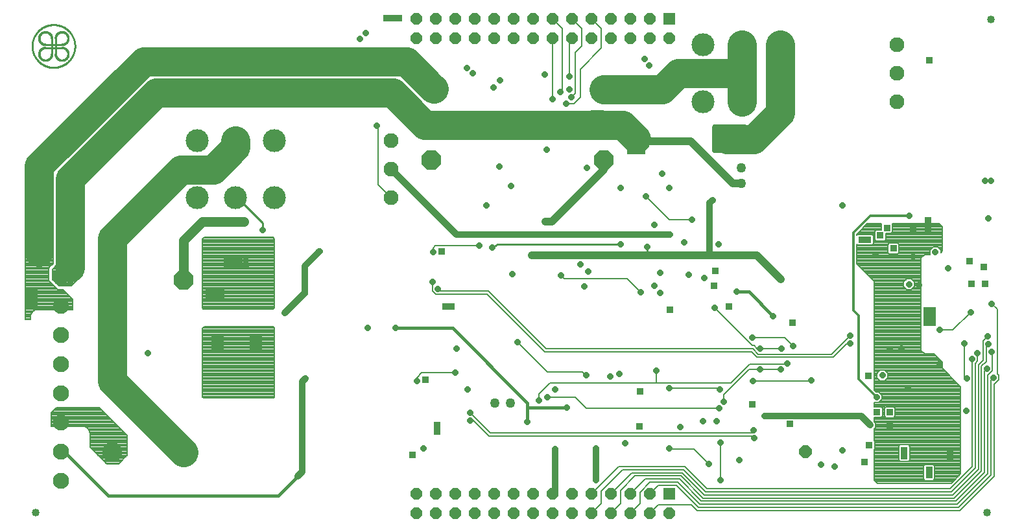
<source format=gbl>
G75*
%MOIN*%
%OFA0B0*%
%FSLAX25Y25*%
%IPPOS*%
%LPD*%
%AMOC8*
5,1,8,0,0,1.08239X$1,22.5*
%
%ADD10C,0.01000*%
%ADD11C,0.00100*%
%ADD12R,0.05906X0.05906*%
%ADD13OC8,0.05906*%
%ADD14C,0.08268*%
%ADD15C,0.04000*%
%ADD16OC8,0.06496*%
%ADD17OC8,0.10000*%
%ADD18C,0.11811*%
%ADD19C,0.07677*%
%ADD20C,0.05000*%
%ADD21R,0.03175X0.03175*%
%ADD22OC8,0.03175*%
%ADD23C,0.03200*%
%ADD24C,0.00800*%
%ADD25C,0.01600*%
%ADD26C,0.15000*%
%ADD27C,0.04000*%
%ADD28C,0.10000*%
%ADD29C,0.02000*%
%ADD30C,0.01200*%
%ADD31C,0.05000*%
D10*
X0254449Y0165081D02*
X0257049Y0166831D01*
X0320399Y0166831D01*
X0334149Y0165431D02*
X0334149Y0161181D01*
X0335549Y0161031D01*
X0136349Y0174181D02*
X0136349Y0177696D01*
X0123428Y0190617D01*
X0122578Y0190617D01*
X0029950Y0264756D02*
X0029950Y0272630D01*
X0027981Y0272630D02*
X0027981Y0264756D01*
X0024832Y0267905D02*
X0033100Y0267905D01*
X0033100Y0269480D02*
X0024832Y0269480D01*
X0017966Y0268693D02*
X0017969Y0268963D01*
X0017979Y0269233D01*
X0017996Y0269502D01*
X0018019Y0269771D01*
X0018049Y0270040D01*
X0018085Y0270307D01*
X0018128Y0270574D01*
X0018177Y0270839D01*
X0018233Y0271103D01*
X0018296Y0271366D01*
X0018364Y0271627D01*
X0018440Y0271886D01*
X0018521Y0272143D01*
X0018609Y0272399D01*
X0018703Y0272652D01*
X0018803Y0272903D01*
X0018910Y0273151D01*
X0019022Y0273396D01*
X0019141Y0273639D01*
X0019265Y0273878D01*
X0019395Y0274115D01*
X0019531Y0274348D01*
X0019673Y0274578D01*
X0019820Y0274804D01*
X0019973Y0275027D01*
X0020131Y0275246D01*
X0020294Y0275461D01*
X0020463Y0275671D01*
X0020637Y0275878D01*
X0020816Y0276080D01*
X0020999Y0276278D01*
X0021188Y0276471D01*
X0021381Y0276660D01*
X0021579Y0276843D01*
X0021781Y0277022D01*
X0021988Y0277196D01*
X0022198Y0277365D01*
X0022413Y0277528D01*
X0022632Y0277686D01*
X0022855Y0277839D01*
X0023081Y0277986D01*
X0023311Y0278128D01*
X0023544Y0278264D01*
X0023781Y0278394D01*
X0024020Y0278518D01*
X0024263Y0278637D01*
X0024508Y0278749D01*
X0024756Y0278856D01*
X0025007Y0278956D01*
X0025260Y0279050D01*
X0025516Y0279138D01*
X0025773Y0279219D01*
X0026032Y0279295D01*
X0026293Y0279363D01*
X0026556Y0279426D01*
X0026820Y0279482D01*
X0027085Y0279531D01*
X0027352Y0279574D01*
X0027619Y0279610D01*
X0027888Y0279640D01*
X0028157Y0279663D01*
X0028426Y0279680D01*
X0028696Y0279690D01*
X0028966Y0279693D01*
X0029236Y0279690D01*
X0029506Y0279680D01*
X0029775Y0279663D01*
X0030044Y0279640D01*
X0030313Y0279610D01*
X0030580Y0279574D01*
X0030847Y0279531D01*
X0031112Y0279482D01*
X0031376Y0279426D01*
X0031639Y0279363D01*
X0031900Y0279295D01*
X0032159Y0279219D01*
X0032416Y0279138D01*
X0032672Y0279050D01*
X0032925Y0278956D01*
X0033176Y0278856D01*
X0033424Y0278749D01*
X0033669Y0278637D01*
X0033912Y0278518D01*
X0034151Y0278394D01*
X0034388Y0278264D01*
X0034621Y0278128D01*
X0034851Y0277986D01*
X0035077Y0277839D01*
X0035300Y0277686D01*
X0035519Y0277528D01*
X0035734Y0277365D01*
X0035944Y0277196D01*
X0036151Y0277022D01*
X0036353Y0276843D01*
X0036551Y0276660D01*
X0036744Y0276471D01*
X0036933Y0276278D01*
X0037116Y0276080D01*
X0037295Y0275878D01*
X0037469Y0275671D01*
X0037638Y0275461D01*
X0037801Y0275246D01*
X0037959Y0275027D01*
X0038112Y0274804D01*
X0038259Y0274578D01*
X0038401Y0274348D01*
X0038537Y0274115D01*
X0038667Y0273878D01*
X0038791Y0273639D01*
X0038910Y0273396D01*
X0039022Y0273151D01*
X0039129Y0272903D01*
X0039229Y0272652D01*
X0039323Y0272399D01*
X0039411Y0272143D01*
X0039492Y0271886D01*
X0039568Y0271627D01*
X0039636Y0271366D01*
X0039699Y0271103D01*
X0039755Y0270839D01*
X0039804Y0270574D01*
X0039847Y0270307D01*
X0039883Y0270040D01*
X0039913Y0269771D01*
X0039936Y0269502D01*
X0039953Y0269233D01*
X0039963Y0268963D01*
X0039966Y0268693D01*
X0039963Y0268423D01*
X0039953Y0268153D01*
X0039936Y0267884D01*
X0039913Y0267615D01*
X0039883Y0267346D01*
X0039847Y0267079D01*
X0039804Y0266812D01*
X0039755Y0266547D01*
X0039699Y0266283D01*
X0039636Y0266020D01*
X0039568Y0265759D01*
X0039492Y0265500D01*
X0039411Y0265243D01*
X0039323Y0264987D01*
X0039229Y0264734D01*
X0039129Y0264483D01*
X0039022Y0264235D01*
X0038910Y0263990D01*
X0038791Y0263747D01*
X0038667Y0263508D01*
X0038537Y0263271D01*
X0038401Y0263038D01*
X0038259Y0262808D01*
X0038112Y0262582D01*
X0037959Y0262359D01*
X0037801Y0262140D01*
X0037638Y0261925D01*
X0037469Y0261715D01*
X0037295Y0261508D01*
X0037116Y0261306D01*
X0036933Y0261108D01*
X0036744Y0260915D01*
X0036551Y0260726D01*
X0036353Y0260543D01*
X0036151Y0260364D01*
X0035944Y0260190D01*
X0035734Y0260021D01*
X0035519Y0259858D01*
X0035300Y0259700D01*
X0035077Y0259547D01*
X0034851Y0259400D01*
X0034621Y0259258D01*
X0034388Y0259122D01*
X0034151Y0258992D01*
X0033912Y0258868D01*
X0033669Y0258749D01*
X0033424Y0258637D01*
X0033176Y0258530D01*
X0032925Y0258430D01*
X0032672Y0258336D01*
X0032416Y0258248D01*
X0032159Y0258167D01*
X0031900Y0258091D01*
X0031639Y0258023D01*
X0031376Y0257960D01*
X0031112Y0257904D01*
X0030847Y0257855D01*
X0030580Y0257812D01*
X0030313Y0257776D01*
X0030044Y0257746D01*
X0029775Y0257723D01*
X0029506Y0257706D01*
X0029236Y0257696D01*
X0028966Y0257693D01*
X0028696Y0257696D01*
X0028426Y0257706D01*
X0028157Y0257723D01*
X0027888Y0257746D01*
X0027619Y0257776D01*
X0027352Y0257812D01*
X0027085Y0257855D01*
X0026820Y0257904D01*
X0026556Y0257960D01*
X0026293Y0258023D01*
X0026032Y0258091D01*
X0025773Y0258167D01*
X0025516Y0258248D01*
X0025260Y0258336D01*
X0025007Y0258430D01*
X0024756Y0258530D01*
X0024508Y0258637D01*
X0024263Y0258749D01*
X0024020Y0258868D01*
X0023781Y0258992D01*
X0023544Y0259122D01*
X0023311Y0259258D01*
X0023081Y0259400D01*
X0022855Y0259547D01*
X0022632Y0259700D01*
X0022413Y0259858D01*
X0022198Y0260021D01*
X0021988Y0260190D01*
X0021781Y0260364D01*
X0021579Y0260543D01*
X0021381Y0260726D01*
X0021188Y0260915D01*
X0020999Y0261108D01*
X0020816Y0261306D01*
X0020637Y0261508D01*
X0020463Y0261715D01*
X0020294Y0261925D01*
X0020131Y0262140D01*
X0019973Y0262359D01*
X0019820Y0262582D01*
X0019673Y0262808D01*
X0019531Y0263038D01*
X0019395Y0263271D01*
X0019265Y0263508D01*
X0019141Y0263747D01*
X0019022Y0263990D01*
X0018910Y0264235D01*
X0018803Y0264483D01*
X0018703Y0264734D01*
X0018609Y0264987D01*
X0018521Y0265243D01*
X0018440Y0265500D01*
X0018364Y0265759D01*
X0018296Y0266020D01*
X0018233Y0266283D01*
X0018177Y0266547D01*
X0018128Y0266812D01*
X0018085Y0267079D01*
X0018049Y0267346D01*
X0018019Y0267615D01*
X0017996Y0267884D01*
X0017979Y0268153D01*
X0017969Y0268423D01*
X0017966Y0268693D01*
D11*
X0028432Y0272666D02*
X0027532Y0272694D01*
X0027533Y0272693D02*
X0027532Y0272798D01*
X0027527Y0272904D01*
X0027519Y0273009D01*
X0027506Y0273113D01*
X0027490Y0273217D01*
X0027470Y0273320D01*
X0027445Y0273423D01*
X0027417Y0273524D01*
X0027386Y0273625D01*
X0027350Y0273724D01*
X0027311Y0273821D01*
X0027268Y0273917D01*
X0027221Y0274012D01*
X0027171Y0274104D01*
X0027118Y0274195D01*
X0027061Y0274284D01*
X0027001Y0274370D01*
X0026938Y0274454D01*
X0026871Y0274536D01*
X0026802Y0274615D01*
X0026729Y0274691D01*
X0026654Y0274765D01*
X0026576Y0274836D01*
X0026496Y0274904D01*
X0026413Y0274968D01*
X0026327Y0275030D01*
X0026239Y0275088D01*
X0026150Y0275143D01*
X0026058Y0275195D01*
X0025964Y0275243D01*
X0025869Y0275287D01*
X0025772Y0275328D01*
X0025673Y0275365D01*
X0025574Y0275399D01*
X0025473Y0275429D01*
X0025371Y0275454D01*
X0025268Y0275476D01*
X0025164Y0275495D01*
X0025060Y0275509D01*
X0024955Y0275519D01*
X0024850Y0275526D01*
X0024745Y0275528D01*
X0024639Y0275526D01*
X0024534Y0275521D01*
X0024429Y0275511D01*
X0024325Y0275498D01*
X0024221Y0275481D01*
X0024118Y0275460D01*
X0024016Y0275435D01*
X0023915Y0275406D01*
X0023814Y0275373D01*
X0023716Y0275337D01*
X0023618Y0275297D01*
X0023523Y0275253D01*
X0023429Y0275206D01*
X0023336Y0275155D01*
X0023246Y0275101D01*
X0023158Y0275043D01*
X0023072Y0274982D01*
X0022989Y0274918D01*
X0022907Y0274851D01*
X0022829Y0274781D01*
X0022753Y0274708D01*
X0022680Y0274632D01*
X0022610Y0274554D01*
X0022543Y0274472D01*
X0022479Y0274389D01*
X0022418Y0274303D01*
X0022360Y0274215D01*
X0022306Y0274125D01*
X0022255Y0274032D01*
X0022208Y0273938D01*
X0022164Y0273843D01*
X0022124Y0273745D01*
X0022088Y0273647D01*
X0022055Y0273546D01*
X0022026Y0273445D01*
X0022001Y0273343D01*
X0021980Y0273240D01*
X0021963Y0273136D01*
X0021950Y0273032D01*
X0021940Y0272927D01*
X0021935Y0272822D01*
X0021933Y0272716D01*
X0021935Y0272611D01*
X0021942Y0272506D01*
X0021952Y0272401D01*
X0021966Y0272297D01*
X0021985Y0272193D01*
X0022007Y0272090D01*
X0022032Y0271988D01*
X0022062Y0271887D01*
X0022096Y0271788D01*
X0022133Y0271689D01*
X0022174Y0271592D01*
X0022218Y0271497D01*
X0022266Y0271403D01*
X0022318Y0271311D01*
X0022373Y0271222D01*
X0022431Y0271134D01*
X0022493Y0271048D01*
X0022557Y0270965D01*
X0022625Y0270885D01*
X0022696Y0270807D01*
X0022770Y0270732D01*
X0022846Y0270659D01*
X0022925Y0270590D01*
X0023007Y0270523D01*
X0023091Y0270460D01*
X0023177Y0270400D01*
X0023266Y0270343D01*
X0023357Y0270290D01*
X0023449Y0270240D01*
X0023544Y0270193D01*
X0023640Y0270150D01*
X0023737Y0270111D01*
X0023836Y0270075D01*
X0023937Y0270044D01*
X0024038Y0270016D01*
X0024141Y0269991D01*
X0024244Y0269971D01*
X0024348Y0269955D01*
X0024452Y0269942D01*
X0024557Y0269934D01*
X0024663Y0269929D01*
X0024768Y0269928D01*
X0024795Y0269029D01*
X0024675Y0269028D01*
X0024555Y0269032D01*
X0024435Y0269040D01*
X0024315Y0269052D01*
X0024196Y0269067D01*
X0024077Y0269087D01*
X0023959Y0269110D01*
X0023842Y0269137D01*
X0023725Y0269168D01*
X0023610Y0269202D01*
X0023496Y0269241D01*
X0023384Y0269283D01*
X0023272Y0269328D01*
X0023163Y0269378D01*
X0023055Y0269431D01*
X0022948Y0269487D01*
X0022844Y0269547D01*
X0022742Y0269610D01*
X0022641Y0269676D01*
X0022543Y0269746D01*
X0022447Y0269818D01*
X0022354Y0269894D01*
X0022263Y0269973D01*
X0022175Y0270055D01*
X0022089Y0270139D01*
X0022007Y0270227D01*
X0021927Y0270316D01*
X0021850Y0270409D01*
X0021776Y0270504D01*
X0021705Y0270601D01*
X0021638Y0270701D01*
X0021574Y0270802D01*
X0021513Y0270906D01*
X0021455Y0271012D01*
X0021401Y0271119D01*
X0021351Y0271228D01*
X0021304Y0271339D01*
X0021260Y0271451D01*
X0021221Y0271565D01*
X0021185Y0271680D01*
X0021152Y0271795D01*
X0021124Y0271912D01*
X0021099Y0272030D01*
X0021079Y0272148D01*
X0021062Y0272268D01*
X0021049Y0272387D01*
X0021040Y0272507D01*
X0021034Y0272627D01*
X0021033Y0272747D01*
X0021036Y0272868D01*
X0021042Y0272988D01*
X0021053Y0273108D01*
X0021067Y0273227D01*
X0021085Y0273346D01*
X0021107Y0273464D01*
X0021133Y0273582D01*
X0021162Y0273698D01*
X0021196Y0273814D01*
X0021233Y0273928D01*
X0021274Y0274041D01*
X0021318Y0274153D01*
X0021366Y0274263D01*
X0021418Y0274372D01*
X0021473Y0274479D01*
X0021532Y0274584D01*
X0021594Y0274687D01*
X0021659Y0274788D01*
X0021728Y0274886D01*
X0021800Y0274983D01*
X0021874Y0275077D01*
X0021952Y0275169D01*
X0022033Y0275258D01*
X0022117Y0275344D01*
X0022203Y0275428D01*
X0022292Y0275509D01*
X0022384Y0275587D01*
X0022478Y0275661D01*
X0022575Y0275733D01*
X0022673Y0275802D01*
X0022774Y0275867D01*
X0022877Y0275929D01*
X0022982Y0275988D01*
X0023089Y0276043D01*
X0023198Y0276095D01*
X0023308Y0276143D01*
X0023420Y0276187D01*
X0023533Y0276228D01*
X0023647Y0276265D01*
X0023763Y0276299D01*
X0023879Y0276328D01*
X0023997Y0276354D01*
X0024115Y0276376D01*
X0024234Y0276394D01*
X0024353Y0276408D01*
X0024473Y0276419D01*
X0024593Y0276425D01*
X0024714Y0276428D01*
X0024834Y0276427D01*
X0024954Y0276421D01*
X0025074Y0276412D01*
X0025193Y0276399D01*
X0025313Y0276382D01*
X0025431Y0276362D01*
X0025549Y0276337D01*
X0025666Y0276309D01*
X0025781Y0276276D01*
X0025896Y0276240D01*
X0026010Y0276201D01*
X0026122Y0276157D01*
X0026233Y0276110D01*
X0026342Y0276060D01*
X0026449Y0276006D01*
X0026555Y0275948D01*
X0026659Y0275887D01*
X0026760Y0275823D01*
X0026860Y0275756D01*
X0026957Y0275685D01*
X0027052Y0275611D01*
X0027145Y0275534D01*
X0027234Y0275454D01*
X0027322Y0275372D01*
X0027406Y0275286D01*
X0027488Y0275198D01*
X0027567Y0275107D01*
X0027643Y0275014D01*
X0027715Y0274918D01*
X0027785Y0274820D01*
X0027851Y0274719D01*
X0027914Y0274617D01*
X0027974Y0274513D01*
X0028030Y0274406D01*
X0028083Y0274298D01*
X0028133Y0274189D01*
X0028178Y0274077D01*
X0028220Y0273965D01*
X0028259Y0273851D01*
X0028293Y0273736D01*
X0028324Y0273619D01*
X0028351Y0273502D01*
X0028374Y0273384D01*
X0028394Y0273265D01*
X0028409Y0273146D01*
X0028421Y0273026D01*
X0028429Y0272906D01*
X0028433Y0272786D01*
X0028432Y0272666D01*
X0028339Y0272669D01*
X0028338Y0272788D01*
X0028335Y0272908D01*
X0028327Y0273027D01*
X0028315Y0273146D01*
X0028299Y0273265D01*
X0028279Y0273383D01*
X0028255Y0273500D01*
X0028228Y0273617D01*
X0028196Y0273732D01*
X0028161Y0273847D01*
X0028122Y0273960D01*
X0028079Y0274071D01*
X0028033Y0274182D01*
X0027983Y0274290D01*
X0027929Y0274397D01*
X0027872Y0274503D01*
X0027812Y0274606D01*
X0027748Y0274707D01*
X0027680Y0274806D01*
X0027610Y0274902D01*
X0027536Y0274997D01*
X0027459Y0275088D01*
X0027379Y0275178D01*
X0027297Y0275264D01*
X0027211Y0275348D01*
X0027123Y0275428D01*
X0027032Y0275506D01*
X0026938Y0275581D01*
X0026843Y0275653D01*
X0026744Y0275721D01*
X0026644Y0275786D01*
X0026541Y0275848D01*
X0026437Y0275906D01*
X0026331Y0275961D01*
X0026222Y0276012D01*
X0026113Y0276060D01*
X0026001Y0276104D01*
X0025889Y0276144D01*
X0025775Y0276180D01*
X0025660Y0276213D01*
X0025543Y0276242D01*
X0025426Y0276267D01*
X0025309Y0276288D01*
X0025190Y0276305D01*
X0025071Y0276318D01*
X0024952Y0276327D01*
X0024833Y0276333D01*
X0024713Y0276334D01*
X0024593Y0276331D01*
X0024474Y0276325D01*
X0024355Y0276314D01*
X0024236Y0276300D01*
X0024118Y0276281D01*
X0024000Y0276259D01*
X0023883Y0276232D01*
X0023768Y0276202D01*
X0023653Y0276168D01*
X0023539Y0276131D01*
X0023427Y0276089D01*
X0023316Y0276044D01*
X0023207Y0275995D01*
X0023099Y0275943D01*
X0022994Y0275887D01*
X0022890Y0275827D01*
X0022788Y0275764D01*
X0022688Y0275698D01*
X0022591Y0275629D01*
X0022496Y0275556D01*
X0022403Y0275480D01*
X0022313Y0275402D01*
X0022226Y0275320D01*
X0022141Y0275235D01*
X0022059Y0275148D01*
X0021981Y0275058D01*
X0021905Y0274965D01*
X0021832Y0274870D01*
X0021763Y0274773D01*
X0021697Y0274673D01*
X0021634Y0274571D01*
X0021574Y0274467D01*
X0021518Y0274362D01*
X0021466Y0274254D01*
X0021417Y0274145D01*
X0021372Y0274034D01*
X0021330Y0273922D01*
X0021293Y0273808D01*
X0021259Y0273693D01*
X0021229Y0273578D01*
X0021202Y0273461D01*
X0021180Y0273343D01*
X0021161Y0273225D01*
X0021147Y0273106D01*
X0021136Y0272987D01*
X0021130Y0272868D01*
X0021127Y0272748D01*
X0021128Y0272628D01*
X0021134Y0272509D01*
X0021143Y0272390D01*
X0021156Y0272271D01*
X0021173Y0272152D01*
X0021194Y0272035D01*
X0021219Y0271918D01*
X0021248Y0271801D01*
X0021281Y0271686D01*
X0021317Y0271572D01*
X0021357Y0271460D01*
X0021401Y0271348D01*
X0021449Y0271239D01*
X0021500Y0271130D01*
X0021555Y0271024D01*
X0021613Y0270920D01*
X0021675Y0270817D01*
X0021740Y0270717D01*
X0021808Y0270618D01*
X0021880Y0270523D01*
X0021955Y0270429D01*
X0022033Y0270338D01*
X0022113Y0270250D01*
X0022197Y0270164D01*
X0022283Y0270082D01*
X0022373Y0270002D01*
X0022464Y0269925D01*
X0022559Y0269851D01*
X0022655Y0269781D01*
X0022754Y0269713D01*
X0022855Y0269649D01*
X0022958Y0269589D01*
X0023064Y0269532D01*
X0023171Y0269478D01*
X0023279Y0269428D01*
X0023390Y0269382D01*
X0023501Y0269339D01*
X0023614Y0269300D01*
X0023729Y0269265D01*
X0023844Y0269233D01*
X0023961Y0269206D01*
X0024078Y0269182D01*
X0024196Y0269162D01*
X0024315Y0269146D01*
X0024434Y0269134D01*
X0024553Y0269126D01*
X0024673Y0269123D01*
X0024792Y0269122D01*
X0024789Y0269216D01*
X0024672Y0269217D01*
X0024555Y0269221D01*
X0024438Y0269228D01*
X0024321Y0269240D01*
X0024205Y0269256D01*
X0024089Y0269276D01*
X0023974Y0269299D01*
X0023860Y0269326D01*
X0023747Y0269357D01*
X0023635Y0269392D01*
X0023524Y0269431D01*
X0023414Y0269473D01*
X0023306Y0269519D01*
X0023200Y0269568D01*
X0023095Y0269621D01*
X0022992Y0269678D01*
X0022891Y0269738D01*
X0022793Y0269801D01*
X0022696Y0269867D01*
X0022601Y0269937D01*
X0022509Y0270010D01*
X0022420Y0270085D01*
X0022333Y0270164D01*
X0022249Y0270246D01*
X0022167Y0270330D01*
X0022088Y0270417D01*
X0022013Y0270507D01*
X0021940Y0270599D01*
X0021870Y0270693D01*
X0021804Y0270790D01*
X0021741Y0270889D01*
X0021681Y0270990D01*
X0021625Y0271093D01*
X0021572Y0271198D01*
X0021523Y0271304D01*
X0021477Y0271412D01*
X0021435Y0271522D01*
X0021396Y0271633D01*
X0021361Y0271745D01*
X0021331Y0271858D01*
X0021303Y0271972D01*
X0021280Y0272087D01*
X0021261Y0272203D01*
X0021245Y0272319D01*
X0021233Y0272436D01*
X0021225Y0272553D01*
X0021221Y0272670D01*
X0021222Y0272787D01*
X0021225Y0272905D01*
X0021233Y0273022D01*
X0021245Y0273139D01*
X0021261Y0273255D01*
X0021280Y0273371D01*
X0021304Y0273485D01*
X0021331Y0273600D01*
X0021362Y0273713D01*
X0021397Y0273825D01*
X0021435Y0273936D01*
X0021477Y0274045D01*
X0021523Y0274153D01*
X0021573Y0274260D01*
X0021626Y0274364D01*
X0021682Y0274467D01*
X0021742Y0274568D01*
X0021805Y0274667D01*
X0021871Y0274764D01*
X0021941Y0274858D01*
X0022014Y0274950D01*
X0022089Y0275040D01*
X0022168Y0275127D01*
X0022250Y0275211D01*
X0022334Y0275293D01*
X0022421Y0275372D01*
X0022511Y0275447D01*
X0022603Y0275520D01*
X0022697Y0275590D01*
X0022794Y0275656D01*
X0022893Y0275719D01*
X0022994Y0275779D01*
X0023097Y0275835D01*
X0023201Y0275888D01*
X0023308Y0275938D01*
X0023416Y0275984D01*
X0023525Y0276026D01*
X0023636Y0276064D01*
X0023748Y0276099D01*
X0023861Y0276130D01*
X0023976Y0276157D01*
X0024090Y0276181D01*
X0024206Y0276200D01*
X0024322Y0276216D01*
X0024439Y0276228D01*
X0024556Y0276236D01*
X0024674Y0276239D01*
X0024791Y0276240D01*
X0024908Y0276236D01*
X0025025Y0276228D01*
X0025142Y0276216D01*
X0025258Y0276200D01*
X0025374Y0276181D01*
X0025489Y0276158D01*
X0025603Y0276130D01*
X0025716Y0276100D01*
X0025828Y0276065D01*
X0025939Y0276026D01*
X0026049Y0275984D01*
X0026157Y0275938D01*
X0026263Y0275889D01*
X0026368Y0275836D01*
X0026471Y0275780D01*
X0026572Y0275720D01*
X0026671Y0275657D01*
X0026768Y0275591D01*
X0026862Y0275521D01*
X0026954Y0275448D01*
X0027044Y0275373D01*
X0027131Y0275294D01*
X0027215Y0275212D01*
X0027297Y0275128D01*
X0027376Y0275041D01*
X0027451Y0274952D01*
X0027524Y0274860D01*
X0027594Y0274765D01*
X0027660Y0274668D01*
X0027723Y0274570D01*
X0027783Y0274469D01*
X0027840Y0274366D01*
X0027893Y0274261D01*
X0027942Y0274155D01*
X0027988Y0274047D01*
X0028030Y0273937D01*
X0028069Y0273826D01*
X0028104Y0273714D01*
X0028135Y0273601D01*
X0028162Y0273487D01*
X0028185Y0273372D01*
X0028205Y0273256D01*
X0028221Y0273140D01*
X0028233Y0273023D01*
X0028240Y0272906D01*
X0028244Y0272789D01*
X0028245Y0272672D01*
X0028151Y0272674D01*
X0028150Y0272791D01*
X0028146Y0272908D01*
X0028138Y0273024D01*
X0028126Y0273140D01*
X0028110Y0273256D01*
X0028090Y0273371D01*
X0028066Y0273485D01*
X0028038Y0273598D01*
X0028007Y0273710D01*
X0027971Y0273821D01*
X0027932Y0273931D01*
X0027889Y0274040D01*
X0027843Y0274147D01*
X0027792Y0274252D01*
X0027739Y0274355D01*
X0027681Y0274457D01*
X0027621Y0274557D01*
X0027557Y0274654D01*
X0027489Y0274749D01*
X0027419Y0274842D01*
X0027345Y0274933D01*
X0027268Y0275020D01*
X0027189Y0275106D01*
X0027106Y0275188D01*
X0027021Y0275268D01*
X0026933Y0275344D01*
X0026842Y0275418D01*
X0026749Y0275488D01*
X0026654Y0275555D01*
X0026556Y0275619D01*
X0026457Y0275680D01*
X0026355Y0275737D01*
X0026251Y0275790D01*
X0026146Y0275840D01*
X0026039Y0275887D01*
X0025930Y0275929D01*
X0025820Y0275968D01*
X0025709Y0276004D01*
X0025597Y0276035D01*
X0025483Y0276063D01*
X0025369Y0276086D01*
X0025254Y0276106D01*
X0025139Y0276122D01*
X0025023Y0276134D01*
X0024906Y0276142D01*
X0024790Y0276146D01*
X0024673Y0276145D01*
X0024557Y0276141D01*
X0024440Y0276133D01*
X0024324Y0276121D01*
X0024209Y0276106D01*
X0024094Y0276086D01*
X0023979Y0276062D01*
X0023866Y0276034D01*
X0023754Y0276003D01*
X0023643Y0275967D01*
X0023533Y0275928D01*
X0023424Y0275886D01*
X0023317Y0275839D01*
X0023212Y0275789D01*
X0023108Y0275735D01*
X0023007Y0275678D01*
X0022907Y0275617D01*
X0022810Y0275553D01*
X0022714Y0275486D01*
X0022621Y0275416D01*
X0022531Y0275342D01*
X0022443Y0275265D01*
X0022358Y0275186D01*
X0022275Y0275103D01*
X0022196Y0275018D01*
X0022119Y0274930D01*
X0022045Y0274840D01*
X0021975Y0274747D01*
X0021908Y0274651D01*
X0021844Y0274554D01*
X0021783Y0274454D01*
X0021726Y0274353D01*
X0021672Y0274249D01*
X0021622Y0274144D01*
X0021575Y0274037D01*
X0021533Y0273928D01*
X0021494Y0273818D01*
X0021458Y0273707D01*
X0021427Y0273595D01*
X0021399Y0273482D01*
X0021375Y0273367D01*
X0021355Y0273252D01*
X0021340Y0273137D01*
X0021328Y0273021D01*
X0021320Y0272904D01*
X0021316Y0272788D01*
X0021315Y0272671D01*
X0021319Y0272555D01*
X0021327Y0272438D01*
X0021339Y0272322D01*
X0021355Y0272207D01*
X0021375Y0272092D01*
X0021398Y0271978D01*
X0021426Y0271864D01*
X0021457Y0271752D01*
X0021493Y0271641D01*
X0021532Y0271531D01*
X0021574Y0271422D01*
X0021621Y0271315D01*
X0021671Y0271210D01*
X0021724Y0271106D01*
X0021781Y0271004D01*
X0021842Y0270905D01*
X0021906Y0270807D01*
X0021973Y0270712D01*
X0022043Y0270619D01*
X0022117Y0270528D01*
X0022193Y0270440D01*
X0022273Y0270355D01*
X0022355Y0270272D01*
X0022441Y0270193D01*
X0022528Y0270116D01*
X0022619Y0270042D01*
X0022712Y0269972D01*
X0022807Y0269904D01*
X0022904Y0269840D01*
X0023004Y0269780D01*
X0023106Y0269722D01*
X0023209Y0269669D01*
X0023314Y0269618D01*
X0023421Y0269572D01*
X0023530Y0269529D01*
X0023640Y0269490D01*
X0023751Y0269454D01*
X0023863Y0269423D01*
X0023976Y0269395D01*
X0024090Y0269371D01*
X0024205Y0269351D01*
X0024321Y0269335D01*
X0024437Y0269323D01*
X0024553Y0269315D01*
X0024670Y0269311D01*
X0024787Y0269310D01*
X0024784Y0269404D01*
X0024669Y0269405D01*
X0024555Y0269409D01*
X0024441Y0269417D01*
X0024328Y0269429D01*
X0024215Y0269445D01*
X0024102Y0269464D01*
X0023990Y0269488D01*
X0023879Y0269515D01*
X0023770Y0269547D01*
X0023661Y0269582D01*
X0023553Y0269620D01*
X0023447Y0269663D01*
X0023343Y0269709D01*
X0023240Y0269758D01*
X0023139Y0269811D01*
X0023039Y0269868D01*
X0022942Y0269928D01*
X0022847Y0269991D01*
X0022754Y0270057D01*
X0022663Y0270127D01*
X0022575Y0270200D01*
X0022490Y0270275D01*
X0022407Y0270354D01*
X0022326Y0270435D01*
X0022249Y0270519D01*
X0022175Y0270606D01*
X0022103Y0270695D01*
X0022035Y0270787D01*
X0021970Y0270880D01*
X0021908Y0270976D01*
X0021849Y0271075D01*
X0021794Y0271175D01*
X0021743Y0271277D01*
X0021695Y0271380D01*
X0021650Y0271485D01*
X0021609Y0271592D01*
X0021572Y0271700D01*
X0021538Y0271809D01*
X0021509Y0271920D01*
X0021483Y0272031D01*
X0021461Y0272143D01*
X0021443Y0272256D01*
X0021428Y0272369D01*
X0021418Y0272483D01*
X0021412Y0272597D01*
X0021409Y0272711D01*
X0021410Y0272825D01*
X0021416Y0272939D01*
X0021425Y0273053D01*
X0021438Y0273167D01*
X0021455Y0273280D01*
X0021476Y0273392D01*
X0021501Y0273504D01*
X0021529Y0273614D01*
X0021562Y0273724D01*
X0021598Y0273832D01*
X0021638Y0273939D01*
X0021681Y0274045D01*
X0021728Y0274149D01*
X0021779Y0274251D01*
X0021833Y0274352D01*
X0021890Y0274451D01*
X0021951Y0274547D01*
X0022015Y0274642D01*
X0022083Y0274734D01*
X0022153Y0274824D01*
X0022227Y0274911D01*
X0022303Y0274996D01*
X0022383Y0275078D01*
X0022465Y0275158D01*
X0022550Y0275234D01*
X0022637Y0275308D01*
X0022727Y0275378D01*
X0022819Y0275446D01*
X0022914Y0275510D01*
X0023010Y0275571D01*
X0023109Y0275628D01*
X0023210Y0275682D01*
X0023312Y0275733D01*
X0023416Y0275780D01*
X0023522Y0275823D01*
X0023629Y0275863D01*
X0023737Y0275899D01*
X0023847Y0275932D01*
X0023957Y0275960D01*
X0024069Y0275985D01*
X0024181Y0276006D01*
X0024294Y0276023D01*
X0024408Y0276036D01*
X0024522Y0276045D01*
X0024636Y0276051D01*
X0024750Y0276052D01*
X0024864Y0276049D01*
X0024978Y0276043D01*
X0025092Y0276033D01*
X0025205Y0276018D01*
X0025318Y0276000D01*
X0025430Y0275978D01*
X0025541Y0275952D01*
X0025652Y0275923D01*
X0025761Y0275889D01*
X0025869Y0275852D01*
X0025976Y0275811D01*
X0026081Y0275766D01*
X0026184Y0275718D01*
X0026286Y0275667D01*
X0026386Y0275612D01*
X0026485Y0275553D01*
X0026581Y0275491D01*
X0026674Y0275426D01*
X0026766Y0275358D01*
X0026855Y0275286D01*
X0026942Y0275212D01*
X0027026Y0275135D01*
X0027107Y0275054D01*
X0027186Y0274971D01*
X0027261Y0274886D01*
X0027334Y0274798D01*
X0027404Y0274707D01*
X0027470Y0274614D01*
X0027533Y0274519D01*
X0027593Y0274422D01*
X0027650Y0274322D01*
X0027703Y0274221D01*
X0027752Y0274118D01*
X0027798Y0274014D01*
X0027841Y0273908D01*
X0027879Y0273800D01*
X0027914Y0273691D01*
X0027946Y0273582D01*
X0027973Y0273471D01*
X0027997Y0273359D01*
X0028016Y0273246D01*
X0028032Y0273133D01*
X0028044Y0273020D01*
X0028052Y0272906D01*
X0028056Y0272792D01*
X0028057Y0272677D01*
X0027963Y0272680D01*
X0027962Y0272793D01*
X0027958Y0272905D01*
X0027950Y0273018D01*
X0027938Y0273130D01*
X0027922Y0273241D01*
X0027902Y0273352D01*
X0027878Y0273462D01*
X0027851Y0273571D01*
X0027820Y0273679D01*
X0027785Y0273786D01*
X0027746Y0273892D01*
X0027703Y0273997D01*
X0027657Y0274099D01*
X0027608Y0274200D01*
X0027555Y0274300D01*
X0027498Y0274397D01*
X0027438Y0274493D01*
X0027375Y0274586D01*
X0027309Y0274677D01*
X0027239Y0274765D01*
X0027167Y0274852D01*
X0027091Y0274935D01*
X0027013Y0275016D01*
X0026932Y0275094D01*
X0026848Y0275169D01*
X0026762Y0275241D01*
X0026673Y0275311D01*
X0026582Y0275377D01*
X0026488Y0275440D01*
X0026392Y0275499D01*
X0026295Y0275555D01*
X0026195Y0275608D01*
X0026094Y0275657D01*
X0025991Y0275703D01*
X0025887Y0275745D01*
X0025781Y0275783D01*
X0025674Y0275818D01*
X0025565Y0275849D01*
X0025456Y0275876D01*
X0025346Y0275899D01*
X0025235Y0275919D01*
X0025123Y0275934D01*
X0025011Y0275946D01*
X0024899Y0275954D01*
X0024786Y0275958D01*
X0024674Y0275957D01*
X0024561Y0275953D01*
X0024449Y0275945D01*
X0024337Y0275934D01*
X0024225Y0275918D01*
X0024115Y0275898D01*
X0024004Y0275875D01*
X0023895Y0275847D01*
X0023787Y0275816D01*
X0023680Y0275781D01*
X0023574Y0275743D01*
X0023470Y0275701D01*
X0023367Y0275655D01*
X0023266Y0275605D01*
X0023166Y0275553D01*
X0023069Y0275496D01*
X0022973Y0275436D01*
X0022880Y0275374D01*
X0022789Y0275307D01*
X0022700Y0275238D01*
X0022614Y0275166D01*
X0022530Y0275090D01*
X0022449Y0275012D01*
X0022371Y0274931D01*
X0022295Y0274847D01*
X0022223Y0274761D01*
X0022154Y0274672D01*
X0022087Y0274581D01*
X0022025Y0274488D01*
X0021965Y0274392D01*
X0021908Y0274295D01*
X0021856Y0274195D01*
X0021806Y0274094D01*
X0021760Y0273991D01*
X0021718Y0273887D01*
X0021680Y0273781D01*
X0021645Y0273674D01*
X0021614Y0273566D01*
X0021586Y0273457D01*
X0021563Y0273346D01*
X0021543Y0273236D01*
X0021527Y0273124D01*
X0021516Y0273012D01*
X0021508Y0272900D01*
X0021504Y0272787D01*
X0021503Y0272675D01*
X0021507Y0272562D01*
X0021515Y0272450D01*
X0021527Y0272338D01*
X0021542Y0272226D01*
X0021562Y0272115D01*
X0021585Y0272005D01*
X0021612Y0271896D01*
X0021643Y0271787D01*
X0021678Y0271680D01*
X0021716Y0271574D01*
X0021758Y0271470D01*
X0021804Y0271367D01*
X0021853Y0271266D01*
X0021906Y0271166D01*
X0021962Y0271069D01*
X0022021Y0270973D01*
X0022084Y0270879D01*
X0022150Y0270788D01*
X0022220Y0270699D01*
X0022292Y0270613D01*
X0022367Y0270529D01*
X0022445Y0270448D01*
X0022526Y0270370D01*
X0022609Y0270294D01*
X0022696Y0270222D01*
X0022784Y0270152D01*
X0022875Y0270086D01*
X0022968Y0270023D01*
X0023064Y0269963D01*
X0023161Y0269906D01*
X0023261Y0269853D01*
X0023362Y0269804D01*
X0023464Y0269758D01*
X0023569Y0269715D01*
X0023675Y0269676D01*
X0023782Y0269641D01*
X0023890Y0269610D01*
X0023999Y0269583D01*
X0024109Y0269559D01*
X0024220Y0269539D01*
X0024331Y0269523D01*
X0024443Y0269511D01*
X0024556Y0269503D01*
X0024668Y0269499D01*
X0024781Y0269498D01*
X0024778Y0269592D01*
X0024666Y0269593D01*
X0024555Y0269597D01*
X0024443Y0269605D01*
X0024332Y0269618D01*
X0024221Y0269634D01*
X0024111Y0269654D01*
X0024002Y0269678D01*
X0023894Y0269706D01*
X0023787Y0269738D01*
X0023681Y0269774D01*
X0023576Y0269813D01*
X0023473Y0269856D01*
X0023372Y0269903D01*
X0023272Y0269953D01*
X0023174Y0270007D01*
X0023078Y0270064D01*
X0022984Y0270125D01*
X0022892Y0270189D01*
X0022803Y0270256D01*
X0022716Y0270327D01*
X0022632Y0270400D01*
X0022550Y0270476D01*
X0022471Y0270556D01*
X0022395Y0270638D01*
X0022322Y0270722D01*
X0022252Y0270809D01*
X0022186Y0270899D01*
X0022122Y0270991D01*
X0022062Y0271085D01*
X0022005Y0271181D01*
X0021951Y0271280D01*
X0021902Y0271380D01*
X0021855Y0271481D01*
X0021813Y0271585D01*
X0021774Y0271690D01*
X0021739Y0271796D01*
X0021707Y0271903D01*
X0021680Y0272011D01*
X0021656Y0272121D01*
X0021637Y0272231D01*
X0021621Y0272341D01*
X0021609Y0272453D01*
X0021601Y0272564D01*
X0021597Y0272676D01*
X0021598Y0272788D01*
X0021602Y0272899D01*
X0021610Y0273011D01*
X0021622Y0273122D01*
X0021638Y0273232D01*
X0021658Y0273342D01*
X0021682Y0273452D01*
X0021709Y0273560D01*
X0021741Y0273667D01*
X0021776Y0273773D01*
X0021815Y0273878D01*
X0021858Y0273981D01*
X0021905Y0274083D01*
X0021955Y0274183D01*
X0022008Y0274281D01*
X0022066Y0274377D01*
X0022126Y0274471D01*
X0022190Y0274563D01*
X0022257Y0274652D01*
X0022327Y0274739D01*
X0022400Y0274824D01*
X0022476Y0274906D01*
X0022555Y0274985D01*
X0022637Y0275061D01*
X0022722Y0275134D01*
X0022809Y0275204D01*
X0022898Y0275271D01*
X0022990Y0275335D01*
X0023084Y0275395D01*
X0023180Y0275453D01*
X0023278Y0275506D01*
X0023378Y0275556D01*
X0023480Y0275603D01*
X0023583Y0275646D01*
X0023688Y0275685D01*
X0023794Y0275720D01*
X0023901Y0275752D01*
X0024009Y0275779D01*
X0024119Y0275803D01*
X0024229Y0275823D01*
X0024339Y0275839D01*
X0024450Y0275851D01*
X0024562Y0275859D01*
X0024673Y0275863D01*
X0024785Y0275864D01*
X0024897Y0275860D01*
X0025008Y0275852D01*
X0025120Y0275840D01*
X0025230Y0275824D01*
X0025340Y0275805D01*
X0025450Y0275781D01*
X0025558Y0275754D01*
X0025665Y0275722D01*
X0025771Y0275687D01*
X0025876Y0275648D01*
X0025980Y0275606D01*
X0026081Y0275559D01*
X0026181Y0275510D01*
X0026280Y0275456D01*
X0026376Y0275399D01*
X0026470Y0275339D01*
X0026562Y0275275D01*
X0026652Y0275209D01*
X0026739Y0275139D01*
X0026823Y0275066D01*
X0026905Y0274990D01*
X0026985Y0274911D01*
X0027061Y0274829D01*
X0027134Y0274745D01*
X0027205Y0274658D01*
X0027272Y0274569D01*
X0027336Y0274477D01*
X0027397Y0274383D01*
X0027454Y0274287D01*
X0027508Y0274189D01*
X0027558Y0274089D01*
X0027605Y0273988D01*
X0027648Y0273885D01*
X0027687Y0273780D01*
X0027723Y0273674D01*
X0027755Y0273567D01*
X0027783Y0273459D01*
X0027807Y0273350D01*
X0027827Y0273240D01*
X0027843Y0273129D01*
X0027856Y0273018D01*
X0027864Y0272906D01*
X0027868Y0272795D01*
X0027869Y0272683D01*
X0027775Y0272686D01*
X0027774Y0272795D01*
X0027770Y0272904D01*
X0027762Y0273013D01*
X0027749Y0273122D01*
X0027733Y0273230D01*
X0027713Y0273337D01*
X0027690Y0273444D01*
X0027662Y0273549D01*
X0027631Y0273654D01*
X0027595Y0273757D01*
X0027557Y0273860D01*
X0027514Y0273960D01*
X0027468Y0274059D01*
X0027419Y0274157D01*
X0027366Y0274252D01*
X0027309Y0274346D01*
X0027249Y0274437D01*
X0027186Y0274526D01*
X0027120Y0274613D01*
X0027051Y0274698D01*
X0026979Y0274780D01*
X0026904Y0274859D01*
X0026826Y0274936D01*
X0026745Y0275009D01*
X0026662Y0275080D01*
X0026576Y0275148D01*
X0026488Y0275212D01*
X0026398Y0275274D01*
X0026306Y0275332D01*
X0026211Y0275387D01*
X0026115Y0275438D01*
X0026016Y0275486D01*
X0025917Y0275530D01*
X0025815Y0275571D01*
X0025712Y0275608D01*
X0025608Y0275641D01*
X0025503Y0275671D01*
X0025397Y0275697D01*
X0025290Y0275719D01*
X0025182Y0275737D01*
X0025074Y0275751D01*
X0024965Y0275761D01*
X0024856Y0275768D01*
X0024747Y0275770D01*
X0024638Y0275769D01*
X0024529Y0275763D01*
X0024420Y0275754D01*
X0024311Y0275741D01*
X0024204Y0275724D01*
X0024096Y0275703D01*
X0023990Y0275678D01*
X0023885Y0275649D01*
X0023780Y0275617D01*
X0023677Y0275581D01*
X0023575Y0275541D01*
X0023475Y0275498D01*
X0023376Y0275451D01*
X0023280Y0275400D01*
X0023185Y0275346D01*
X0023092Y0275289D01*
X0023001Y0275229D01*
X0022912Y0275165D01*
X0022826Y0275098D01*
X0022742Y0275028D01*
X0022661Y0274955D01*
X0022582Y0274879D01*
X0022506Y0274800D01*
X0022433Y0274719D01*
X0022363Y0274635D01*
X0022296Y0274549D01*
X0022232Y0274460D01*
X0022172Y0274369D01*
X0022115Y0274276D01*
X0022061Y0274181D01*
X0022010Y0274085D01*
X0021963Y0273986D01*
X0021920Y0273886D01*
X0021880Y0273784D01*
X0021844Y0273681D01*
X0021812Y0273576D01*
X0021783Y0273471D01*
X0021758Y0273365D01*
X0021737Y0273257D01*
X0021720Y0273150D01*
X0021707Y0273041D01*
X0021698Y0272932D01*
X0021692Y0272823D01*
X0021691Y0272714D01*
X0021693Y0272605D01*
X0021700Y0272496D01*
X0021710Y0272387D01*
X0021724Y0272279D01*
X0021742Y0272171D01*
X0021764Y0272064D01*
X0021790Y0271958D01*
X0021820Y0271853D01*
X0021853Y0271749D01*
X0021890Y0271646D01*
X0021931Y0271544D01*
X0021975Y0271445D01*
X0022023Y0271346D01*
X0022074Y0271250D01*
X0022129Y0271155D01*
X0022187Y0271063D01*
X0022249Y0270973D01*
X0022313Y0270885D01*
X0022381Y0270799D01*
X0022452Y0270716D01*
X0022525Y0270635D01*
X0022602Y0270557D01*
X0022681Y0270482D01*
X0022763Y0270410D01*
X0022848Y0270341D01*
X0022935Y0270275D01*
X0023024Y0270212D01*
X0023115Y0270152D01*
X0023209Y0270095D01*
X0023304Y0270042D01*
X0023402Y0269993D01*
X0023501Y0269947D01*
X0023601Y0269904D01*
X0023704Y0269866D01*
X0023807Y0269830D01*
X0023912Y0269799D01*
X0024017Y0269771D01*
X0024124Y0269748D01*
X0024231Y0269728D01*
X0024339Y0269712D01*
X0024448Y0269699D01*
X0024557Y0269691D01*
X0024666Y0269687D01*
X0024775Y0269686D01*
X0024772Y0269780D01*
X0024664Y0269781D01*
X0024556Y0269785D01*
X0024448Y0269794D01*
X0024340Y0269806D01*
X0024233Y0269823D01*
X0024127Y0269843D01*
X0024021Y0269867D01*
X0023917Y0269895D01*
X0023813Y0269927D01*
X0023711Y0269963D01*
X0023610Y0270002D01*
X0023511Y0270045D01*
X0023413Y0270092D01*
X0023317Y0270142D01*
X0023223Y0270196D01*
X0023131Y0270253D01*
X0023041Y0270314D01*
X0022954Y0270377D01*
X0022869Y0270444D01*
X0022786Y0270514D01*
X0022706Y0270587D01*
X0022629Y0270663D01*
X0022554Y0270742D01*
X0022483Y0270823D01*
X0022414Y0270907D01*
X0022349Y0270994D01*
X0022287Y0271082D01*
X0022228Y0271173D01*
X0022173Y0271266D01*
X0022121Y0271361D01*
X0022072Y0271458D01*
X0022028Y0271557D01*
X0021986Y0271657D01*
X0021949Y0271759D01*
X0021915Y0271861D01*
X0021885Y0271966D01*
X0021859Y0272071D01*
X0021837Y0272177D01*
X0021819Y0272283D01*
X0021804Y0272391D01*
X0021794Y0272499D01*
X0021787Y0272607D01*
X0021785Y0272715D01*
X0021787Y0272823D01*
X0021792Y0272931D01*
X0021801Y0273039D01*
X0021815Y0273147D01*
X0021832Y0273254D01*
X0021853Y0273360D01*
X0021879Y0273465D01*
X0021908Y0273569D01*
X0021940Y0273673D01*
X0021977Y0273775D01*
X0022017Y0273875D01*
X0022061Y0273974D01*
X0022109Y0274071D01*
X0022160Y0274167D01*
X0022215Y0274260D01*
X0022273Y0274352D01*
X0022334Y0274441D01*
X0022398Y0274528D01*
X0022466Y0274613D01*
X0022537Y0274695D01*
X0022611Y0274774D01*
X0022687Y0274850D01*
X0022766Y0274924D01*
X0022848Y0274995D01*
X0022933Y0275063D01*
X0023020Y0275127D01*
X0023109Y0275188D01*
X0023201Y0275246D01*
X0023294Y0275301D01*
X0023390Y0275352D01*
X0023487Y0275400D01*
X0023586Y0275444D01*
X0023686Y0275484D01*
X0023788Y0275521D01*
X0023892Y0275553D01*
X0023996Y0275582D01*
X0024101Y0275608D01*
X0024207Y0275629D01*
X0024314Y0275646D01*
X0024422Y0275660D01*
X0024530Y0275669D01*
X0024638Y0275674D01*
X0024746Y0275676D01*
X0024854Y0275674D01*
X0024962Y0275667D01*
X0025070Y0275657D01*
X0025178Y0275642D01*
X0025284Y0275624D01*
X0025390Y0275602D01*
X0025495Y0275576D01*
X0025600Y0275546D01*
X0025702Y0275512D01*
X0025804Y0275475D01*
X0025904Y0275433D01*
X0026003Y0275389D01*
X0026100Y0275340D01*
X0026195Y0275288D01*
X0026288Y0275233D01*
X0026379Y0275174D01*
X0026467Y0275112D01*
X0026554Y0275047D01*
X0026638Y0274978D01*
X0026719Y0274907D01*
X0026798Y0274832D01*
X0026874Y0274755D01*
X0026947Y0274675D01*
X0027017Y0274592D01*
X0027084Y0274507D01*
X0027147Y0274420D01*
X0027208Y0274330D01*
X0027265Y0274238D01*
X0027319Y0274144D01*
X0027369Y0274048D01*
X0027416Y0273950D01*
X0027459Y0273851D01*
X0027498Y0273750D01*
X0027534Y0273648D01*
X0027566Y0273544D01*
X0027594Y0273440D01*
X0027618Y0273334D01*
X0027638Y0273228D01*
X0027655Y0273121D01*
X0027667Y0273013D01*
X0027676Y0272905D01*
X0027680Y0272797D01*
X0027681Y0272689D01*
X0027587Y0272692D01*
X0027586Y0272798D01*
X0027582Y0272904D01*
X0027573Y0273011D01*
X0027560Y0273116D01*
X0027544Y0273221D01*
X0027524Y0273326D01*
X0027499Y0273430D01*
X0027471Y0273532D01*
X0027439Y0273634D01*
X0027404Y0273734D01*
X0027364Y0273833D01*
X0027321Y0273930D01*
X0027275Y0274026D01*
X0027224Y0274120D01*
X0027171Y0274212D01*
X0027114Y0274302D01*
X0027053Y0274390D01*
X0026990Y0274475D01*
X0026923Y0274558D01*
X0026853Y0274638D01*
X0026781Y0274716D01*
X0026705Y0274791D01*
X0026627Y0274863D01*
X0026546Y0274932D01*
X0026462Y0274998D01*
X0026376Y0275061D01*
X0026288Y0275121D01*
X0026198Y0275177D01*
X0026105Y0275230D01*
X0026011Y0275280D01*
X0025915Y0275326D01*
X0025817Y0275368D01*
X0025718Y0275407D01*
X0025618Y0275441D01*
X0025516Y0275473D01*
X0025413Y0275500D01*
X0025309Y0275523D01*
X0025204Y0275543D01*
X0025099Y0275558D01*
X0024993Y0275570D01*
X0024887Y0275578D01*
X0024781Y0275582D01*
X0024674Y0275581D01*
X0024568Y0275577D01*
X0024462Y0275569D01*
X0024356Y0275557D01*
X0024251Y0275541D01*
X0024146Y0275521D01*
X0024042Y0275497D01*
X0023939Y0275469D01*
X0023838Y0275438D01*
X0023737Y0275403D01*
X0023638Y0275364D01*
X0023541Y0275321D01*
X0023445Y0275275D01*
X0023351Y0275225D01*
X0023259Y0275172D01*
X0023168Y0275115D01*
X0023080Y0275055D01*
X0022995Y0274992D01*
X0022912Y0274925D01*
X0022831Y0274856D01*
X0022753Y0274783D01*
X0022678Y0274708D01*
X0022605Y0274630D01*
X0022536Y0274549D01*
X0022469Y0274466D01*
X0022406Y0274381D01*
X0022346Y0274293D01*
X0022289Y0274202D01*
X0022236Y0274110D01*
X0022186Y0274016D01*
X0022140Y0273920D01*
X0022097Y0273823D01*
X0022058Y0273724D01*
X0022023Y0273623D01*
X0021992Y0273522D01*
X0021964Y0273419D01*
X0021940Y0273315D01*
X0021920Y0273210D01*
X0021904Y0273105D01*
X0021892Y0272999D01*
X0021884Y0272893D01*
X0021880Y0272787D01*
X0021879Y0272680D01*
X0021883Y0272574D01*
X0021891Y0272468D01*
X0021903Y0272362D01*
X0021918Y0272257D01*
X0021938Y0272152D01*
X0021961Y0272048D01*
X0021988Y0271945D01*
X0022020Y0271843D01*
X0022054Y0271743D01*
X0022093Y0271644D01*
X0022135Y0271546D01*
X0022181Y0271450D01*
X0022231Y0271356D01*
X0022284Y0271263D01*
X0022340Y0271173D01*
X0022400Y0271085D01*
X0022463Y0270999D01*
X0022529Y0270915D01*
X0022598Y0270834D01*
X0022670Y0270756D01*
X0022745Y0270680D01*
X0022823Y0270608D01*
X0022903Y0270538D01*
X0022986Y0270471D01*
X0023071Y0270408D01*
X0023159Y0270347D01*
X0023249Y0270290D01*
X0023341Y0270237D01*
X0023435Y0270186D01*
X0023531Y0270140D01*
X0023628Y0270097D01*
X0023727Y0270057D01*
X0023827Y0270022D01*
X0023929Y0269990D01*
X0024031Y0269962D01*
X0024135Y0269937D01*
X0024240Y0269917D01*
X0024345Y0269901D01*
X0024450Y0269888D01*
X0024557Y0269879D01*
X0024663Y0269875D01*
X0024769Y0269874D01*
X0033136Y0269029D02*
X0033164Y0269929D01*
X0033163Y0269928D02*
X0033268Y0269929D01*
X0033374Y0269934D01*
X0033479Y0269942D01*
X0033583Y0269955D01*
X0033687Y0269971D01*
X0033790Y0269991D01*
X0033893Y0270016D01*
X0033994Y0270044D01*
X0034095Y0270075D01*
X0034194Y0270111D01*
X0034291Y0270150D01*
X0034387Y0270193D01*
X0034482Y0270240D01*
X0034574Y0270290D01*
X0034665Y0270343D01*
X0034754Y0270400D01*
X0034840Y0270460D01*
X0034924Y0270523D01*
X0035006Y0270590D01*
X0035085Y0270659D01*
X0035161Y0270732D01*
X0035235Y0270807D01*
X0035306Y0270885D01*
X0035374Y0270965D01*
X0035438Y0271048D01*
X0035500Y0271134D01*
X0035558Y0271222D01*
X0035613Y0271311D01*
X0035665Y0271403D01*
X0035713Y0271497D01*
X0035757Y0271592D01*
X0035798Y0271689D01*
X0035835Y0271788D01*
X0035869Y0271887D01*
X0035899Y0271988D01*
X0035924Y0272090D01*
X0035946Y0272193D01*
X0035965Y0272297D01*
X0035979Y0272401D01*
X0035989Y0272506D01*
X0035996Y0272611D01*
X0035998Y0272716D01*
X0035996Y0272822D01*
X0035991Y0272927D01*
X0035981Y0273032D01*
X0035968Y0273136D01*
X0035951Y0273240D01*
X0035930Y0273343D01*
X0035905Y0273445D01*
X0035876Y0273546D01*
X0035843Y0273647D01*
X0035807Y0273745D01*
X0035767Y0273843D01*
X0035723Y0273938D01*
X0035676Y0274032D01*
X0035625Y0274125D01*
X0035571Y0274215D01*
X0035513Y0274303D01*
X0035452Y0274389D01*
X0035388Y0274472D01*
X0035321Y0274554D01*
X0035251Y0274632D01*
X0035178Y0274708D01*
X0035102Y0274781D01*
X0035024Y0274851D01*
X0034942Y0274918D01*
X0034859Y0274982D01*
X0034773Y0275043D01*
X0034685Y0275101D01*
X0034595Y0275155D01*
X0034502Y0275206D01*
X0034408Y0275253D01*
X0034313Y0275297D01*
X0034215Y0275337D01*
X0034117Y0275373D01*
X0034016Y0275406D01*
X0033915Y0275435D01*
X0033813Y0275460D01*
X0033710Y0275481D01*
X0033606Y0275498D01*
X0033502Y0275511D01*
X0033397Y0275521D01*
X0033292Y0275526D01*
X0033186Y0275528D01*
X0033081Y0275526D01*
X0032976Y0275519D01*
X0032871Y0275509D01*
X0032767Y0275495D01*
X0032663Y0275476D01*
X0032560Y0275454D01*
X0032458Y0275429D01*
X0032357Y0275399D01*
X0032258Y0275365D01*
X0032159Y0275328D01*
X0032062Y0275287D01*
X0031967Y0275243D01*
X0031873Y0275195D01*
X0031781Y0275143D01*
X0031692Y0275088D01*
X0031604Y0275030D01*
X0031518Y0274968D01*
X0031435Y0274904D01*
X0031355Y0274836D01*
X0031277Y0274765D01*
X0031202Y0274691D01*
X0031129Y0274615D01*
X0031060Y0274536D01*
X0030993Y0274454D01*
X0030930Y0274370D01*
X0030870Y0274284D01*
X0030813Y0274195D01*
X0030760Y0274104D01*
X0030710Y0274012D01*
X0030663Y0273917D01*
X0030620Y0273821D01*
X0030581Y0273724D01*
X0030545Y0273625D01*
X0030514Y0273524D01*
X0030486Y0273423D01*
X0030461Y0273320D01*
X0030441Y0273217D01*
X0030425Y0273113D01*
X0030412Y0273009D01*
X0030404Y0272904D01*
X0030399Y0272798D01*
X0030398Y0272693D01*
X0029499Y0272666D01*
X0029498Y0272786D01*
X0029502Y0272906D01*
X0029510Y0273026D01*
X0029522Y0273146D01*
X0029537Y0273265D01*
X0029557Y0273384D01*
X0029580Y0273502D01*
X0029607Y0273619D01*
X0029638Y0273736D01*
X0029672Y0273851D01*
X0029711Y0273965D01*
X0029753Y0274077D01*
X0029798Y0274189D01*
X0029848Y0274298D01*
X0029901Y0274406D01*
X0029957Y0274513D01*
X0030017Y0274617D01*
X0030080Y0274719D01*
X0030146Y0274820D01*
X0030216Y0274918D01*
X0030288Y0275014D01*
X0030364Y0275107D01*
X0030443Y0275198D01*
X0030525Y0275286D01*
X0030609Y0275372D01*
X0030697Y0275454D01*
X0030786Y0275534D01*
X0030879Y0275611D01*
X0030974Y0275685D01*
X0031071Y0275756D01*
X0031171Y0275823D01*
X0031272Y0275887D01*
X0031376Y0275948D01*
X0031482Y0276006D01*
X0031589Y0276060D01*
X0031698Y0276110D01*
X0031809Y0276157D01*
X0031921Y0276201D01*
X0032035Y0276240D01*
X0032150Y0276276D01*
X0032265Y0276309D01*
X0032382Y0276337D01*
X0032500Y0276362D01*
X0032618Y0276382D01*
X0032738Y0276399D01*
X0032857Y0276412D01*
X0032977Y0276421D01*
X0033097Y0276427D01*
X0033217Y0276428D01*
X0033338Y0276425D01*
X0033458Y0276419D01*
X0033578Y0276408D01*
X0033697Y0276394D01*
X0033816Y0276376D01*
X0033934Y0276354D01*
X0034052Y0276328D01*
X0034168Y0276299D01*
X0034284Y0276265D01*
X0034398Y0276228D01*
X0034511Y0276187D01*
X0034623Y0276143D01*
X0034733Y0276095D01*
X0034842Y0276043D01*
X0034949Y0275988D01*
X0035054Y0275929D01*
X0035157Y0275867D01*
X0035258Y0275802D01*
X0035356Y0275733D01*
X0035453Y0275661D01*
X0035547Y0275587D01*
X0035639Y0275509D01*
X0035728Y0275428D01*
X0035814Y0275344D01*
X0035898Y0275258D01*
X0035979Y0275169D01*
X0036057Y0275077D01*
X0036131Y0274983D01*
X0036203Y0274886D01*
X0036272Y0274788D01*
X0036337Y0274687D01*
X0036399Y0274584D01*
X0036458Y0274479D01*
X0036513Y0274372D01*
X0036565Y0274263D01*
X0036613Y0274153D01*
X0036657Y0274041D01*
X0036698Y0273928D01*
X0036735Y0273814D01*
X0036769Y0273698D01*
X0036798Y0273582D01*
X0036824Y0273464D01*
X0036846Y0273346D01*
X0036864Y0273227D01*
X0036878Y0273108D01*
X0036889Y0272988D01*
X0036895Y0272868D01*
X0036898Y0272747D01*
X0036897Y0272627D01*
X0036891Y0272507D01*
X0036882Y0272387D01*
X0036869Y0272268D01*
X0036852Y0272148D01*
X0036832Y0272030D01*
X0036807Y0271912D01*
X0036779Y0271795D01*
X0036746Y0271680D01*
X0036710Y0271565D01*
X0036671Y0271451D01*
X0036627Y0271339D01*
X0036580Y0271228D01*
X0036530Y0271119D01*
X0036476Y0271012D01*
X0036418Y0270906D01*
X0036357Y0270802D01*
X0036293Y0270701D01*
X0036226Y0270601D01*
X0036155Y0270504D01*
X0036081Y0270409D01*
X0036004Y0270316D01*
X0035924Y0270227D01*
X0035842Y0270139D01*
X0035756Y0270055D01*
X0035668Y0269973D01*
X0035577Y0269894D01*
X0035484Y0269818D01*
X0035388Y0269746D01*
X0035290Y0269676D01*
X0035189Y0269610D01*
X0035087Y0269547D01*
X0034983Y0269487D01*
X0034876Y0269431D01*
X0034768Y0269378D01*
X0034659Y0269328D01*
X0034547Y0269283D01*
X0034435Y0269241D01*
X0034321Y0269202D01*
X0034206Y0269168D01*
X0034089Y0269137D01*
X0033972Y0269110D01*
X0033854Y0269087D01*
X0033735Y0269067D01*
X0033616Y0269052D01*
X0033496Y0269040D01*
X0033376Y0269032D01*
X0033256Y0269028D01*
X0033136Y0269029D01*
X0033139Y0269122D01*
X0033258Y0269123D01*
X0033378Y0269126D01*
X0033497Y0269134D01*
X0033616Y0269146D01*
X0033735Y0269162D01*
X0033853Y0269182D01*
X0033970Y0269206D01*
X0034087Y0269233D01*
X0034202Y0269265D01*
X0034317Y0269300D01*
X0034430Y0269339D01*
X0034541Y0269382D01*
X0034652Y0269428D01*
X0034760Y0269478D01*
X0034867Y0269532D01*
X0034973Y0269589D01*
X0035076Y0269649D01*
X0035177Y0269713D01*
X0035276Y0269781D01*
X0035372Y0269851D01*
X0035467Y0269925D01*
X0035558Y0270002D01*
X0035648Y0270082D01*
X0035734Y0270164D01*
X0035818Y0270250D01*
X0035898Y0270338D01*
X0035976Y0270429D01*
X0036051Y0270523D01*
X0036123Y0270618D01*
X0036191Y0270717D01*
X0036256Y0270817D01*
X0036318Y0270920D01*
X0036376Y0271024D01*
X0036431Y0271130D01*
X0036482Y0271239D01*
X0036530Y0271348D01*
X0036574Y0271460D01*
X0036614Y0271572D01*
X0036650Y0271686D01*
X0036683Y0271801D01*
X0036712Y0271918D01*
X0036737Y0272035D01*
X0036758Y0272152D01*
X0036775Y0272271D01*
X0036788Y0272390D01*
X0036797Y0272509D01*
X0036803Y0272628D01*
X0036804Y0272748D01*
X0036801Y0272868D01*
X0036795Y0272987D01*
X0036784Y0273106D01*
X0036770Y0273225D01*
X0036751Y0273343D01*
X0036729Y0273461D01*
X0036702Y0273578D01*
X0036672Y0273693D01*
X0036638Y0273808D01*
X0036601Y0273922D01*
X0036559Y0274034D01*
X0036514Y0274145D01*
X0036465Y0274254D01*
X0036413Y0274362D01*
X0036357Y0274467D01*
X0036297Y0274571D01*
X0036234Y0274673D01*
X0036168Y0274773D01*
X0036099Y0274870D01*
X0036026Y0274965D01*
X0035950Y0275058D01*
X0035872Y0275148D01*
X0035790Y0275235D01*
X0035705Y0275320D01*
X0035618Y0275402D01*
X0035528Y0275480D01*
X0035435Y0275556D01*
X0035340Y0275629D01*
X0035243Y0275698D01*
X0035143Y0275764D01*
X0035041Y0275827D01*
X0034937Y0275887D01*
X0034832Y0275943D01*
X0034724Y0275995D01*
X0034615Y0276044D01*
X0034504Y0276089D01*
X0034392Y0276131D01*
X0034278Y0276168D01*
X0034163Y0276202D01*
X0034048Y0276232D01*
X0033931Y0276259D01*
X0033813Y0276281D01*
X0033695Y0276300D01*
X0033576Y0276314D01*
X0033457Y0276325D01*
X0033338Y0276331D01*
X0033218Y0276334D01*
X0033098Y0276333D01*
X0032979Y0276327D01*
X0032860Y0276318D01*
X0032741Y0276305D01*
X0032622Y0276288D01*
X0032505Y0276267D01*
X0032388Y0276242D01*
X0032271Y0276213D01*
X0032156Y0276180D01*
X0032042Y0276144D01*
X0031930Y0276104D01*
X0031818Y0276060D01*
X0031709Y0276012D01*
X0031600Y0275961D01*
X0031494Y0275906D01*
X0031390Y0275848D01*
X0031287Y0275786D01*
X0031187Y0275721D01*
X0031088Y0275653D01*
X0030993Y0275581D01*
X0030899Y0275506D01*
X0030808Y0275428D01*
X0030720Y0275348D01*
X0030634Y0275264D01*
X0030552Y0275178D01*
X0030472Y0275088D01*
X0030395Y0274997D01*
X0030321Y0274902D01*
X0030251Y0274806D01*
X0030183Y0274707D01*
X0030119Y0274606D01*
X0030059Y0274503D01*
X0030002Y0274397D01*
X0029948Y0274290D01*
X0029898Y0274182D01*
X0029852Y0274071D01*
X0029809Y0273960D01*
X0029770Y0273847D01*
X0029735Y0273732D01*
X0029703Y0273617D01*
X0029676Y0273500D01*
X0029652Y0273383D01*
X0029632Y0273265D01*
X0029616Y0273146D01*
X0029604Y0273027D01*
X0029596Y0272908D01*
X0029593Y0272788D01*
X0029592Y0272669D01*
X0029686Y0272672D01*
X0029687Y0272789D01*
X0029691Y0272906D01*
X0029698Y0273023D01*
X0029710Y0273140D01*
X0029726Y0273256D01*
X0029746Y0273372D01*
X0029769Y0273487D01*
X0029796Y0273601D01*
X0029827Y0273714D01*
X0029862Y0273826D01*
X0029901Y0273937D01*
X0029943Y0274047D01*
X0029989Y0274155D01*
X0030038Y0274261D01*
X0030091Y0274366D01*
X0030148Y0274469D01*
X0030208Y0274570D01*
X0030271Y0274668D01*
X0030337Y0274765D01*
X0030407Y0274860D01*
X0030480Y0274952D01*
X0030555Y0275041D01*
X0030634Y0275128D01*
X0030716Y0275212D01*
X0030800Y0275294D01*
X0030887Y0275373D01*
X0030977Y0275448D01*
X0031069Y0275521D01*
X0031163Y0275591D01*
X0031260Y0275657D01*
X0031359Y0275720D01*
X0031460Y0275780D01*
X0031563Y0275836D01*
X0031668Y0275889D01*
X0031774Y0275938D01*
X0031882Y0275984D01*
X0031992Y0276026D01*
X0032103Y0276065D01*
X0032215Y0276100D01*
X0032328Y0276130D01*
X0032442Y0276158D01*
X0032557Y0276181D01*
X0032673Y0276200D01*
X0032789Y0276216D01*
X0032906Y0276228D01*
X0033023Y0276236D01*
X0033140Y0276240D01*
X0033257Y0276239D01*
X0033375Y0276236D01*
X0033492Y0276228D01*
X0033609Y0276216D01*
X0033725Y0276200D01*
X0033841Y0276181D01*
X0033955Y0276157D01*
X0034070Y0276130D01*
X0034183Y0276099D01*
X0034295Y0276064D01*
X0034406Y0276026D01*
X0034515Y0275984D01*
X0034623Y0275938D01*
X0034730Y0275888D01*
X0034834Y0275835D01*
X0034937Y0275779D01*
X0035038Y0275719D01*
X0035137Y0275656D01*
X0035234Y0275590D01*
X0035328Y0275520D01*
X0035420Y0275447D01*
X0035510Y0275372D01*
X0035597Y0275293D01*
X0035681Y0275211D01*
X0035763Y0275127D01*
X0035842Y0275040D01*
X0035917Y0274950D01*
X0035990Y0274858D01*
X0036060Y0274764D01*
X0036126Y0274667D01*
X0036189Y0274568D01*
X0036249Y0274467D01*
X0036305Y0274364D01*
X0036358Y0274260D01*
X0036408Y0274153D01*
X0036454Y0274045D01*
X0036496Y0273936D01*
X0036534Y0273825D01*
X0036569Y0273713D01*
X0036600Y0273600D01*
X0036627Y0273485D01*
X0036651Y0273371D01*
X0036670Y0273255D01*
X0036686Y0273139D01*
X0036698Y0273022D01*
X0036706Y0272905D01*
X0036709Y0272787D01*
X0036710Y0272670D01*
X0036706Y0272553D01*
X0036698Y0272436D01*
X0036686Y0272319D01*
X0036670Y0272203D01*
X0036651Y0272087D01*
X0036628Y0271972D01*
X0036600Y0271858D01*
X0036570Y0271745D01*
X0036535Y0271633D01*
X0036496Y0271522D01*
X0036454Y0271412D01*
X0036408Y0271304D01*
X0036359Y0271198D01*
X0036306Y0271093D01*
X0036250Y0270990D01*
X0036190Y0270889D01*
X0036127Y0270790D01*
X0036061Y0270693D01*
X0035991Y0270599D01*
X0035918Y0270507D01*
X0035843Y0270417D01*
X0035764Y0270330D01*
X0035682Y0270246D01*
X0035598Y0270164D01*
X0035511Y0270085D01*
X0035422Y0270010D01*
X0035330Y0269937D01*
X0035235Y0269867D01*
X0035138Y0269801D01*
X0035040Y0269738D01*
X0034939Y0269678D01*
X0034836Y0269621D01*
X0034731Y0269568D01*
X0034625Y0269519D01*
X0034517Y0269473D01*
X0034407Y0269431D01*
X0034296Y0269392D01*
X0034184Y0269357D01*
X0034071Y0269326D01*
X0033957Y0269299D01*
X0033842Y0269276D01*
X0033726Y0269256D01*
X0033610Y0269240D01*
X0033493Y0269228D01*
X0033376Y0269221D01*
X0033259Y0269217D01*
X0033142Y0269216D01*
X0033144Y0269310D01*
X0033261Y0269311D01*
X0033378Y0269315D01*
X0033494Y0269323D01*
X0033610Y0269335D01*
X0033726Y0269351D01*
X0033841Y0269371D01*
X0033955Y0269395D01*
X0034068Y0269423D01*
X0034180Y0269454D01*
X0034291Y0269490D01*
X0034401Y0269529D01*
X0034510Y0269572D01*
X0034617Y0269618D01*
X0034722Y0269669D01*
X0034825Y0269722D01*
X0034927Y0269780D01*
X0035027Y0269840D01*
X0035124Y0269904D01*
X0035219Y0269972D01*
X0035312Y0270042D01*
X0035403Y0270116D01*
X0035490Y0270193D01*
X0035576Y0270272D01*
X0035658Y0270355D01*
X0035738Y0270440D01*
X0035814Y0270528D01*
X0035888Y0270619D01*
X0035958Y0270712D01*
X0036025Y0270807D01*
X0036089Y0270905D01*
X0036150Y0271004D01*
X0036207Y0271106D01*
X0036260Y0271210D01*
X0036310Y0271315D01*
X0036357Y0271422D01*
X0036399Y0271531D01*
X0036438Y0271641D01*
X0036474Y0271752D01*
X0036505Y0271864D01*
X0036533Y0271978D01*
X0036556Y0272092D01*
X0036576Y0272207D01*
X0036592Y0272322D01*
X0036604Y0272438D01*
X0036612Y0272555D01*
X0036616Y0272671D01*
X0036615Y0272788D01*
X0036611Y0272904D01*
X0036603Y0273021D01*
X0036591Y0273137D01*
X0036576Y0273252D01*
X0036556Y0273367D01*
X0036532Y0273482D01*
X0036504Y0273595D01*
X0036473Y0273707D01*
X0036437Y0273818D01*
X0036398Y0273928D01*
X0036356Y0274037D01*
X0036309Y0274144D01*
X0036259Y0274249D01*
X0036205Y0274353D01*
X0036148Y0274454D01*
X0036087Y0274554D01*
X0036023Y0274651D01*
X0035956Y0274747D01*
X0035886Y0274840D01*
X0035812Y0274930D01*
X0035735Y0275018D01*
X0035656Y0275103D01*
X0035573Y0275186D01*
X0035488Y0275265D01*
X0035400Y0275342D01*
X0035310Y0275416D01*
X0035217Y0275486D01*
X0035121Y0275553D01*
X0035024Y0275617D01*
X0034924Y0275678D01*
X0034823Y0275735D01*
X0034719Y0275789D01*
X0034614Y0275839D01*
X0034507Y0275886D01*
X0034398Y0275928D01*
X0034288Y0275967D01*
X0034177Y0276003D01*
X0034065Y0276034D01*
X0033952Y0276062D01*
X0033837Y0276086D01*
X0033722Y0276106D01*
X0033607Y0276121D01*
X0033491Y0276133D01*
X0033374Y0276141D01*
X0033258Y0276145D01*
X0033141Y0276146D01*
X0033025Y0276142D01*
X0032908Y0276134D01*
X0032792Y0276122D01*
X0032677Y0276106D01*
X0032562Y0276086D01*
X0032448Y0276063D01*
X0032334Y0276035D01*
X0032222Y0276004D01*
X0032111Y0275968D01*
X0032001Y0275929D01*
X0031892Y0275887D01*
X0031785Y0275840D01*
X0031680Y0275790D01*
X0031576Y0275737D01*
X0031474Y0275680D01*
X0031375Y0275619D01*
X0031277Y0275555D01*
X0031182Y0275488D01*
X0031089Y0275418D01*
X0030998Y0275344D01*
X0030910Y0275268D01*
X0030825Y0275188D01*
X0030742Y0275106D01*
X0030663Y0275020D01*
X0030586Y0274933D01*
X0030512Y0274842D01*
X0030442Y0274749D01*
X0030374Y0274654D01*
X0030310Y0274557D01*
X0030250Y0274457D01*
X0030192Y0274355D01*
X0030139Y0274252D01*
X0030088Y0274147D01*
X0030042Y0274040D01*
X0029999Y0273931D01*
X0029960Y0273821D01*
X0029924Y0273710D01*
X0029893Y0273598D01*
X0029865Y0273485D01*
X0029841Y0273371D01*
X0029821Y0273256D01*
X0029805Y0273140D01*
X0029793Y0273024D01*
X0029785Y0272908D01*
X0029781Y0272791D01*
X0029780Y0272674D01*
X0029874Y0272677D01*
X0029875Y0272792D01*
X0029879Y0272906D01*
X0029887Y0273020D01*
X0029899Y0273133D01*
X0029915Y0273246D01*
X0029934Y0273359D01*
X0029958Y0273471D01*
X0029985Y0273582D01*
X0030017Y0273691D01*
X0030052Y0273800D01*
X0030090Y0273908D01*
X0030133Y0274014D01*
X0030179Y0274118D01*
X0030228Y0274221D01*
X0030281Y0274322D01*
X0030338Y0274422D01*
X0030398Y0274519D01*
X0030461Y0274614D01*
X0030527Y0274707D01*
X0030597Y0274798D01*
X0030670Y0274886D01*
X0030745Y0274971D01*
X0030824Y0275054D01*
X0030905Y0275135D01*
X0030989Y0275212D01*
X0031076Y0275286D01*
X0031165Y0275358D01*
X0031257Y0275426D01*
X0031350Y0275491D01*
X0031446Y0275553D01*
X0031545Y0275612D01*
X0031645Y0275667D01*
X0031747Y0275718D01*
X0031850Y0275766D01*
X0031955Y0275811D01*
X0032062Y0275852D01*
X0032170Y0275889D01*
X0032279Y0275923D01*
X0032390Y0275952D01*
X0032501Y0275978D01*
X0032613Y0276000D01*
X0032726Y0276018D01*
X0032839Y0276033D01*
X0032953Y0276043D01*
X0033067Y0276049D01*
X0033181Y0276052D01*
X0033295Y0276051D01*
X0033409Y0276045D01*
X0033523Y0276036D01*
X0033637Y0276023D01*
X0033750Y0276006D01*
X0033862Y0275985D01*
X0033974Y0275960D01*
X0034084Y0275932D01*
X0034194Y0275899D01*
X0034302Y0275863D01*
X0034409Y0275823D01*
X0034515Y0275780D01*
X0034619Y0275733D01*
X0034721Y0275682D01*
X0034822Y0275628D01*
X0034921Y0275571D01*
X0035017Y0275510D01*
X0035112Y0275446D01*
X0035204Y0275378D01*
X0035294Y0275308D01*
X0035381Y0275234D01*
X0035466Y0275158D01*
X0035548Y0275078D01*
X0035628Y0274996D01*
X0035704Y0274911D01*
X0035778Y0274824D01*
X0035848Y0274734D01*
X0035916Y0274642D01*
X0035980Y0274547D01*
X0036041Y0274451D01*
X0036098Y0274352D01*
X0036152Y0274251D01*
X0036203Y0274149D01*
X0036250Y0274045D01*
X0036293Y0273939D01*
X0036333Y0273832D01*
X0036369Y0273724D01*
X0036402Y0273614D01*
X0036430Y0273504D01*
X0036455Y0273392D01*
X0036476Y0273280D01*
X0036493Y0273167D01*
X0036506Y0273053D01*
X0036515Y0272939D01*
X0036521Y0272825D01*
X0036522Y0272711D01*
X0036519Y0272597D01*
X0036513Y0272483D01*
X0036503Y0272369D01*
X0036488Y0272256D01*
X0036470Y0272143D01*
X0036448Y0272031D01*
X0036422Y0271920D01*
X0036393Y0271809D01*
X0036359Y0271700D01*
X0036322Y0271592D01*
X0036281Y0271485D01*
X0036236Y0271380D01*
X0036188Y0271277D01*
X0036137Y0271175D01*
X0036082Y0271075D01*
X0036023Y0270976D01*
X0035961Y0270880D01*
X0035896Y0270787D01*
X0035828Y0270695D01*
X0035756Y0270606D01*
X0035682Y0270519D01*
X0035605Y0270435D01*
X0035524Y0270354D01*
X0035441Y0270275D01*
X0035356Y0270200D01*
X0035268Y0270127D01*
X0035177Y0270057D01*
X0035084Y0269991D01*
X0034989Y0269928D01*
X0034892Y0269868D01*
X0034792Y0269811D01*
X0034691Y0269758D01*
X0034588Y0269709D01*
X0034484Y0269663D01*
X0034378Y0269620D01*
X0034270Y0269582D01*
X0034161Y0269547D01*
X0034052Y0269515D01*
X0033941Y0269488D01*
X0033829Y0269464D01*
X0033716Y0269445D01*
X0033603Y0269429D01*
X0033490Y0269417D01*
X0033376Y0269409D01*
X0033262Y0269405D01*
X0033147Y0269404D01*
X0033150Y0269498D01*
X0033263Y0269499D01*
X0033375Y0269503D01*
X0033488Y0269511D01*
X0033600Y0269523D01*
X0033711Y0269539D01*
X0033822Y0269559D01*
X0033932Y0269583D01*
X0034041Y0269610D01*
X0034149Y0269641D01*
X0034256Y0269676D01*
X0034362Y0269715D01*
X0034467Y0269758D01*
X0034569Y0269804D01*
X0034670Y0269853D01*
X0034770Y0269906D01*
X0034867Y0269963D01*
X0034963Y0270023D01*
X0035056Y0270086D01*
X0035147Y0270152D01*
X0035235Y0270222D01*
X0035322Y0270294D01*
X0035405Y0270370D01*
X0035486Y0270448D01*
X0035564Y0270529D01*
X0035639Y0270613D01*
X0035711Y0270699D01*
X0035781Y0270788D01*
X0035847Y0270879D01*
X0035910Y0270973D01*
X0035969Y0271069D01*
X0036025Y0271166D01*
X0036078Y0271266D01*
X0036127Y0271367D01*
X0036173Y0271470D01*
X0036215Y0271574D01*
X0036253Y0271680D01*
X0036288Y0271787D01*
X0036319Y0271896D01*
X0036346Y0272005D01*
X0036369Y0272115D01*
X0036389Y0272226D01*
X0036404Y0272338D01*
X0036416Y0272450D01*
X0036424Y0272562D01*
X0036428Y0272675D01*
X0036427Y0272787D01*
X0036423Y0272900D01*
X0036415Y0273012D01*
X0036404Y0273124D01*
X0036388Y0273236D01*
X0036368Y0273346D01*
X0036345Y0273457D01*
X0036317Y0273566D01*
X0036286Y0273674D01*
X0036251Y0273781D01*
X0036213Y0273887D01*
X0036171Y0273991D01*
X0036125Y0274094D01*
X0036075Y0274195D01*
X0036023Y0274295D01*
X0035966Y0274392D01*
X0035906Y0274488D01*
X0035844Y0274581D01*
X0035777Y0274672D01*
X0035708Y0274761D01*
X0035636Y0274847D01*
X0035560Y0274931D01*
X0035482Y0275012D01*
X0035401Y0275090D01*
X0035317Y0275166D01*
X0035231Y0275238D01*
X0035142Y0275307D01*
X0035051Y0275374D01*
X0034958Y0275436D01*
X0034862Y0275496D01*
X0034765Y0275553D01*
X0034665Y0275605D01*
X0034564Y0275655D01*
X0034461Y0275701D01*
X0034357Y0275743D01*
X0034251Y0275781D01*
X0034144Y0275816D01*
X0034036Y0275847D01*
X0033927Y0275875D01*
X0033816Y0275898D01*
X0033706Y0275918D01*
X0033594Y0275934D01*
X0033482Y0275945D01*
X0033370Y0275953D01*
X0033257Y0275957D01*
X0033145Y0275958D01*
X0033032Y0275954D01*
X0032920Y0275946D01*
X0032808Y0275934D01*
X0032696Y0275919D01*
X0032585Y0275899D01*
X0032475Y0275876D01*
X0032366Y0275849D01*
X0032257Y0275818D01*
X0032150Y0275783D01*
X0032044Y0275745D01*
X0031940Y0275703D01*
X0031837Y0275657D01*
X0031736Y0275608D01*
X0031636Y0275555D01*
X0031539Y0275499D01*
X0031443Y0275440D01*
X0031349Y0275377D01*
X0031258Y0275311D01*
X0031169Y0275241D01*
X0031083Y0275169D01*
X0030999Y0275094D01*
X0030918Y0275016D01*
X0030840Y0274935D01*
X0030764Y0274852D01*
X0030692Y0274765D01*
X0030622Y0274677D01*
X0030556Y0274586D01*
X0030493Y0274493D01*
X0030433Y0274397D01*
X0030376Y0274300D01*
X0030323Y0274200D01*
X0030274Y0274099D01*
X0030228Y0273997D01*
X0030185Y0273892D01*
X0030146Y0273786D01*
X0030111Y0273679D01*
X0030080Y0273571D01*
X0030053Y0273462D01*
X0030029Y0273352D01*
X0030009Y0273241D01*
X0029993Y0273130D01*
X0029981Y0273018D01*
X0029973Y0272905D01*
X0029969Y0272793D01*
X0029968Y0272680D01*
X0030062Y0272683D01*
X0030063Y0272795D01*
X0030067Y0272906D01*
X0030075Y0273018D01*
X0030088Y0273129D01*
X0030104Y0273240D01*
X0030124Y0273350D01*
X0030148Y0273459D01*
X0030176Y0273567D01*
X0030208Y0273674D01*
X0030244Y0273780D01*
X0030283Y0273885D01*
X0030326Y0273988D01*
X0030373Y0274089D01*
X0030423Y0274189D01*
X0030477Y0274287D01*
X0030534Y0274383D01*
X0030595Y0274477D01*
X0030659Y0274569D01*
X0030726Y0274658D01*
X0030797Y0274745D01*
X0030870Y0274829D01*
X0030946Y0274911D01*
X0031026Y0274990D01*
X0031108Y0275066D01*
X0031192Y0275139D01*
X0031279Y0275209D01*
X0031369Y0275275D01*
X0031461Y0275339D01*
X0031555Y0275399D01*
X0031651Y0275456D01*
X0031750Y0275510D01*
X0031850Y0275559D01*
X0031951Y0275606D01*
X0032055Y0275648D01*
X0032160Y0275687D01*
X0032266Y0275722D01*
X0032373Y0275754D01*
X0032481Y0275781D01*
X0032591Y0275805D01*
X0032701Y0275824D01*
X0032811Y0275840D01*
X0032923Y0275852D01*
X0033034Y0275860D01*
X0033146Y0275864D01*
X0033258Y0275863D01*
X0033369Y0275859D01*
X0033481Y0275851D01*
X0033592Y0275839D01*
X0033702Y0275823D01*
X0033812Y0275803D01*
X0033922Y0275779D01*
X0034030Y0275752D01*
X0034137Y0275720D01*
X0034243Y0275685D01*
X0034348Y0275646D01*
X0034451Y0275603D01*
X0034553Y0275556D01*
X0034653Y0275506D01*
X0034751Y0275453D01*
X0034847Y0275395D01*
X0034941Y0275335D01*
X0035033Y0275271D01*
X0035122Y0275204D01*
X0035209Y0275134D01*
X0035294Y0275061D01*
X0035376Y0274985D01*
X0035455Y0274906D01*
X0035531Y0274824D01*
X0035604Y0274739D01*
X0035674Y0274652D01*
X0035741Y0274563D01*
X0035805Y0274471D01*
X0035865Y0274377D01*
X0035923Y0274281D01*
X0035976Y0274183D01*
X0036026Y0274083D01*
X0036073Y0273981D01*
X0036116Y0273878D01*
X0036155Y0273773D01*
X0036190Y0273667D01*
X0036222Y0273560D01*
X0036249Y0273452D01*
X0036273Y0273342D01*
X0036293Y0273232D01*
X0036309Y0273122D01*
X0036321Y0273011D01*
X0036329Y0272899D01*
X0036333Y0272788D01*
X0036334Y0272676D01*
X0036330Y0272564D01*
X0036322Y0272453D01*
X0036310Y0272341D01*
X0036294Y0272231D01*
X0036275Y0272121D01*
X0036251Y0272011D01*
X0036224Y0271903D01*
X0036192Y0271796D01*
X0036157Y0271690D01*
X0036118Y0271585D01*
X0036076Y0271481D01*
X0036029Y0271380D01*
X0035980Y0271280D01*
X0035926Y0271181D01*
X0035869Y0271085D01*
X0035809Y0270991D01*
X0035745Y0270899D01*
X0035679Y0270809D01*
X0035609Y0270722D01*
X0035536Y0270638D01*
X0035460Y0270556D01*
X0035381Y0270476D01*
X0035299Y0270400D01*
X0035215Y0270327D01*
X0035128Y0270256D01*
X0035039Y0270189D01*
X0034947Y0270125D01*
X0034853Y0270064D01*
X0034757Y0270007D01*
X0034659Y0269953D01*
X0034559Y0269903D01*
X0034458Y0269856D01*
X0034355Y0269813D01*
X0034250Y0269774D01*
X0034144Y0269738D01*
X0034037Y0269706D01*
X0033929Y0269678D01*
X0033820Y0269654D01*
X0033710Y0269634D01*
X0033599Y0269618D01*
X0033488Y0269605D01*
X0033376Y0269597D01*
X0033265Y0269593D01*
X0033153Y0269592D01*
X0033156Y0269686D01*
X0033265Y0269687D01*
X0033374Y0269691D01*
X0033483Y0269699D01*
X0033592Y0269712D01*
X0033700Y0269728D01*
X0033807Y0269748D01*
X0033914Y0269771D01*
X0034019Y0269799D01*
X0034124Y0269830D01*
X0034227Y0269866D01*
X0034330Y0269904D01*
X0034430Y0269947D01*
X0034529Y0269993D01*
X0034627Y0270042D01*
X0034722Y0270095D01*
X0034816Y0270152D01*
X0034907Y0270212D01*
X0034996Y0270275D01*
X0035083Y0270341D01*
X0035168Y0270410D01*
X0035250Y0270482D01*
X0035329Y0270557D01*
X0035406Y0270635D01*
X0035479Y0270716D01*
X0035550Y0270799D01*
X0035618Y0270885D01*
X0035682Y0270973D01*
X0035744Y0271063D01*
X0035802Y0271155D01*
X0035857Y0271250D01*
X0035908Y0271346D01*
X0035956Y0271445D01*
X0036000Y0271544D01*
X0036041Y0271646D01*
X0036078Y0271749D01*
X0036111Y0271853D01*
X0036141Y0271958D01*
X0036167Y0272064D01*
X0036189Y0272171D01*
X0036207Y0272279D01*
X0036221Y0272387D01*
X0036231Y0272496D01*
X0036238Y0272605D01*
X0036240Y0272714D01*
X0036239Y0272823D01*
X0036233Y0272932D01*
X0036224Y0273041D01*
X0036211Y0273150D01*
X0036194Y0273257D01*
X0036173Y0273365D01*
X0036148Y0273471D01*
X0036119Y0273576D01*
X0036087Y0273681D01*
X0036051Y0273784D01*
X0036011Y0273886D01*
X0035968Y0273986D01*
X0035921Y0274085D01*
X0035870Y0274181D01*
X0035816Y0274276D01*
X0035759Y0274369D01*
X0035699Y0274460D01*
X0035635Y0274549D01*
X0035568Y0274635D01*
X0035498Y0274719D01*
X0035425Y0274800D01*
X0035349Y0274879D01*
X0035270Y0274955D01*
X0035189Y0275028D01*
X0035105Y0275098D01*
X0035019Y0275165D01*
X0034930Y0275229D01*
X0034839Y0275289D01*
X0034746Y0275346D01*
X0034651Y0275400D01*
X0034555Y0275451D01*
X0034456Y0275498D01*
X0034356Y0275541D01*
X0034254Y0275581D01*
X0034151Y0275617D01*
X0034046Y0275649D01*
X0033941Y0275678D01*
X0033835Y0275703D01*
X0033727Y0275724D01*
X0033620Y0275741D01*
X0033511Y0275754D01*
X0033402Y0275763D01*
X0033293Y0275769D01*
X0033184Y0275770D01*
X0033075Y0275768D01*
X0032966Y0275761D01*
X0032857Y0275751D01*
X0032749Y0275737D01*
X0032641Y0275719D01*
X0032534Y0275697D01*
X0032428Y0275671D01*
X0032323Y0275641D01*
X0032219Y0275608D01*
X0032116Y0275571D01*
X0032014Y0275530D01*
X0031915Y0275486D01*
X0031816Y0275438D01*
X0031720Y0275387D01*
X0031625Y0275332D01*
X0031533Y0275274D01*
X0031443Y0275212D01*
X0031355Y0275148D01*
X0031269Y0275080D01*
X0031186Y0275009D01*
X0031105Y0274936D01*
X0031027Y0274859D01*
X0030952Y0274780D01*
X0030880Y0274698D01*
X0030811Y0274613D01*
X0030745Y0274526D01*
X0030682Y0274437D01*
X0030622Y0274346D01*
X0030565Y0274252D01*
X0030512Y0274157D01*
X0030463Y0274059D01*
X0030417Y0273960D01*
X0030374Y0273860D01*
X0030336Y0273757D01*
X0030300Y0273654D01*
X0030269Y0273549D01*
X0030241Y0273444D01*
X0030218Y0273337D01*
X0030198Y0273230D01*
X0030182Y0273122D01*
X0030169Y0273013D01*
X0030161Y0272904D01*
X0030157Y0272795D01*
X0030156Y0272686D01*
X0030250Y0272689D01*
X0030251Y0272797D01*
X0030255Y0272905D01*
X0030264Y0273013D01*
X0030276Y0273121D01*
X0030293Y0273228D01*
X0030313Y0273334D01*
X0030337Y0273440D01*
X0030365Y0273544D01*
X0030397Y0273648D01*
X0030433Y0273750D01*
X0030472Y0273851D01*
X0030515Y0273950D01*
X0030562Y0274048D01*
X0030612Y0274144D01*
X0030666Y0274238D01*
X0030723Y0274330D01*
X0030784Y0274420D01*
X0030847Y0274507D01*
X0030914Y0274592D01*
X0030984Y0274675D01*
X0031057Y0274755D01*
X0031133Y0274832D01*
X0031212Y0274907D01*
X0031293Y0274978D01*
X0031377Y0275047D01*
X0031464Y0275112D01*
X0031552Y0275174D01*
X0031643Y0275233D01*
X0031736Y0275288D01*
X0031831Y0275340D01*
X0031928Y0275389D01*
X0032027Y0275433D01*
X0032127Y0275475D01*
X0032229Y0275512D01*
X0032331Y0275546D01*
X0032436Y0275576D01*
X0032541Y0275602D01*
X0032647Y0275624D01*
X0032753Y0275642D01*
X0032861Y0275657D01*
X0032969Y0275667D01*
X0033077Y0275674D01*
X0033185Y0275676D01*
X0033293Y0275674D01*
X0033401Y0275669D01*
X0033509Y0275660D01*
X0033617Y0275646D01*
X0033724Y0275629D01*
X0033830Y0275608D01*
X0033935Y0275582D01*
X0034039Y0275553D01*
X0034143Y0275521D01*
X0034245Y0275484D01*
X0034345Y0275444D01*
X0034444Y0275400D01*
X0034541Y0275352D01*
X0034637Y0275301D01*
X0034730Y0275246D01*
X0034822Y0275188D01*
X0034911Y0275127D01*
X0034998Y0275063D01*
X0035083Y0274995D01*
X0035165Y0274924D01*
X0035244Y0274850D01*
X0035320Y0274774D01*
X0035394Y0274695D01*
X0035465Y0274613D01*
X0035533Y0274528D01*
X0035597Y0274441D01*
X0035658Y0274352D01*
X0035716Y0274260D01*
X0035771Y0274167D01*
X0035822Y0274071D01*
X0035870Y0273974D01*
X0035914Y0273875D01*
X0035954Y0273775D01*
X0035991Y0273673D01*
X0036023Y0273569D01*
X0036052Y0273465D01*
X0036078Y0273360D01*
X0036099Y0273254D01*
X0036116Y0273147D01*
X0036130Y0273039D01*
X0036139Y0272931D01*
X0036144Y0272823D01*
X0036146Y0272715D01*
X0036144Y0272607D01*
X0036137Y0272499D01*
X0036127Y0272391D01*
X0036112Y0272283D01*
X0036094Y0272177D01*
X0036072Y0272071D01*
X0036046Y0271966D01*
X0036016Y0271861D01*
X0035982Y0271759D01*
X0035945Y0271657D01*
X0035903Y0271557D01*
X0035859Y0271458D01*
X0035810Y0271361D01*
X0035758Y0271266D01*
X0035703Y0271173D01*
X0035644Y0271082D01*
X0035582Y0270994D01*
X0035517Y0270907D01*
X0035448Y0270823D01*
X0035377Y0270742D01*
X0035302Y0270663D01*
X0035225Y0270587D01*
X0035145Y0270514D01*
X0035062Y0270444D01*
X0034977Y0270377D01*
X0034890Y0270314D01*
X0034800Y0270253D01*
X0034708Y0270196D01*
X0034614Y0270142D01*
X0034518Y0270092D01*
X0034420Y0270045D01*
X0034321Y0270002D01*
X0034220Y0269963D01*
X0034118Y0269927D01*
X0034014Y0269895D01*
X0033910Y0269867D01*
X0033804Y0269843D01*
X0033698Y0269823D01*
X0033591Y0269806D01*
X0033483Y0269794D01*
X0033375Y0269785D01*
X0033267Y0269781D01*
X0033159Y0269780D01*
X0033162Y0269874D01*
X0033268Y0269875D01*
X0033374Y0269879D01*
X0033481Y0269888D01*
X0033586Y0269901D01*
X0033691Y0269917D01*
X0033796Y0269937D01*
X0033900Y0269962D01*
X0034002Y0269990D01*
X0034104Y0270022D01*
X0034204Y0270057D01*
X0034303Y0270097D01*
X0034400Y0270140D01*
X0034496Y0270186D01*
X0034590Y0270237D01*
X0034682Y0270290D01*
X0034772Y0270347D01*
X0034860Y0270408D01*
X0034945Y0270471D01*
X0035028Y0270538D01*
X0035108Y0270608D01*
X0035186Y0270680D01*
X0035261Y0270756D01*
X0035333Y0270834D01*
X0035402Y0270915D01*
X0035468Y0270999D01*
X0035531Y0271085D01*
X0035591Y0271173D01*
X0035647Y0271263D01*
X0035700Y0271356D01*
X0035750Y0271450D01*
X0035796Y0271546D01*
X0035838Y0271644D01*
X0035877Y0271743D01*
X0035911Y0271843D01*
X0035943Y0271945D01*
X0035970Y0272048D01*
X0035993Y0272152D01*
X0036013Y0272257D01*
X0036028Y0272362D01*
X0036040Y0272468D01*
X0036048Y0272574D01*
X0036052Y0272680D01*
X0036051Y0272787D01*
X0036047Y0272893D01*
X0036039Y0272999D01*
X0036027Y0273105D01*
X0036011Y0273210D01*
X0035991Y0273315D01*
X0035967Y0273419D01*
X0035939Y0273522D01*
X0035908Y0273623D01*
X0035873Y0273724D01*
X0035834Y0273823D01*
X0035791Y0273920D01*
X0035745Y0274016D01*
X0035695Y0274110D01*
X0035642Y0274202D01*
X0035585Y0274293D01*
X0035525Y0274381D01*
X0035462Y0274466D01*
X0035395Y0274549D01*
X0035326Y0274630D01*
X0035253Y0274708D01*
X0035178Y0274783D01*
X0035100Y0274856D01*
X0035019Y0274925D01*
X0034936Y0274992D01*
X0034851Y0275055D01*
X0034763Y0275115D01*
X0034672Y0275172D01*
X0034580Y0275225D01*
X0034486Y0275275D01*
X0034390Y0275321D01*
X0034293Y0275364D01*
X0034194Y0275403D01*
X0034093Y0275438D01*
X0033992Y0275469D01*
X0033889Y0275497D01*
X0033785Y0275521D01*
X0033680Y0275541D01*
X0033575Y0275557D01*
X0033469Y0275569D01*
X0033363Y0275577D01*
X0033257Y0275581D01*
X0033150Y0275582D01*
X0033044Y0275578D01*
X0032938Y0275570D01*
X0032832Y0275558D01*
X0032727Y0275543D01*
X0032622Y0275523D01*
X0032518Y0275500D01*
X0032415Y0275473D01*
X0032313Y0275441D01*
X0032213Y0275407D01*
X0032114Y0275368D01*
X0032016Y0275326D01*
X0031920Y0275280D01*
X0031826Y0275230D01*
X0031733Y0275177D01*
X0031643Y0275121D01*
X0031555Y0275061D01*
X0031469Y0274998D01*
X0031385Y0274932D01*
X0031304Y0274863D01*
X0031226Y0274791D01*
X0031150Y0274716D01*
X0031078Y0274638D01*
X0031008Y0274558D01*
X0030941Y0274475D01*
X0030878Y0274390D01*
X0030817Y0274302D01*
X0030760Y0274212D01*
X0030707Y0274120D01*
X0030656Y0274026D01*
X0030610Y0273930D01*
X0030567Y0273833D01*
X0030527Y0273734D01*
X0030492Y0273634D01*
X0030460Y0273532D01*
X0030432Y0273430D01*
X0030407Y0273326D01*
X0030387Y0273221D01*
X0030371Y0273116D01*
X0030358Y0273011D01*
X0030349Y0272904D01*
X0030345Y0272798D01*
X0030344Y0272692D01*
X0029499Y0264719D02*
X0030399Y0264691D01*
X0030398Y0264692D02*
X0030399Y0264587D01*
X0030404Y0264481D01*
X0030412Y0264376D01*
X0030425Y0264272D01*
X0030441Y0264168D01*
X0030461Y0264065D01*
X0030486Y0263962D01*
X0030514Y0263861D01*
X0030545Y0263760D01*
X0030581Y0263661D01*
X0030620Y0263564D01*
X0030663Y0263468D01*
X0030710Y0263373D01*
X0030760Y0263281D01*
X0030813Y0263190D01*
X0030870Y0263101D01*
X0030930Y0263015D01*
X0030993Y0262931D01*
X0031060Y0262849D01*
X0031129Y0262770D01*
X0031202Y0262694D01*
X0031277Y0262620D01*
X0031355Y0262549D01*
X0031435Y0262481D01*
X0031518Y0262417D01*
X0031604Y0262355D01*
X0031692Y0262297D01*
X0031781Y0262242D01*
X0031873Y0262190D01*
X0031967Y0262142D01*
X0032062Y0262098D01*
X0032159Y0262057D01*
X0032258Y0262020D01*
X0032357Y0261986D01*
X0032458Y0261956D01*
X0032560Y0261931D01*
X0032663Y0261909D01*
X0032767Y0261890D01*
X0032871Y0261876D01*
X0032976Y0261866D01*
X0033081Y0261859D01*
X0033186Y0261857D01*
X0033292Y0261859D01*
X0033397Y0261864D01*
X0033502Y0261874D01*
X0033606Y0261887D01*
X0033710Y0261904D01*
X0033813Y0261925D01*
X0033915Y0261950D01*
X0034016Y0261979D01*
X0034117Y0262012D01*
X0034215Y0262048D01*
X0034313Y0262088D01*
X0034408Y0262132D01*
X0034502Y0262179D01*
X0034595Y0262230D01*
X0034685Y0262284D01*
X0034773Y0262342D01*
X0034859Y0262403D01*
X0034942Y0262467D01*
X0035024Y0262534D01*
X0035102Y0262604D01*
X0035178Y0262677D01*
X0035251Y0262753D01*
X0035321Y0262831D01*
X0035388Y0262913D01*
X0035452Y0262996D01*
X0035513Y0263082D01*
X0035571Y0263170D01*
X0035625Y0263260D01*
X0035676Y0263353D01*
X0035723Y0263447D01*
X0035767Y0263542D01*
X0035807Y0263640D01*
X0035843Y0263738D01*
X0035876Y0263839D01*
X0035905Y0263940D01*
X0035930Y0264042D01*
X0035951Y0264145D01*
X0035968Y0264249D01*
X0035981Y0264353D01*
X0035991Y0264458D01*
X0035996Y0264563D01*
X0035998Y0264669D01*
X0035996Y0264774D01*
X0035989Y0264879D01*
X0035979Y0264984D01*
X0035965Y0265088D01*
X0035946Y0265192D01*
X0035924Y0265295D01*
X0035899Y0265397D01*
X0035869Y0265498D01*
X0035835Y0265597D01*
X0035798Y0265696D01*
X0035757Y0265793D01*
X0035713Y0265888D01*
X0035665Y0265982D01*
X0035613Y0266074D01*
X0035558Y0266163D01*
X0035500Y0266251D01*
X0035438Y0266337D01*
X0035374Y0266420D01*
X0035306Y0266500D01*
X0035235Y0266578D01*
X0035161Y0266653D01*
X0035085Y0266726D01*
X0035006Y0266795D01*
X0034924Y0266862D01*
X0034840Y0266925D01*
X0034754Y0266985D01*
X0034665Y0267042D01*
X0034574Y0267095D01*
X0034482Y0267145D01*
X0034387Y0267192D01*
X0034291Y0267235D01*
X0034194Y0267274D01*
X0034095Y0267310D01*
X0033994Y0267341D01*
X0033893Y0267369D01*
X0033790Y0267394D01*
X0033687Y0267414D01*
X0033583Y0267430D01*
X0033479Y0267443D01*
X0033374Y0267451D01*
X0033268Y0267456D01*
X0033163Y0267457D01*
X0033136Y0268356D01*
X0033256Y0268357D01*
X0033376Y0268353D01*
X0033496Y0268345D01*
X0033616Y0268333D01*
X0033735Y0268318D01*
X0033854Y0268298D01*
X0033972Y0268275D01*
X0034089Y0268248D01*
X0034206Y0268217D01*
X0034321Y0268183D01*
X0034435Y0268144D01*
X0034547Y0268102D01*
X0034659Y0268057D01*
X0034768Y0268007D01*
X0034876Y0267954D01*
X0034983Y0267898D01*
X0035087Y0267838D01*
X0035189Y0267775D01*
X0035290Y0267709D01*
X0035388Y0267639D01*
X0035484Y0267567D01*
X0035577Y0267491D01*
X0035668Y0267412D01*
X0035756Y0267330D01*
X0035842Y0267246D01*
X0035924Y0267158D01*
X0036004Y0267069D01*
X0036081Y0266976D01*
X0036155Y0266881D01*
X0036226Y0266784D01*
X0036293Y0266684D01*
X0036357Y0266583D01*
X0036418Y0266479D01*
X0036476Y0266373D01*
X0036530Y0266266D01*
X0036580Y0266157D01*
X0036627Y0266046D01*
X0036671Y0265934D01*
X0036710Y0265820D01*
X0036746Y0265705D01*
X0036779Y0265590D01*
X0036807Y0265473D01*
X0036832Y0265355D01*
X0036852Y0265237D01*
X0036869Y0265117D01*
X0036882Y0264998D01*
X0036891Y0264878D01*
X0036897Y0264758D01*
X0036898Y0264638D01*
X0036895Y0264517D01*
X0036889Y0264397D01*
X0036878Y0264277D01*
X0036864Y0264158D01*
X0036846Y0264039D01*
X0036824Y0263921D01*
X0036798Y0263803D01*
X0036769Y0263687D01*
X0036735Y0263571D01*
X0036698Y0263457D01*
X0036657Y0263344D01*
X0036613Y0263232D01*
X0036565Y0263122D01*
X0036513Y0263013D01*
X0036458Y0262906D01*
X0036399Y0262801D01*
X0036337Y0262698D01*
X0036272Y0262597D01*
X0036203Y0262499D01*
X0036131Y0262402D01*
X0036057Y0262308D01*
X0035979Y0262216D01*
X0035898Y0262127D01*
X0035814Y0262041D01*
X0035728Y0261957D01*
X0035639Y0261876D01*
X0035547Y0261798D01*
X0035453Y0261724D01*
X0035356Y0261652D01*
X0035258Y0261583D01*
X0035157Y0261518D01*
X0035054Y0261456D01*
X0034949Y0261397D01*
X0034842Y0261342D01*
X0034733Y0261290D01*
X0034623Y0261242D01*
X0034511Y0261198D01*
X0034398Y0261157D01*
X0034284Y0261120D01*
X0034168Y0261086D01*
X0034052Y0261057D01*
X0033934Y0261031D01*
X0033816Y0261009D01*
X0033697Y0260991D01*
X0033578Y0260977D01*
X0033458Y0260966D01*
X0033338Y0260960D01*
X0033217Y0260957D01*
X0033097Y0260958D01*
X0032977Y0260964D01*
X0032857Y0260973D01*
X0032738Y0260986D01*
X0032618Y0261003D01*
X0032500Y0261023D01*
X0032382Y0261048D01*
X0032265Y0261076D01*
X0032150Y0261109D01*
X0032035Y0261145D01*
X0031921Y0261184D01*
X0031809Y0261228D01*
X0031698Y0261275D01*
X0031589Y0261325D01*
X0031482Y0261379D01*
X0031376Y0261437D01*
X0031272Y0261498D01*
X0031171Y0261562D01*
X0031071Y0261629D01*
X0030974Y0261700D01*
X0030879Y0261774D01*
X0030786Y0261851D01*
X0030697Y0261931D01*
X0030609Y0262013D01*
X0030525Y0262099D01*
X0030443Y0262187D01*
X0030364Y0262278D01*
X0030288Y0262371D01*
X0030216Y0262467D01*
X0030146Y0262565D01*
X0030080Y0262666D01*
X0030017Y0262768D01*
X0029957Y0262872D01*
X0029901Y0262979D01*
X0029848Y0263087D01*
X0029798Y0263196D01*
X0029753Y0263308D01*
X0029711Y0263420D01*
X0029672Y0263534D01*
X0029638Y0263649D01*
X0029607Y0263766D01*
X0029580Y0263883D01*
X0029557Y0264001D01*
X0029537Y0264120D01*
X0029522Y0264239D01*
X0029510Y0264359D01*
X0029502Y0264479D01*
X0029498Y0264599D01*
X0029499Y0264719D01*
X0029592Y0264716D01*
X0029593Y0264597D01*
X0029596Y0264477D01*
X0029604Y0264358D01*
X0029616Y0264239D01*
X0029632Y0264120D01*
X0029652Y0264002D01*
X0029676Y0263885D01*
X0029703Y0263768D01*
X0029735Y0263653D01*
X0029770Y0263538D01*
X0029809Y0263425D01*
X0029852Y0263314D01*
X0029898Y0263203D01*
X0029948Y0263095D01*
X0030002Y0262988D01*
X0030059Y0262882D01*
X0030119Y0262779D01*
X0030183Y0262678D01*
X0030251Y0262579D01*
X0030321Y0262483D01*
X0030395Y0262388D01*
X0030472Y0262297D01*
X0030552Y0262207D01*
X0030634Y0262121D01*
X0030720Y0262037D01*
X0030808Y0261957D01*
X0030899Y0261879D01*
X0030993Y0261804D01*
X0031088Y0261732D01*
X0031187Y0261664D01*
X0031287Y0261599D01*
X0031390Y0261537D01*
X0031494Y0261479D01*
X0031600Y0261424D01*
X0031709Y0261373D01*
X0031818Y0261325D01*
X0031930Y0261281D01*
X0032042Y0261241D01*
X0032156Y0261205D01*
X0032271Y0261172D01*
X0032388Y0261143D01*
X0032505Y0261118D01*
X0032622Y0261097D01*
X0032741Y0261080D01*
X0032860Y0261067D01*
X0032979Y0261058D01*
X0033098Y0261052D01*
X0033218Y0261051D01*
X0033338Y0261054D01*
X0033457Y0261060D01*
X0033576Y0261071D01*
X0033695Y0261085D01*
X0033813Y0261104D01*
X0033931Y0261126D01*
X0034048Y0261153D01*
X0034163Y0261183D01*
X0034278Y0261217D01*
X0034392Y0261254D01*
X0034504Y0261296D01*
X0034615Y0261341D01*
X0034724Y0261390D01*
X0034832Y0261442D01*
X0034937Y0261498D01*
X0035041Y0261558D01*
X0035143Y0261621D01*
X0035243Y0261687D01*
X0035340Y0261756D01*
X0035435Y0261829D01*
X0035528Y0261905D01*
X0035618Y0261983D01*
X0035705Y0262065D01*
X0035790Y0262150D01*
X0035872Y0262237D01*
X0035950Y0262327D01*
X0036026Y0262420D01*
X0036099Y0262515D01*
X0036168Y0262612D01*
X0036234Y0262712D01*
X0036297Y0262814D01*
X0036357Y0262918D01*
X0036413Y0263023D01*
X0036465Y0263131D01*
X0036514Y0263240D01*
X0036559Y0263351D01*
X0036601Y0263463D01*
X0036638Y0263577D01*
X0036672Y0263692D01*
X0036702Y0263807D01*
X0036729Y0263924D01*
X0036751Y0264042D01*
X0036770Y0264160D01*
X0036784Y0264279D01*
X0036795Y0264398D01*
X0036801Y0264517D01*
X0036804Y0264637D01*
X0036803Y0264757D01*
X0036797Y0264876D01*
X0036788Y0264995D01*
X0036775Y0265114D01*
X0036758Y0265233D01*
X0036737Y0265350D01*
X0036712Y0265467D01*
X0036683Y0265584D01*
X0036650Y0265699D01*
X0036614Y0265813D01*
X0036574Y0265925D01*
X0036530Y0266037D01*
X0036482Y0266146D01*
X0036431Y0266255D01*
X0036376Y0266361D01*
X0036318Y0266465D01*
X0036256Y0266568D01*
X0036191Y0266668D01*
X0036123Y0266767D01*
X0036051Y0266862D01*
X0035976Y0266956D01*
X0035898Y0267047D01*
X0035818Y0267135D01*
X0035734Y0267221D01*
X0035648Y0267303D01*
X0035558Y0267383D01*
X0035467Y0267460D01*
X0035372Y0267534D01*
X0035276Y0267604D01*
X0035177Y0267672D01*
X0035076Y0267736D01*
X0034973Y0267796D01*
X0034867Y0267853D01*
X0034760Y0267907D01*
X0034652Y0267957D01*
X0034541Y0268003D01*
X0034430Y0268046D01*
X0034317Y0268085D01*
X0034202Y0268120D01*
X0034087Y0268152D01*
X0033970Y0268179D01*
X0033853Y0268203D01*
X0033735Y0268223D01*
X0033616Y0268239D01*
X0033497Y0268251D01*
X0033378Y0268259D01*
X0033258Y0268262D01*
X0033139Y0268263D01*
X0033142Y0268169D01*
X0033259Y0268168D01*
X0033376Y0268164D01*
X0033493Y0268157D01*
X0033610Y0268145D01*
X0033726Y0268129D01*
X0033842Y0268109D01*
X0033957Y0268086D01*
X0034071Y0268059D01*
X0034184Y0268028D01*
X0034296Y0267993D01*
X0034407Y0267954D01*
X0034517Y0267912D01*
X0034625Y0267866D01*
X0034731Y0267817D01*
X0034836Y0267764D01*
X0034939Y0267707D01*
X0035040Y0267647D01*
X0035138Y0267584D01*
X0035235Y0267518D01*
X0035330Y0267448D01*
X0035422Y0267375D01*
X0035511Y0267300D01*
X0035598Y0267221D01*
X0035682Y0267139D01*
X0035764Y0267055D01*
X0035843Y0266968D01*
X0035918Y0266878D01*
X0035991Y0266786D01*
X0036061Y0266692D01*
X0036127Y0266595D01*
X0036190Y0266496D01*
X0036250Y0266395D01*
X0036306Y0266292D01*
X0036359Y0266187D01*
X0036408Y0266081D01*
X0036454Y0265973D01*
X0036496Y0265863D01*
X0036535Y0265752D01*
X0036570Y0265640D01*
X0036600Y0265527D01*
X0036628Y0265413D01*
X0036651Y0265298D01*
X0036670Y0265182D01*
X0036686Y0265066D01*
X0036698Y0264949D01*
X0036706Y0264832D01*
X0036710Y0264715D01*
X0036709Y0264598D01*
X0036706Y0264480D01*
X0036698Y0264363D01*
X0036686Y0264246D01*
X0036670Y0264130D01*
X0036651Y0264014D01*
X0036627Y0263900D01*
X0036600Y0263785D01*
X0036569Y0263672D01*
X0036534Y0263560D01*
X0036496Y0263449D01*
X0036454Y0263340D01*
X0036408Y0263232D01*
X0036358Y0263125D01*
X0036305Y0263021D01*
X0036249Y0262918D01*
X0036189Y0262817D01*
X0036126Y0262718D01*
X0036060Y0262621D01*
X0035990Y0262527D01*
X0035917Y0262435D01*
X0035842Y0262345D01*
X0035763Y0262258D01*
X0035681Y0262174D01*
X0035597Y0262092D01*
X0035510Y0262013D01*
X0035420Y0261938D01*
X0035328Y0261865D01*
X0035234Y0261795D01*
X0035137Y0261729D01*
X0035038Y0261666D01*
X0034937Y0261606D01*
X0034834Y0261550D01*
X0034730Y0261497D01*
X0034623Y0261447D01*
X0034515Y0261401D01*
X0034406Y0261359D01*
X0034295Y0261321D01*
X0034183Y0261286D01*
X0034070Y0261255D01*
X0033955Y0261228D01*
X0033841Y0261204D01*
X0033725Y0261185D01*
X0033609Y0261169D01*
X0033492Y0261157D01*
X0033375Y0261149D01*
X0033257Y0261146D01*
X0033140Y0261145D01*
X0033023Y0261149D01*
X0032906Y0261157D01*
X0032789Y0261169D01*
X0032673Y0261185D01*
X0032557Y0261204D01*
X0032442Y0261227D01*
X0032328Y0261255D01*
X0032215Y0261285D01*
X0032103Y0261320D01*
X0031992Y0261359D01*
X0031882Y0261401D01*
X0031774Y0261447D01*
X0031668Y0261496D01*
X0031563Y0261549D01*
X0031460Y0261605D01*
X0031359Y0261665D01*
X0031260Y0261728D01*
X0031163Y0261794D01*
X0031069Y0261864D01*
X0030977Y0261937D01*
X0030887Y0262012D01*
X0030800Y0262091D01*
X0030716Y0262173D01*
X0030634Y0262257D01*
X0030555Y0262344D01*
X0030480Y0262433D01*
X0030407Y0262525D01*
X0030337Y0262620D01*
X0030271Y0262717D01*
X0030208Y0262815D01*
X0030148Y0262916D01*
X0030091Y0263019D01*
X0030038Y0263124D01*
X0029989Y0263230D01*
X0029943Y0263338D01*
X0029901Y0263448D01*
X0029862Y0263559D01*
X0029827Y0263671D01*
X0029796Y0263784D01*
X0029769Y0263898D01*
X0029746Y0264013D01*
X0029726Y0264129D01*
X0029710Y0264245D01*
X0029698Y0264362D01*
X0029691Y0264479D01*
X0029687Y0264596D01*
X0029686Y0264713D01*
X0029780Y0264711D01*
X0029781Y0264594D01*
X0029785Y0264477D01*
X0029793Y0264361D01*
X0029805Y0264245D01*
X0029821Y0264129D01*
X0029841Y0264014D01*
X0029865Y0263900D01*
X0029893Y0263787D01*
X0029924Y0263675D01*
X0029960Y0263564D01*
X0029999Y0263454D01*
X0030042Y0263345D01*
X0030088Y0263238D01*
X0030139Y0263133D01*
X0030192Y0263030D01*
X0030250Y0262928D01*
X0030310Y0262828D01*
X0030374Y0262731D01*
X0030442Y0262636D01*
X0030512Y0262543D01*
X0030586Y0262452D01*
X0030663Y0262365D01*
X0030742Y0262279D01*
X0030825Y0262197D01*
X0030910Y0262117D01*
X0030998Y0262041D01*
X0031089Y0261967D01*
X0031182Y0261897D01*
X0031277Y0261830D01*
X0031375Y0261766D01*
X0031474Y0261705D01*
X0031576Y0261648D01*
X0031680Y0261595D01*
X0031785Y0261545D01*
X0031892Y0261498D01*
X0032001Y0261456D01*
X0032111Y0261417D01*
X0032222Y0261381D01*
X0032334Y0261350D01*
X0032448Y0261322D01*
X0032562Y0261299D01*
X0032677Y0261279D01*
X0032792Y0261263D01*
X0032908Y0261251D01*
X0033025Y0261243D01*
X0033141Y0261239D01*
X0033258Y0261240D01*
X0033374Y0261244D01*
X0033491Y0261252D01*
X0033607Y0261264D01*
X0033722Y0261279D01*
X0033837Y0261299D01*
X0033952Y0261323D01*
X0034065Y0261351D01*
X0034177Y0261382D01*
X0034288Y0261418D01*
X0034398Y0261457D01*
X0034507Y0261499D01*
X0034614Y0261546D01*
X0034719Y0261596D01*
X0034823Y0261650D01*
X0034924Y0261707D01*
X0035024Y0261768D01*
X0035121Y0261832D01*
X0035217Y0261899D01*
X0035310Y0261969D01*
X0035400Y0262043D01*
X0035488Y0262120D01*
X0035573Y0262199D01*
X0035656Y0262282D01*
X0035735Y0262367D01*
X0035812Y0262455D01*
X0035886Y0262545D01*
X0035956Y0262638D01*
X0036023Y0262734D01*
X0036087Y0262831D01*
X0036148Y0262931D01*
X0036205Y0263032D01*
X0036259Y0263136D01*
X0036309Y0263241D01*
X0036356Y0263348D01*
X0036398Y0263457D01*
X0036437Y0263567D01*
X0036473Y0263678D01*
X0036504Y0263790D01*
X0036532Y0263903D01*
X0036556Y0264018D01*
X0036576Y0264133D01*
X0036591Y0264248D01*
X0036603Y0264364D01*
X0036611Y0264481D01*
X0036615Y0264597D01*
X0036616Y0264714D01*
X0036612Y0264830D01*
X0036604Y0264947D01*
X0036592Y0265063D01*
X0036576Y0265178D01*
X0036556Y0265293D01*
X0036533Y0265407D01*
X0036505Y0265521D01*
X0036474Y0265633D01*
X0036438Y0265744D01*
X0036399Y0265854D01*
X0036357Y0265963D01*
X0036310Y0266070D01*
X0036260Y0266175D01*
X0036207Y0266279D01*
X0036150Y0266381D01*
X0036089Y0266480D01*
X0036025Y0266578D01*
X0035958Y0266673D01*
X0035888Y0266766D01*
X0035814Y0266857D01*
X0035738Y0266945D01*
X0035658Y0267030D01*
X0035576Y0267113D01*
X0035490Y0267192D01*
X0035403Y0267269D01*
X0035312Y0267343D01*
X0035219Y0267413D01*
X0035124Y0267481D01*
X0035027Y0267545D01*
X0034927Y0267605D01*
X0034825Y0267663D01*
X0034722Y0267716D01*
X0034617Y0267767D01*
X0034510Y0267813D01*
X0034401Y0267856D01*
X0034291Y0267895D01*
X0034180Y0267931D01*
X0034068Y0267962D01*
X0033955Y0267990D01*
X0033841Y0268014D01*
X0033726Y0268034D01*
X0033610Y0268050D01*
X0033494Y0268062D01*
X0033378Y0268070D01*
X0033261Y0268074D01*
X0033144Y0268075D01*
X0033147Y0267981D01*
X0033262Y0267980D01*
X0033376Y0267976D01*
X0033490Y0267968D01*
X0033603Y0267956D01*
X0033716Y0267940D01*
X0033829Y0267921D01*
X0033941Y0267897D01*
X0034052Y0267870D01*
X0034161Y0267838D01*
X0034270Y0267803D01*
X0034378Y0267765D01*
X0034484Y0267722D01*
X0034588Y0267676D01*
X0034691Y0267627D01*
X0034792Y0267574D01*
X0034892Y0267517D01*
X0034989Y0267457D01*
X0035084Y0267394D01*
X0035177Y0267328D01*
X0035268Y0267258D01*
X0035356Y0267185D01*
X0035441Y0267110D01*
X0035524Y0267031D01*
X0035605Y0266950D01*
X0035682Y0266866D01*
X0035756Y0266779D01*
X0035828Y0266690D01*
X0035896Y0266598D01*
X0035961Y0266505D01*
X0036023Y0266409D01*
X0036082Y0266310D01*
X0036137Y0266210D01*
X0036188Y0266108D01*
X0036236Y0266005D01*
X0036281Y0265900D01*
X0036322Y0265793D01*
X0036359Y0265685D01*
X0036393Y0265576D01*
X0036422Y0265465D01*
X0036448Y0265354D01*
X0036470Y0265242D01*
X0036488Y0265129D01*
X0036503Y0265016D01*
X0036513Y0264902D01*
X0036519Y0264788D01*
X0036522Y0264674D01*
X0036521Y0264560D01*
X0036515Y0264446D01*
X0036506Y0264332D01*
X0036493Y0264218D01*
X0036476Y0264105D01*
X0036455Y0263993D01*
X0036430Y0263881D01*
X0036402Y0263771D01*
X0036369Y0263661D01*
X0036333Y0263553D01*
X0036293Y0263446D01*
X0036250Y0263340D01*
X0036203Y0263236D01*
X0036152Y0263134D01*
X0036098Y0263033D01*
X0036041Y0262934D01*
X0035980Y0262838D01*
X0035916Y0262743D01*
X0035848Y0262651D01*
X0035778Y0262561D01*
X0035704Y0262474D01*
X0035628Y0262389D01*
X0035548Y0262307D01*
X0035466Y0262227D01*
X0035381Y0262151D01*
X0035294Y0262077D01*
X0035204Y0262007D01*
X0035112Y0261939D01*
X0035017Y0261875D01*
X0034921Y0261814D01*
X0034822Y0261757D01*
X0034721Y0261703D01*
X0034619Y0261652D01*
X0034515Y0261605D01*
X0034409Y0261562D01*
X0034302Y0261522D01*
X0034194Y0261486D01*
X0034084Y0261453D01*
X0033974Y0261425D01*
X0033862Y0261400D01*
X0033750Y0261379D01*
X0033637Y0261362D01*
X0033523Y0261349D01*
X0033409Y0261340D01*
X0033295Y0261334D01*
X0033181Y0261333D01*
X0033067Y0261336D01*
X0032953Y0261342D01*
X0032839Y0261352D01*
X0032726Y0261367D01*
X0032613Y0261385D01*
X0032501Y0261407D01*
X0032390Y0261433D01*
X0032279Y0261462D01*
X0032170Y0261496D01*
X0032062Y0261533D01*
X0031955Y0261574D01*
X0031850Y0261619D01*
X0031747Y0261667D01*
X0031645Y0261718D01*
X0031545Y0261773D01*
X0031446Y0261832D01*
X0031350Y0261894D01*
X0031257Y0261959D01*
X0031165Y0262027D01*
X0031076Y0262099D01*
X0030989Y0262173D01*
X0030905Y0262250D01*
X0030824Y0262331D01*
X0030745Y0262414D01*
X0030670Y0262499D01*
X0030597Y0262587D01*
X0030527Y0262678D01*
X0030461Y0262771D01*
X0030398Y0262866D01*
X0030338Y0262963D01*
X0030281Y0263063D01*
X0030228Y0263164D01*
X0030179Y0263267D01*
X0030133Y0263371D01*
X0030090Y0263477D01*
X0030052Y0263585D01*
X0030017Y0263694D01*
X0029985Y0263803D01*
X0029958Y0263914D01*
X0029934Y0264026D01*
X0029915Y0264139D01*
X0029899Y0264252D01*
X0029887Y0264365D01*
X0029879Y0264479D01*
X0029875Y0264593D01*
X0029874Y0264708D01*
X0029968Y0264705D01*
X0029969Y0264592D01*
X0029973Y0264480D01*
X0029981Y0264367D01*
X0029993Y0264255D01*
X0030009Y0264144D01*
X0030029Y0264033D01*
X0030053Y0263923D01*
X0030080Y0263814D01*
X0030111Y0263706D01*
X0030146Y0263599D01*
X0030185Y0263493D01*
X0030228Y0263388D01*
X0030274Y0263286D01*
X0030323Y0263185D01*
X0030376Y0263085D01*
X0030433Y0262988D01*
X0030493Y0262892D01*
X0030556Y0262799D01*
X0030622Y0262708D01*
X0030692Y0262620D01*
X0030764Y0262533D01*
X0030840Y0262450D01*
X0030918Y0262369D01*
X0030999Y0262291D01*
X0031083Y0262216D01*
X0031169Y0262144D01*
X0031258Y0262074D01*
X0031349Y0262008D01*
X0031443Y0261945D01*
X0031539Y0261886D01*
X0031636Y0261830D01*
X0031736Y0261777D01*
X0031837Y0261728D01*
X0031940Y0261682D01*
X0032044Y0261640D01*
X0032150Y0261602D01*
X0032257Y0261567D01*
X0032366Y0261536D01*
X0032475Y0261509D01*
X0032585Y0261486D01*
X0032696Y0261466D01*
X0032808Y0261451D01*
X0032920Y0261439D01*
X0033032Y0261431D01*
X0033145Y0261427D01*
X0033257Y0261428D01*
X0033370Y0261432D01*
X0033482Y0261440D01*
X0033594Y0261451D01*
X0033706Y0261467D01*
X0033816Y0261487D01*
X0033927Y0261510D01*
X0034036Y0261538D01*
X0034144Y0261569D01*
X0034251Y0261604D01*
X0034357Y0261642D01*
X0034461Y0261684D01*
X0034564Y0261730D01*
X0034665Y0261780D01*
X0034765Y0261832D01*
X0034862Y0261889D01*
X0034958Y0261949D01*
X0035051Y0262011D01*
X0035142Y0262078D01*
X0035231Y0262147D01*
X0035317Y0262219D01*
X0035401Y0262295D01*
X0035482Y0262373D01*
X0035560Y0262454D01*
X0035636Y0262538D01*
X0035708Y0262624D01*
X0035777Y0262713D01*
X0035844Y0262804D01*
X0035906Y0262897D01*
X0035966Y0262993D01*
X0036023Y0263090D01*
X0036075Y0263190D01*
X0036125Y0263291D01*
X0036171Y0263394D01*
X0036213Y0263498D01*
X0036251Y0263604D01*
X0036286Y0263711D01*
X0036317Y0263819D01*
X0036345Y0263928D01*
X0036368Y0264039D01*
X0036388Y0264149D01*
X0036404Y0264261D01*
X0036415Y0264373D01*
X0036423Y0264485D01*
X0036427Y0264598D01*
X0036428Y0264710D01*
X0036424Y0264823D01*
X0036416Y0264935D01*
X0036404Y0265047D01*
X0036389Y0265159D01*
X0036369Y0265270D01*
X0036346Y0265380D01*
X0036319Y0265489D01*
X0036288Y0265598D01*
X0036253Y0265705D01*
X0036215Y0265811D01*
X0036173Y0265915D01*
X0036127Y0266018D01*
X0036078Y0266119D01*
X0036025Y0266219D01*
X0035969Y0266316D01*
X0035910Y0266412D01*
X0035847Y0266506D01*
X0035781Y0266597D01*
X0035711Y0266686D01*
X0035639Y0266772D01*
X0035564Y0266856D01*
X0035486Y0266937D01*
X0035405Y0267015D01*
X0035322Y0267091D01*
X0035235Y0267163D01*
X0035147Y0267233D01*
X0035056Y0267299D01*
X0034963Y0267362D01*
X0034867Y0267422D01*
X0034770Y0267479D01*
X0034670Y0267532D01*
X0034569Y0267581D01*
X0034467Y0267627D01*
X0034362Y0267670D01*
X0034256Y0267709D01*
X0034149Y0267744D01*
X0034041Y0267775D01*
X0033932Y0267802D01*
X0033822Y0267826D01*
X0033711Y0267846D01*
X0033600Y0267862D01*
X0033488Y0267874D01*
X0033375Y0267882D01*
X0033263Y0267886D01*
X0033150Y0267887D01*
X0033153Y0267793D01*
X0033265Y0267792D01*
X0033376Y0267788D01*
X0033488Y0267780D01*
X0033599Y0267767D01*
X0033710Y0267751D01*
X0033820Y0267731D01*
X0033929Y0267707D01*
X0034037Y0267679D01*
X0034144Y0267647D01*
X0034250Y0267611D01*
X0034355Y0267572D01*
X0034458Y0267529D01*
X0034559Y0267482D01*
X0034659Y0267432D01*
X0034757Y0267378D01*
X0034853Y0267321D01*
X0034947Y0267260D01*
X0035039Y0267196D01*
X0035128Y0267129D01*
X0035215Y0267058D01*
X0035299Y0266985D01*
X0035381Y0266909D01*
X0035460Y0266829D01*
X0035536Y0266747D01*
X0035609Y0266663D01*
X0035679Y0266576D01*
X0035745Y0266486D01*
X0035809Y0266394D01*
X0035869Y0266300D01*
X0035926Y0266204D01*
X0035980Y0266105D01*
X0036029Y0266005D01*
X0036076Y0265904D01*
X0036118Y0265800D01*
X0036157Y0265695D01*
X0036192Y0265589D01*
X0036224Y0265482D01*
X0036251Y0265374D01*
X0036275Y0265264D01*
X0036294Y0265154D01*
X0036310Y0265044D01*
X0036322Y0264932D01*
X0036330Y0264821D01*
X0036334Y0264709D01*
X0036333Y0264597D01*
X0036329Y0264486D01*
X0036321Y0264374D01*
X0036309Y0264263D01*
X0036293Y0264153D01*
X0036273Y0264043D01*
X0036249Y0263933D01*
X0036222Y0263825D01*
X0036190Y0263718D01*
X0036155Y0263612D01*
X0036116Y0263507D01*
X0036073Y0263404D01*
X0036026Y0263302D01*
X0035976Y0263202D01*
X0035923Y0263104D01*
X0035865Y0263008D01*
X0035805Y0262914D01*
X0035741Y0262822D01*
X0035674Y0262733D01*
X0035604Y0262646D01*
X0035531Y0262561D01*
X0035455Y0262479D01*
X0035376Y0262400D01*
X0035294Y0262324D01*
X0035209Y0262251D01*
X0035122Y0262181D01*
X0035033Y0262114D01*
X0034941Y0262050D01*
X0034847Y0261990D01*
X0034751Y0261932D01*
X0034653Y0261879D01*
X0034553Y0261829D01*
X0034451Y0261782D01*
X0034348Y0261739D01*
X0034243Y0261700D01*
X0034137Y0261665D01*
X0034030Y0261633D01*
X0033922Y0261606D01*
X0033812Y0261582D01*
X0033702Y0261562D01*
X0033592Y0261546D01*
X0033481Y0261534D01*
X0033369Y0261526D01*
X0033258Y0261522D01*
X0033146Y0261521D01*
X0033034Y0261525D01*
X0032923Y0261533D01*
X0032811Y0261545D01*
X0032701Y0261561D01*
X0032591Y0261580D01*
X0032481Y0261604D01*
X0032373Y0261631D01*
X0032266Y0261663D01*
X0032160Y0261698D01*
X0032055Y0261737D01*
X0031951Y0261779D01*
X0031850Y0261826D01*
X0031750Y0261875D01*
X0031651Y0261929D01*
X0031555Y0261986D01*
X0031461Y0262046D01*
X0031369Y0262110D01*
X0031279Y0262176D01*
X0031192Y0262246D01*
X0031108Y0262319D01*
X0031026Y0262395D01*
X0030946Y0262474D01*
X0030870Y0262556D01*
X0030797Y0262640D01*
X0030726Y0262727D01*
X0030659Y0262816D01*
X0030595Y0262908D01*
X0030534Y0263002D01*
X0030477Y0263098D01*
X0030423Y0263196D01*
X0030373Y0263296D01*
X0030326Y0263397D01*
X0030283Y0263500D01*
X0030244Y0263605D01*
X0030208Y0263711D01*
X0030176Y0263818D01*
X0030148Y0263926D01*
X0030124Y0264035D01*
X0030104Y0264145D01*
X0030088Y0264256D01*
X0030075Y0264367D01*
X0030067Y0264479D01*
X0030063Y0264590D01*
X0030062Y0264702D01*
X0030156Y0264699D01*
X0030157Y0264590D01*
X0030161Y0264481D01*
X0030169Y0264372D01*
X0030182Y0264263D01*
X0030198Y0264155D01*
X0030218Y0264048D01*
X0030241Y0263941D01*
X0030269Y0263836D01*
X0030300Y0263731D01*
X0030336Y0263628D01*
X0030374Y0263525D01*
X0030417Y0263425D01*
X0030463Y0263326D01*
X0030512Y0263228D01*
X0030565Y0263133D01*
X0030622Y0263039D01*
X0030682Y0262948D01*
X0030745Y0262859D01*
X0030811Y0262772D01*
X0030880Y0262687D01*
X0030952Y0262605D01*
X0031027Y0262526D01*
X0031105Y0262449D01*
X0031186Y0262376D01*
X0031269Y0262305D01*
X0031355Y0262237D01*
X0031443Y0262173D01*
X0031533Y0262111D01*
X0031625Y0262053D01*
X0031720Y0261998D01*
X0031816Y0261947D01*
X0031915Y0261899D01*
X0032014Y0261855D01*
X0032116Y0261814D01*
X0032219Y0261777D01*
X0032323Y0261744D01*
X0032428Y0261714D01*
X0032534Y0261688D01*
X0032641Y0261666D01*
X0032749Y0261648D01*
X0032857Y0261634D01*
X0032966Y0261624D01*
X0033075Y0261617D01*
X0033184Y0261615D01*
X0033293Y0261616D01*
X0033402Y0261622D01*
X0033511Y0261631D01*
X0033620Y0261644D01*
X0033727Y0261661D01*
X0033835Y0261682D01*
X0033941Y0261707D01*
X0034046Y0261736D01*
X0034151Y0261768D01*
X0034254Y0261804D01*
X0034356Y0261844D01*
X0034456Y0261887D01*
X0034555Y0261934D01*
X0034651Y0261985D01*
X0034746Y0262039D01*
X0034839Y0262096D01*
X0034930Y0262156D01*
X0035019Y0262220D01*
X0035105Y0262287D01*
X0035189Y0262357D01*
X0035270Y0262430D01*
X0035349Y0262506D01*
X0035425Y0262585D01*
X0035498Y0262666D01*
X0035568Y0262750D01*
X0035635Y0262836D01*
X0035699Y0262925D01*
X0035759Y0263016D01*
X0035816Y0263109D01*
X0035870Y0263204D01*
X0035921Y0263300D01*
X0035968Y0263399D01*
X0036011Y0263499D01*
X0036051Y0263601D01*
X0036087Y0263704D01*
X0036119Y0263809D01*
X0036148Y0263914D01*
X0036173Y0264020D01*
X0036194Y0264128D01*
X0036211Y0264235D01*
X0036224Y0264344D01*
X0036233Y0264453D01*
X0036239Y0264562D01*
X0036240Y0264671D01*
X0036238Y0264780D01*
X0036231Y0264889D01*
X0036221Y0264998D01*
X0036207Y0265106D01*
X0036189Y0265214D01*
X0036167Y0265321D01*
X0036141Y0265427D01*
X0036111Y0265532D01*
X0036078Y0265636D01*
X0036041Y0265739D01*
X0036000Y0265841D01*
X0035956Y0265940D01*
X0035908Y0266039D01*
X0035857Y0266135D01*
X0035802Y0266230D01*
X0035744Y0266322D01*
X0035682Y0266412D01*
X0035618Y0266500D01*
X0035550Y0266586D01*
X0035479Y0266669D01*
X0035406Y0266750D01*
X0035329Y0266828D01*
X0035250Y0266903D01*
X0035168Y0266975D01*
X0035083Y0267044D01*
X0034996Y0267110D01*
X0034907Y0267173D01*
X0034816Y0267233D01*
X0034722Y0267290D01*
X0034627Y0267343D01*
X0034529Y0267392D01*
X0034430Y0267438D01*
X0034330Y0267481D01*
X0034227Y0267519D01*
X0034124Y0267555D01*
X0034019Y0267586D01*
X0033914Y0267614D01*
X0033807Y0267637D01*
X0033700Y0267657D01*
X0033592Y0267673D01*
X0033483Y0267686D01*
X0033374Y0267694D01*
X0033265Y0267698D01*
X0033156Y0267699D01*
X0033159Y0267605D01*
X0033267Y0267604D01*
X0033375Y0267600D01*
X0033483Y0267591D01*
X0033591Y0267579D01*
X0033698Y0267562D01*
X0033804Y0267542D01*
X0033910Y0267518D01*
X0034014Y0267490D01*
X0034118Y0267458D01*
X0034220Y0267422D01*
X0034321Y0267383D01*
X0034420Y0267340D01*
X0034518Y0267293D01*
X0034614Y0267243D01*
X0034708Y0267189D01*
X0034800Y0267132D01*
X0034890Y0267071D01*
X0034977Y0267008D01*
X0035062Y0266941D01*
X0035145Y0266871D01*
X0035225Y0266798D01*
X0035302Y0266722D01*
X0035377Y0266643D01*
X0035448Y0266562D01*
X0035517Y0266478D01*
X0035582Y0266391D01*
X0035644Y0266303D01*
X0035703Y0266212D01*
X0035758Y0266119D01*
X0035810Y0266024D01*
X0035859Y0265927D01*
X0035903Y0265828D01*
X0035945Y0265728D01*
X0035982Y0265626D01*
X0036016Y0265524D01*
X0036046Y0265419D01*
X0036072Y0265314D01*
X0036094Y0265208D01*
X0036112Y0265102D01*
X0036127Y0264994D01*
X0036137Y0264886D01*
X0036144Y0264778D01*
X0036146Y0264670D01*
X0036144Y0264562D01*
X0036139Y0264454D01*
X0036130Y0264346D01*
X0036116Y0264238D01*
X0036099Y0264131D01*
X0036078Y0264025D01*
X0036052Y0263920D01*
X0036023Y0263816D01*
X0035991Y0263712D01*
X0035954Y0263610D01*
X0035914Y0263510D01*
X0035870Y0263411D01*
X0035822Y0263314D01*
X0035771Y0263218D01*
X0035716Y0263125D01*
X0035658Y0263033D01*
X0035597Y0262944D01*
X0035533Y0262857D01*
X0035465Y0262772D01*
X0035394Y0262690D01*
X0035320Y0262611D01*
X0035244Y0262535D01*
X0035165Y0262461D01*
X0035083Y0262390D01*
X0034998Y0262322D01*
X0034911Y0262258D01*
X0034822Y0262197D01*
X0034730Y0262139D01*
X0034637Y0262084D01*
X0034541Y0262033D01*
X0034444Y0261985D01*
X0034345Y0261941D01*
X0034245Y0261901D01*
X0034143Y0261864D01*
X0034039Y0261832D01*
X0033935Y0261803D01*
X0033830Y0261777D01*
X0033724Y0261756D01*
X0033617Y0261739D01*
X0033509Y0261725D01*
X0033401Y0261716D01*
X0033293Y0261711D01*
X0033185Y0261709D01*
X0033077Y0261711D01*
X0032969Y0261718D01*
X0032861Y0261728D01*
X0032753Y0261743D01*
X0032647Y0261761D01*
X0032541Y0261783D01*
X0032436Y0261809D01*
X0032331Y0261839D01*
X0032229Y0261873D01*
X0032127Y0261910D01*
X0032027Y0261952D01*
X0031928Y0261996D01*
X0031831Y0262045D01*
X0031736Y0262097D01*
X0031643Y0262152D01*
X0031552Y0262211D01*
X0031464Y0262273D01*
X0031377Y0262338D01*
X0031293Y0262407D01*
X0031212Y0262478D01*
X0031133Y0262553D01*
X0031057Y0262630D01*
X0030984Y0262710D01*
X0030914Y0262793D01*
X0030847Y0262878D01*
X0030784Y0262965D01*
X0030723Y0263055D01*
X0030666Y0263147D01*
X0030612Y0263241D01*
X0030562Y0263337D01*
X0030515Y0263435D01*
X0030472Y0263534D01*
X0030433Y0263635D01*
X0030397Y0263737D01*
X0030365Y0263841D01*
X0030337Y0263945D01*
X0030313Y0264051D01*
X0030293Y0264157D01*
X0030276Y0264264D01*
X0030264Y0264372D01*
X0030255Y0264480D01*
X0030251Y0264588D01*
X0030250Y0264696D01*
X0030344Y0264693D01*
X0030345Y0264587D01*
X0030349Y0264481D01*
X0030358Y0264374D01*
X0030371Y0264269D01*
X0030387Y0264164D01*
X0030407Y0264059D01*
X0030432Y0263955D01*
X0030460Y0263853D01*
X0030492Y0263751D01*
X0030527Y0263651D01*
X0030567Y0263552D01*
X0030610Y0263455D01*
X0030656Y0263359D01*
X0030707Y0263265D01*
X0030760Y0263173D01*
X0030817Y0263083D01*
X0030878Y0262995D01*
X0030941Y0262910D01*
X0031008Y0262827D01*
X0031078Y0262747D01*
X0031150Y0262669D01*
X0031226Y0262594D01*
X0031304Y0262522D01*
X0031385Y0262453D01*
X0031469Y0262387D01*
X0031555Y0262324D01*
X0031643Y0262264D01*
X0031733Y0262208D01*
X0031826Y0262155D01*
X0031920Y0262105D01*
X0032016Y0262059D01*
X0032114Y0262017D01*
X0032213Y0261978D01*
X0032313Y0261944D01*
X0032415Y0261912D01*
X0032518Y0261885D01*
X0032622Y0261862D01*
X0032727Y0261842D01*
X0032832Y0261827D01*
X0032938Y0261815D01*
X0033044Y0261807D01*
X0033150Y0261803D01*
X0033257Y0261804D01*
X0033363Y0261808D01*
X0033469Y0261816D01*
X0033575Y0261828D01*
X0033680Y0261844D01*
X0033785Y0261864D01*
X0033889Y0261888D01*
X0033992Y0261916D01*
X0034093Y0261947D01*
X0034194Y0261982D01*
X0034293Y0262021D01*
X0034390Y0262064D01*
X0034486Y0262110D01*
X0034580Y0262160D01*
X0034672Y0262213D01*
X0034763Y0262270D01*
X0034851Y0262330D01*
X0034936Y0262393D01*
X0035019Y0262460D01*
X0035100Y0262529D01*
X0035178Y0262602D01*
X0035253Y0262677D01*
X0035326Y0262755D01*
X0035395Y0262836D01*
X0035462Y0262919D01*
X0035525Y0263004D01*
X0035585Y0263092D01*
X0035642Y0263183D01*
X0035695Y0263275D01*
X0035745Y0263369D01*
X0035791Y0263465D01*
X0035834Y0263562D01*
X0035873Y0263661D01*
X0035908Y0263762D01*
X0035939Y0263863D01*
X0035967Y0263966D01*
X0035991Y0264070D01*
X0036011Y0264175D01*
X0036027Y0264280D01*
X0036039Y0264386D01*
X0036047Y0264492D01*
X0036051Y0264598D01*
X0036052Y0264705D01*
X0036048Y0264811D01*
X0036040Y0264917D01*
X0036028Y0265023D01*
X0036013Y0265128D01*
X0035993Y0265233D01*
X0035970Y0265337D01*
X0035943Y0265440D01*
X0035911Y0265542D01*
X0035877Y0265642D01*
X0035838Y0265741D01*
X0035796Y0265839D01*
X0035750Y0265935D01*
X0035700Y0266029D01*
X0035647Y0266122D01*
X0035591Y0266212D01*
X0035531Y0266300D01*
X0035468Y0266386D01*
X0035402Y0266470D01*
X0035333Y0266551D01*
X0035261Y0266629D01*
X0035186Y0266705D01*
X0035108Y0266777D01*
X0035028Y0266847D01*
X0034945Y0266914D01*
X0034860Y0266977D01*
X0034772Y0267038D01*
X0034682Y0267095D01*
X0034590Y0267148D01*
X0034496Y0267199D01*
X0034400Y0267245D01*
X0034303Y0267288D01*
X0034204Y0267328D01*
X0034104Y0267363D01*
X0034002Y0267395D01*
X0033900Y0267423D01*
X0033796Y0267448D01*
X0033691Y0267468D01*
X0033586Y0267484D01*
X0033481Y0267497D01*
X0033374Y0267506D01*
X0033268Y0267510D01*
X0033162Y0267511D01*
X0024795Y0268356D02*
X0024767Y0267456D01*
X0024768Y0267457D02*
X0024663Y0267456D01*
X0024557Y0267451D01*
X0024452Y0267443D01*
X0024348Y0267430D01*
X0024244Y0267414D01*
X0024141Y0267394D01*
X0024038Y0267369D01*
X0023937Y0267341D01*
X0023836Y0267310D01*
X0023737Y0267274D01*
X0023640Y0267235D01*
X0023544Y0267192D01*
X0023449Y0267145D01*
X0023357Y0267095D01*
X0023266Y0267042D01*
X0023177Y0266985D01*
X0023091Y0266925D01*
X0023007Y0266862D01*
X0022925Y0266795D01*
X0022846Y0266726D01*
X0022770Y0266653D01*
X0022696Y0266578D01*
X0022625Y0266500D01*
X0022557Y0266420D01*
X0022493Y0266337D01*
X0022431Y0266251D01*
X0022373Y0266163D01*
X0022318Y0266074D01*
X0022266Y0265982D01*
X0022218Y0265888D01*
X0022174Y0265793D01*
X0022133Y0265696D01*
X0022096Y0265597D01*
X0022062Y0265498D01*
X0022032Y0265397D01*
X0022007Y0265295D01*
X0021985Y0265192D01*
X0021966Y0265088D01*
X0021952Y0264984D01*
X0021942Y0264879D01*
X0021935Y0264774D01*
X0021933Y0264669D01*
X0021935Y0264563D01*
X0021940Y0264458D01*
X0021950Y0264353D01*
X0021963Y0264249D01*
X0021980Y0264145D01*
X0022001Y0264042D01*
X0022026Y0263940D01*
X0022055Y0263839D01*
X0022088Y0263738D01*
X0022124Y0263640D01*
X0022164Y0263542D01*
X0022208Y0263447D01*
X0022255Y0263353D01*
X0022306Y0263260D01*
X0022360Y0263170D01*
X0022418Y0263082D01*
X0022479Y0262996D01*
X0022543Y0262913D01*
X0022610Y0262831D01*
X0022680Y0262753D01*
X0022753Y0262677D01*
X0022829Y0262604D01*
X0022907Y0262534D01*
X0022989Y0262467D01*
X0023072Y0262403D01*
X0023158Y0262342D01*
X0023246Y0262284D01*
X0023336Y0262230D01*
X0023429Y0262179D01*
X0023523Y0262132D01*
X0023618Y0262088D01*
X0023716Y0262048D01*
X0023814Y0262012D01*
X0023915Y0261979D01*
X0024016Y0261950D01*
X0024118Y0261925D01*
X0024221Y0261904D01*
X0024325Y0261887D01*
X0024429Y0261874D01*
X0024534Y0261864D01*
X0024639Y0261859D01*
X0024745Y0261857D01*
X0024850Y0261859D01*
X0024955Y0261866D01*
X0025060Y0261876D01*
X0025164Y0261890D01*
X0025268Y0261909D01*
X0025371Y0261931D01*
X0025473Y0261956D01*
X0025574Y0261986D01*
X0025673Y0262020D01*
X0025772Y0262057D01*
X0025869Y0262098D01*
X0025964Y0262142D01*
X0026058Y0262190D01*
X0026150Y0262242D01*
X0026239Y0262297D01*
X0026327Y0262355D01*
X0026413Y0262417D01*
X0026496Y0262481D01*
X0026576Y0262549D01*
X0026654Y0262620D01*
X0026729Y0262694D01*
X0026802Y0262770D01*
X0026871Y0262849D01*
X0026938Y0262931D01*
X0027001Y0263015D01*
X0027061Y0263101D01*
X0027118Y0263190D01*
X0027171Y0263281D01*
X0027221Y0263373D01*
X0027268Y0263468D01*
X0027311Y0263564D01*
X0027350Y0263661D01*
X0027386Y0263760D01*
X0027417Y0263861D01*
X0027445Y0263962D01*
X0027470Y0264065D01*
X0027490Y0264168D01*
X0027506Y0264272D01*
X0027519Y0264376D01*
X0027527Y0264481D01*
X0027532Y0264587D01*
X0027533Y0264692D01*
X0028432Y0264719D01*
X0028433Y0264599D01*
X0028429Y0264479D01*
X0028421Y0264359D01*
X0028409Y0264239D01*
X0028394Y0264120D01*
X0028374Y0264001D01*
X0028351Y0263883D01*
X0028324Y0263766D01*
X0028293Y0263649D01*
X0028259Y0263534D01*
X0028220Y0263420D01*
X0028178Y0263308D01*
X0028133Y0263196D01*
X0028083Y0263087D01*
X0028030Y0262979D01*
X0027974Y0262872D01*
X0027914Y0262768D01*
X0027851Y0262666D01*
X0027785Y0262565D01*
X0027715Y0262467D01*
X0027643Y0262371D01*
X0027567Y0262278D01*
X0027488Y0262187D01*
X0027406Y0262099D01*
X0027322Y0262013D01*
X0027234Y0261931D01*
X0027145Y0261851D01*
X0027052Y0261774D01*
X0026957Y0261700D01*
X0026860Y0261629D01*
X0026760Y0261562D01*
X0026659Y0261498D01*
X0026555Y0261437D01*
X0026449Y0261379D01*
X0026342Y0261325D01*
X0026233Y0261275D01*
X0026122Y0261228D01*
X0026010Y0261184D01*
X0025896Y0261145D01*
X0025781Y0261109D01*
X0025666Y0261076D01*
X0025549Y0261048D01*
X0025431Y0261023D01*
X0025313Y0261003D01*
X0025193Y0260986D01*
X0025074Y0260973D01*
X0024954Y0260964D01*
X0024834Y0260958D01*
X0024714Y0260957D01*
X0024593Y0260960D01*
X0024473Y0260966D01*
X0024353Y0260977D01*
X0024234Y0260991D01*
X0024115Y0261009D01*
X0023997Y0261031D01*
X0023879Y0261057D01*
X0023763Y0261086D01*
X0023647Y0261120D01*
X0023533Y0261157D01*
X0023420Y0261198D01*
X0023308Y0261242D01*
X0023198Y0261290D01*
X0023089Y0261342D01*
X0022982Y0261397D01*
X0022877Y0261456D01*
X0022774Y0261518D01*
X0022673Y0261583D01*
X0022575Y0261652D01*
X0022478Y0261724D01*
X0022384Y0261798D01*
X0022292Y0261876D01*
X0022203Y0261957D01*
X0022117Y0262041D01*
X0022033Y0262127D01*
X0021952Y0262216D01*
X0021874Y0262308D01*
X0021800Y0262402D01*
X0021728Y0262499D01*
X0021659Y0262597D01*
X0021594Y0262698D01*
X0021532Y0262801D01*
X0021473Y0262906D01*
X0021418Y0263013D01*
X0021366Y0263122D01*
X0021318Y0263232D01*
X0021274Y0263344D01*
X0021233Y0263457D01*
X0021196Y0263571D01*
X0021162Y0263687D01*
X0021133Y0263803D01*
X0021107Y0263921D01*
X0021085Y0264039D01*
X0021067Y0264158D01*
X0021053Y0264277D01*
X0021042Y0264397D01*
X0021036Y0264517D01*
X0021033Y0264638D01*
X0021034Y0264758D01*
X0021040Y0264878D01*
X0021049Y0264998D01*
X0021062Y0265117D01*
X0021079Y0265237D01*
X0021099Y0265355D01*
X0021124Y0265473D01*
X0021152Y0265590D01*
X0021185Y0265705D01*
X0021221Y0265820D01*
X0021260Y0265934D01*
X0021304Y0266046D01*
X0021351Y0266157D01*
X0021401Y0266266D01*
X0021455Y0266373D01*
X0021513Y0266479D01*
X0021574Y0266583D01*
X0021638Y0266684D01*
X0021705Y0266784D01*
X0021776Y0266881D01*
X0021850Y0266976D01*
X0021927Y0267069D01*
X0022007Y0267158D01*
X0022089Y0267246D01*
X0022175Y0267330D01*
X0022263Y0267412D01*
X0022354Y0267491D01*
X0022447Y0267567D01*
X0022543Y0267639D01*
X0022641Y0267709D01*
X0022742Y0267775D01*
X0022844Y0267838D01*
X0022948Y0267898D01*
X0023055Y0267954D01*
X0023163Y0268007D01*
X0023272Y0268057D01*
X0023384Y0268102D01*
X0023496Y0268144D01*
X0023610Y0268183D01*
X0023725Y0268217D01*
X0023842Y0268248D01*
X0023959Y0268275D01*
X0024077Y0268298D01*
X0024196Y0268318D01*
X0024315Y0268333D01*
X0024435Y0268345D01*
X0024555Y0268353D01*
X0024675Y0268357D01*
X0024795Y0268356D01*
X0024792Y0268263D01*
X0024673Y0268262D01*
X0024553Y0268259D01*
X0024434Y0268251D01*
X0024315Y0268239D01*
X0024196Y0268223D01*
X0024078Y0268203D01*
X0023961Y0268179D01*
X0023844Y0268152D01*
X0023729Y0268120D01*
X0023614Y0268085D01*
X0023501Y0268046D01*
X0023390Y0268003D01*
X0023279Y0267957D01*
X0023171Y0267907D01*
X0023064Y0267853D01*
X0022958Y0267796D01*
X0022855Y0267736D01*
X0022754Y0267672D01*
X0022655Y0267604D01*
X0022559Y0267534D01*
X0022464Y0267460D01*
X0022373Y0267383D01*
X0022283Y0267303D01*
X0022197Y0267221D01*
X0022113Y0267135D01*
X0022033Y0267047D01*
X0021955Y0266956D01*
X0021880Y0266862D01*
X0021808Y0266767D01*
X0021740Y0266668D01*
X0021675Y0266568D01*
X0021613Y0266465D01*
X0021555Y0266361D01*
X0021500Y0266255D01*
X0021449Y0266146D01*
X0021401Y0266037D01*
X0021357Y0265925D01*
X0021317Y0265813D01*
X0021281Y0265699D01*
X0021248Y0265584D01*
X0021219Y0265467D01*
X0021194Y0265350D01*
X0021173Y0265233D01*
X0021156Y0265114D01*
X0021143Y0264995D01*
X0021134Y0264876D01*
X0021128Y0264757D01*
X0021127Y0264637D01*
X0021130Y0264517D01*
X0021136Y0264398D01*
X0021147Y0264279D01*
X0021161Y0264160D01*
X0021180Y0264042D01*
X0021202Y0263924D01*
X0021229Y0263807D01*
X0021259Y0263692D01*
X0021293Y0263577D01*
X0021330Y0263463D01*
X0021372Y0263351D01*
X0021417Y0263240D01*
X0021466Y0263131D01*
X0021518Y0263023D01*
X0021574Y0262918D01*
X0021634Y0262814D01*
X0021697Y0262712D01*
X0021763Y0262612D01*
X0021832Y0262515D01*
X0021905Y0262420D01*
X0021981Y0262327D01*
X0022059Y0262237D01*
X0022141Y0262150D01*
X0022226Y0262065D01*
X0022313Y0261983D01*
X0022403Y0261905D01*
X0022496Y0261829D01*
X0022591Y0261756D01*
X0022688Y0261687D01*
X0022788Y0261621D01*
X0022890Y0261558D01*
X0022994Y0261498D01*
X0023099Y0261442D01*
X0023207Y0261390D01*
X0023316Y0261341D01*
X0023427Y0261296D01*
X0023539Y0261254D01*
X0023653Y0261217D01*
X0023768Y0261183D01*
X0023883Y0261153D01*
X0024000Y0261126D01*
X0024118Y0261104D01*
X0024236Y0261085D01*
X0024355Y0261071D01*
X0024474Y0261060D01*
X0024593Y0261054D01*
X0024713Y0261051D01*
X0024833Y0261052D01*
X0024952Y0261058D01*
X0025071Y0261067D01*
X0025190Y0261080D01*
X0025309Y0261097D01*
X0025426Y0261118D01*
X0025543Y0261143D01*
X0025660Y0261172D01*
X0025775Y0261205D01*
X0025889Y0261241D01*
X0026001Y0261281D01*
X0026113Y0261325D01*
X0026222Y0261373D01*
X0026331Y0261424D01*
X0026437Y0261479D01*
X0026541Y0261537D01*
X0026644Y0261599D01*
X0026744Y0261664D01*
X0026843Y0261732D01*
X0026938Y0261804D01*
X0027032Y0261879D01*
X0027123Y0261957D01*
X0027211Y0262037D01*
X0027297Y0262121D01*
X0027379Y0262207D01*
X0027459Y0262297D01*
X0027536Y0262388D01*
X0027610Y0262483D01*
X0027680Y0262579D01*
X0027748Y0262678D01*
X0027812Y0262779D01*
X0027872Y0262882D01*
X0027929Y0262988D01*
X0027983Y0263095D01*
X0028033Y0263203D01*
X0028079Y0263314D01*
X0028122Y0263425D01*
X0028161Y0263538D01*
X0028196Y0263653D01*
X0028228Y0263768D01*
X0028255Y0263885D01*
X0028279Y0264002D01*
X0028299Y0264120D01*
X0028315Y0264239D01*
X0028327Y0264358D01*
X0028335Y0264477D01*
X0028338Y0264597D01*
X0028339Y0264716D01*
X0028245Y0264713D01*
X0028244Y0264596D01*
X0028240Y0264479D01*
X0028233Y0264362D01*
X0028221Y0264245D01*
X0028205Y0264129D01*
X0028185Y0264013D01*
X0028162Y0263898D01*
X0028135Y0263784D01*
X0028104Y0263671D01*
X0028069Y0263559D01*
X0028030Y0263448D01*
X0027988Y0263338D01*
X0027942Y0263230D01*
X0027893Y0263124D01*
X0027840Y0263019D01*
X0027783Y0262916D01*
X0027723Y0262815D01*
X0027660Y0262717D01*
X0027594Y0262620D01*
X0027524Y0262525D01*
X0027451Y0262433D01*
X0027376Y0262344D01*
X0027297Y0262257D01*
X0027215Y0262173D01*
X0027131Y0262091D01*
X0027044Y0262012D01*
X0026954Y0261937D01*
X0026862Y0261864D01*
X0026768Y0261794D01*
X0026671Y0261728D01*
X0026572Y0261665D01*
X0026471Y0261605D01*
X0026368Y0261549D01*
X0026263Y0261496D01*
X0026157Y0261447D01*
X0026049Y0261401D01*
X0025939Y0261359D01*
X0025828Y0261320D01*
X0025716Y0261285D01*
X0025603Y0261255D01*
X0025489Y0261227D01*
X0025374Y0261204D01*
X0025258Y0261185D01*
X0025142Y0261169D01*
X0025025Y0261157D01*
X0024908Y0261149D01*
X0024791Y0261145D01*
X0024674Y0261146D01*
X0024556Y0261149D01*
X0024439Y0261157D01*
X0024322Y0261169D01*
X0024206Y0261185D01*
X0024090Y0261204D01*
X0023976Y0261228D01*
X0023861Y0261255D01*
X0023748Y0261286D01*
X0023636Y0261321D01*
X0023525Y0261359D01*
X0023416Y0261401D01*
X0023308Y0261447D01*
X0023201Y0261497D01*
X0023097Y0261550D01*
X0022994Y0261606D01*
X0022893Y0261666D01*
X0022794Y0261729D01*
X0022697Y0261795D01*
X0022603Y0261865D01*
X0022511Y0261938D01*
X0022421Y0262013D01*
X0022334Y0262092D01*
X0022250Y0262174D01*
X0022168Y0262258D01*
X0022089Y0262345D01*
X0022014Y0262435D01*
X0021941Y0262527D01*
X0021871Y0262621D01*
X0021805Y0262718D01*
X0021742Y0262817D01*
X0021682Y0262918D01*
X0021626Y0263021D01*
X0021573Y0263125D01*
X0021523Y0263232D01*
X0021477Y0263340D01*
X0021435Y0263449D01*
X0021397Y0263560D01*
X0021362Y0263672D01*
X0021331Y0263785D01*
X0021304Y0263900D01*
X0021280Y0264014D01*
X0021261Y0264130D01*
X0021245Y0264246D01*
X0021233Y0264363D01*
X0021225Y0264480D01*
X0021222Y0264598D01*
X0021221Y0264715D01*
X0021225Y0264832D01*
X0021233Y0264949D01*
X0021245Y0265066D01*
X0021261Y0265182D01*
X0021280Y0265298D01*
X0021303Y0265413D01*
X0021331Y0265527D01*
X0021361Y0265640D01*
X0021396Y0265752D01*
X0021435Y0265863D01*
X0021477Y0265973D01*
X0021523Y0266081D01*
X0021572Y0266187D01*
X0021625Y0266292D01*
X0021681Y0266395D01*
X0021741Y0266496D01*
X0021804Y0266595D01*
X0021870Y0266692D01*
X0021940Y0266786D01*
X0022013Y0266878D01*
X0022088Y0266968D01*
X0022167Y0267055D01*
X0022249Y0267139D01*
X0022333Y0267221D01*
X0022420Y0267300D01*
X0022509Y0267375D01*
X0022601Y0267448D01*
X0022696Y0267518D01*
X0022793Y0267584D01*
X0022891Y0267647D01*
X0022992Y0267707D01*
X0023095Y0267764D01*
X0023200Y0267817D01*
X0023306Y0267866D01*
X0023414Y0267912D01*
X0023524Y0267954D01*
X0023635Y0267993D01*
X0023747Y0268028D01*
X0023860Y0268059D01*
X0023974Y0268086D01*
X0024089Y0268109D01*
X0024205Y0268129D01*
X0024321Y0268145D01*
X0024438Y0268157D01*
X0024555Y0268164D01*
X0024672Y0268168D01*
X0024789Y0268169D01*
X0024787Y0268075D01*
X0024670Y0268074D01*
X0024553Y0268070D01*
X0024437Y0268062D01*
X0024321Y0268050D01*
X0024205Y0268034D01*
X0024090Y0268014D01*
X0023976Y0267990D01*
X0023863Y0267962D01*
X0023751Y0267931D01*
X0023640Y0267895D01*
X0023530Y0267856D01*
X0023421Y0267813D01*
X0023314Y0267767D01*
X0023209Y0267716D01*
X0023106Y0267663D01*
X0023004Y0267605D01*
X0022904Y0267545D01*
X0022807Y0267481D01*
X0022712Y0267413D01*
X0022619Y0267343D01*
X0022528Y0267269D01*
X0022441Y0267192D01*
X0022355Y0267113D01*
X0022273Y0267030D01*
X0022193Y0266945D01*
X0022117Y0266857D01*
X0022043Y0266766D01*
X0021973Y0266673D01*
X0021906Y0266578D01*
X0021842Y0266480D01*
X0021781Y0266381D01*
X0021724Y0266279D01*
X0021671Y0266175D01*
X0021621Y0266070D01*
X0021574Y0265963D01*
X0021532Y0265854D01*
X0021493Y0265744D01*
X0021457Y0265633D01*
X0021426Y0265521D01*
X0021398Y0265407D01*
X0021375Y0265293D01*
X0021355Y0265178D01*
X0021339Y0265063D01*
X0021327Y0264947D01*
X0021319Y0264830D01*
X0021315Y0264714D01*
X0021316Y0264597D01*
X0021320Y0264481D01*
X0021328Y0264364D01*
X0021340Y0264248D01*
X0021355Y0264133D01*
X0021375Y0264018D01*
X0021399Y0263903D01*
X0021427Y0263790D01*
X0021458Y0263678D01*
X0021494Y0263567D01*
X0021533Y0263457D01*
X0021575Y0263348D01*
X0021622Y0263241D01*
X0021672Y0263136D01*
X0021726Y0263032D01*
X0021783Y0262931D01*
X0021844Y0262831D01*
X0021908Y0262734D01*
X0021975Y0262638D01*
X0022045Y0262545D01*
X0022119Y0262455D01*
X0022196Y0262367D01*
X0022275Y0262282D01*
X0022358Y0262199D01*
X0022443Y0262120D01*
X0022531Y0262043D01*
X0022621Y0261969D01*
X0022714Y0261899D01*
X0022810Y0261832D01*
X0022907Y0261768D01*
X0023007Y0261707D01*
X0023108Y0261650D01*
X0023212Y0261596D01*
X0023317Y0261546D01*
X0023424Y0261499D01*
X0023533Y0261457D01*
X0023643Y0261418D01*
X0023754Y0261382D01*
X0023866Y0261351D01*
X0023979Y0261323D01*
X0024094Y0261299D01*
X0024209Y0261279D01*
X0024324Y0261264D01*
X0024440Y0261252D01*
X0024557Y0261244D01*
X0024673Y0261240D01*
X0024790Y0261239D01*
X0024906Y0261243D01*
X0025023Y0261251D01*
X0025139Y0261263D01*
X0025254Y0261279D01*
X0025369Y0261299D01*
X0025483Y0261322D01*
X0025597Y0261350D01*
X0025709Y0261381D01*
X0025820Y0261417D01*
X0025930Y0261456D01*
X0026039Y0261498D01*
X0026146Y0261545D01*
X0026251Y0261595D01*
X0026355Y0261648D01*
X0026457Y0261705D01*
X0026556Y0261766D01*
X0026654Y0261830D01*
X0026749Y0261897D01*
X0026842Y0261967D01*
X0026933Y0262041D01*
X0027021Y0262117D01*
X0027106Y0262197D01*
X0027189Y0262279D01*
X0027268Y0262365D01*
X0027345Y0262452D01*
X0027419Y0262543D01*
X0027489Y0262636D01*
X0027557Y0262731D01*
X0027621Y0262828D01*
X0027681Y0262928D01*
X0027739Y0263030D01*
X0027792Y0263133D01*
X0027843Y0263238D01*
X0027889Y0263345D01*
X0027932Y0263454D01*
X0027971Y0263564D01*
X0028007Y0263675D01*
X0028038Y0263787D01*
X0028066Y0263900D01*
X0028090Y0264014D01*
X0028110Y0264129D01*
X0028126Y0264245D01*
X0028138Y0264361D01*
X0028146Y0264477D01*
X0028150Y0264594D01*
X0028151Y0264711D01*
X0028057Y0264708D01*
X0028056Y0264593D01*
X0028052Y0264479D01*
X0028044Y0264365D01*
X0028032Y0264252D01*
X0028016Y0264139D01*
X0027997Y0264026D01*
X0027973Y0263914D01*
X0027946Y0263803D01*
X0027914Y0263694D01*
X0027879Y0263585D01*
X0027841Y0263477D01*
X0027798Y0263371D01*
X0027752Y0263267D01*
X0027703Y0263164D01*
X0027650Y0263063D01*
X0027593Y0262963D01*
X0027533Y0262866D01*
X0027470Y0262771D01*
X0027404Y0262678D01*
X0027334Y0262587D01*
X0027261Y0262499D01*
X0027186Y0262414D01*
X0027107Y0262331D01*
X0027026Y0262250D01*
X0026942Y0262173D01*
X0026855Y0262099D01*
X0026766Y0262027D01*
X0026674Y0261959D01*
X0026581Y0261894D01*
X0026485Y0261832D01*
X0026386Y0261773D01*
X0026286Y0261718D01*
X0026184Y0261667D01*
X0026081Y0261619D01*
X0025976Y0261574D01*
X0025869Y0261533D01*
X0025761Y0261496D01*
X0025652Y0261462D01*
X0025541Y0261433D01*
X0025430Y0261407D01*
X0025318Y0261385D01*
X0025205Y0261367D01*
X0025092Y0261352D01*
X0024978Y0261342D01*
X0024864Y0261336D01*
X0024750Y0261333D01*
X0024636Y0261334D01*
X0024522Y0261340D01*
X0024408Y0261349D01*
X0024294Y0261362D01*
X0024181Y0261379D01*
X0024069Y0261400D01*
X0023957Y0261425D01*
X0023847Y0261453D01*
X0023737Y0261486D01*
X0023629Y0261522D01*
X0023522Y0261562D01*
X0023416Y0261605D01*
X0023312Y0261652D01*
X0023210Y0261703D01*
X0023109Y0261757D01*
X0023010Y0261814D01*
X0022914Y0261875D01*
X0022819Y0261939D01*
X0022727Y0262007D01*
X0022637Y0262077D01*
X0022550Y0262151D01*
X0022465Y0262227D01*
X0022383Y0262307D01*
X0022303Y0262389D01*
X0022227Y0262474D01*
X0022153Y0262561D01*
X0022083Y0262651D01*
X0022015Y0262743D01*
X0021951Y0262838D01*
X0021890Y0262934D01*
X0021833Y0263033D01*
X0021779Y0263134D01*
X0021728Y0263236D01*
X0021681Y0263340D01*
X0021638Y0263446D01*
X0021598Y0263553D01*
X0021562Y0263661D01*
X0021529Y0263771D01*
X0021501Y0263881D01*
X0021476Y0263993D01*
X0021455Y0264105D01*
X0021438Y0264218D01*
X0021425Y0264332D01*
X0021416Y0264446D01*
X0021410Y0264560D01*
X0021409Y0264674D01*
X0021412Y0264788D01*
X0021418Y0264902D01*
X0021428Y0265016D01*
X0021443Y0265129D01*
X0021461Y0265242D01*
X0021483Y0265354D01*
X0021509Y0265465D01*
X0021538Y0265576D01*
X0021572Y0265685D01*
X0021609Y0265793D01*
X0021650Y0265900D01*
X0021695Y0266005D01*
X0021743Y0266108D01*
X0021794Y0266210D01*
X0021849Y0266310D01*
X0021908Y0266409D01*
X0021970Y0266505D01*
X0022035Y0266598D01*
X0022103Y0266690D01*
X0022175Y0266779D01*
X0022249Y0266866D01*
X0022326Y0266950D01*
X0022407Y0267031D01*
X0022490Y0267110D01*
X0022575Y0267185D01*
X0022663Y0267258D01*
X0022754Y0267328D01*
X0022847Y0267394D01*
X0022942Y0267457D01*
X0023039Y0267517D01*
X0023139Y0267574D01*
X0023240Y0267627D01*
X0023343Y0267676D01*
X0023447Y0267722D01*
X0023553Y0267765D01*
X0023661Y0267803D01*
X0023770Y0267838D01*
X0023879Y0267870D01*
X0023990Y0267897D01*
X0024102Y0267921D01*
X0024215Y0267940D01*
X0024328Y0267956D01*
X0024441Y0267968D01*
X0024555Y0267976D01*
X0024669Y0267980D01*
X0024784Y0267981D01*
X0024781Y0267887D01*
X0024668Y0267886D01*
X0024556Y0267882D01*
X0024443Y0267874D01*
X0024331Y0267862D01*
X0024220Y0267846D01*
X0024109Y0267826D01*
X0023999Y0267802D01*
X0023890Y0267775D01*
X0023782Y0267744D01*
X0023675Y0267709D01*
X0023569Y0267670D01*
X0023464Y0267627D01*
X0023362Y0267581D01*
X0023261Y0267532D01*
X0023161Y0267479D01*
X0023064Y0267422D01*
X0022968Y0267362D01*
X0022875Y0267299D01*
X0022784Y0267233D01*
X0022696Y0267163D01*
X0022609Y0267091D01*
X0022526Y0267015D01*
X0022445Y0266937D01*
X0022367Y0266856D01*
X0022292Y0266772D01*
X0022220Y0266686D01*
X0022150Y0266597D01*
X0022084Y0266506D01*
X0022021Y0266412D01*
X0021962Y0266316D01*
X0021906Y0266219D01*
X0021853Y0266119D01*
X0021804Y0266018D01*
X0021758Y0265915D01*
X0021716Y0265811D01*
X0021678Y0265705D01*
X0021643Y0265598D01*
X0021612Y0265489D01*
X0021585Y0265380D01*
X0021562Y0265270D01*
X0021542Y0265159D01*
X0021527Y0265047D01*
X0021515Y0264935D01*
X0021507Y0264823D01*
X0021503Y0264710D01*
X0021504Y0264598D01*
X0021508Y0264485D01*
X0021516Y0264373D01*
X0021527Y0264261D01*
X0021543Y0264149D01*
X0021563Y0264039D01*
X0021586Y0263928D01*
X0021614Y0263819D01*
X0021645Y0263711D01*
X0021680Y0263604D01*
X0021718Y0263498D01*
X0021760Y0263394D01*
X0021806Y0263291D01*
X0021856Y0263190D01*
X0021908Y0263090D01*
X0021965Y0262993D01*
X0022025Y0262897D01*
X0022087Y0262804D01*
X0022154Y0262713D01*
X0022223Y0262624D01*
X0022295Y0262538D01*
X0022371Y0262454D01*
X0022449Y0262373D01*
X0022530Y0262295D01*
X0022614Y0262219D01*
X0022700Y0262147D01*
X0022789Y0262078D01*
X0022880Y0262011D01*
X0022973Y0261949D01*
X0023069Y0261889D01*
X0023166Y0261832D01*
X0023266Y0261780D01*
X0023367Y0261730D01*
X0023470Y0261684D01*
X0023574Y0261642D01*
X0023680Y0261604D01*
X0023787Y0261569D01*
X0023895Y0261538D01*
X0024004Y0261510D01*
X0024115Y0261487D01*
X0024225Y0261467D01*
X0024337Y0261451D01*
X0024449Y0261440D01*
X0024561Y0261432D01*
X0024674Y0261428D01*
X0024786Y0261427D01*
X0024899Y0261431D01*
X0025011Y0261439D01*
X0025123Y0261451D01*
X0025235Y0261466D01*
X0025346Y0261486D01*
X0025456Y0261509D01*
X0025565Y0261536D01*
X0025674Y0261567D01*
X0025781Y0261602D01*
X0025887Y0261640D01*
X0025991Y0261682D01*
X0026094Y0261728D01*
X0026195Y0261777D01*
X0026295Y0261830D01*
X0026392Y0261886D01*
X0026488Y0261945D01*
X0026582Y0262008D01*
X0026673Y0262074D01*
X0026762Y0262144D01*
X0026848Y0262216D01*
X0026932Y0262291D01*
X0027013Y0262369D01*
X0027091Y0262450D01*
X0027167Y0262533D01*
X0027239Y0262620D01*
X0027309Y0262708D01*
X0027375Y0262799D01*
X0027438Y0262892D01*
X0027498Y0262988D01*
X0027555Y0263085D01*
X0027608Y0263185D01*
X0027657Y0263286D01*
X0027703Y0263388D01*
X0027746Y0263493D01*
X0027785Y0263599D01*
X0027820Y0263706D01*
X0027851Y0263814D01*
X0027878Y0263923D01*
X0027902Y0264033D01*
X0027922Y0264144D01*
X0027938Y0264255D01*
X0027950Y0264367D01*
X0027958Y0264480D01*
X0027962Y0264592D01*
X0027963Y0264705D01*
X0027869Y0264702D01*
X0027868Y0264590D01*
X0027864Y0264479D01*
X0027856Y0264367D01*
X0027843Y0264256D01*
X0027827Y0264145D01*
X0027807Y0264035D01*
X0027783Y0263926D01*
X0027755Y0263818D01*
X0027723Y0263711D01*
X0027687Y0263605D01*
X0027648Y0263500D01*
X0027605Y0263397D01*
X0027558Y0263296D01*
X0027508Y0263196D01*
X0027454Y0263098D01*
X0027397Y0263002D01*
X0027336Y0262908D01*
X0027272Y0262816D01*
X0027205Y0262727D01*
X0027134Y0262640D01*
X0027061Y0262556D01*
X0026985Y0262474D01*
X0026905Y0262395D01*
X0026823Y0262319D01*
X0026739Y0262246D01*
X0026652Y0262176D01*
X0026562Y0262110D01*
X0026470Y0262046D01*
X0026376Y0261986D01*
X0026280Y0261929D01*
X0026181Y0261875D01*
X0026081Y0261826D01*
X0025980Y0261779D01*
X0025876Y0261737D01*
X0025771Y0261698D01*
X0025665Y0261663D01*
X0025558Y0261631D01*
X0025450Y0261604D01*
X0025340Y0261580D01*
X0025230Y0261561D01*
X0025120Y0261545D01*
X0025008Y0261533D01*
X0024897Y0261525D01*
X0024785Y0261521D01*
X0024673Y0261522D01*
X0024562Y0261526D01*
X0024450Y0261534D01*
X0024339Y0261546D01*
X0024229Y0261562D01*
X0024119Y0261582D01*
X0024009Y0261606D01*
X0023901Y0261633D01*
X0023794Y0261665D01*
X0023688Y0261700D01*
X0023583Y0261739D01*
X0023480Y0261782D01*
X0023378Y0261829D01*
X0023278Y0261879D01*
X0023180Y0261932D01*
X0023084Y0261990D01*
X0022990Y0262050D01*
X0022898Y0262114D01*
X0022809Y0262181D01*
X0022722Y0262251D01*
X0022637Y0262324D01*
X0022555Y0262400D01*
X0022476Y0262479D01*
X0022400Y0262561D01*
X0022327Y0262646D01*
X0022257Y0262733D01*
X0022190Y0262822D01*
X0022126Y0262914D01*
X0022066Y0263008D01*
X0022008Y0263104D01*
X0021955Y0263202D01*
X0021905Y0263302D01*
X0021858Y0263404D01*
X0021815Y0263507D01*
X0021776Y0263612D01*
X0021741Y0263718D01*
X0021709Y0263825D01*
X0021682Y0263933D01*
X0021658Y0264043D01*
X0021638Y0264153D01*
X0021622Y0264263D01*
X0021610Y0264374D01*
X0021602Y0264486D01*
X0021598Y0264597D01*
X0021597Y0264709D01*
X0021601Y0264821D01*
X0021609Y0264932D01*
X0021621Y0265044D01*
X0021637Y0265154D01*
X0021656Y0265264D01*
X0021680Y0265374D01*
X0021707Y0265482D01*
X0021739Y0265589D01*
X0021774Y0265695D01*
X0021813Y0265800D01*
X0021855Y0265904D01*
X0021902Y0266005D01*
X0021951Y0266105D01*
X0022005Y0266204D01*
X0022062Y0266300D01*
X0022122Y0266394D01*
X0022186Y0266486D01*
X0022252Y0266576D01*
X0022322Y0266663D01*
X0022395Y0266747D01*
X0022471Y0266829D01*
X0022550Y0266909D01*
X0022632Y0266985D01*
X0022716Y0267058D01*
X0022803Y0267129D01*
X0022892Y0267196D01*
X0022984Y0267260D01*
X0023078Y0267321D01*
X0023174Y0267378D01*
X0023272Y0267432D01*
X0023372Y0267482D01*
X0023473Y0267529D01*
X0023576Y0267572D01*
X0023681Y0267611D01*
X0023787Y0267647D01*
X0023894Y0267679D01*
X0024002Y0267707D01*
X0024111Y0267731D01*
X0024221Y0267751D01*
X0024332Y0267767D01*
X0024443Y0267780D01*
X0024555Y0267788D01*
X0024666Y0267792D01*
X0024778Y0267793D01*
X0024775Y0267699D01*
X0024666Y0267698D01*
X0024557Y0267694D01*
X0024448Y0267686D01*
X0024339Y0267673D01*
X0024231Y0267657D01*
X0024124Y0267637D01*
X0024017Y0267614D01*
X0023912Y0267586D01*
X0023807Y0267555D01*
X0023704Y0267519D01*
X0023601Y0267481D01*
X0023501Y0267438D01*
X0023402Y0267392D01*
X0023304Y0267343D01*
X0023209Y0267290D01*
X0023115Y0267233D01*
X0023024Y0267173D01*
X0022935Y0267110D01*
X0022848Y0267044D01*
X0022763Y0266975D01*
X0022681Y0266903D01*
X0022602Y0266828D01*
X0022525Y0266750D01*
X0022452Y0266669D01*
X0022381Y0266586D01*
X0022313Y0266500D01*
X0022249Y0266412D01*
X0022187Y0266322D01*
X0022129Y0266230D01*
X0022074Y0266135D01*
X0022023Y0266039D01*
X0021975Y0265940D01*
X0021931Y0265841D01*
X0021890Y0265739D01*
X0021853Y0265636D01*
X0021820Y0265532D01*
X0021790Y0265427D01*
X0021764Y0265321D01*
X0021742Y0265214D01*
X0021724Y0265106D01*
X0021710Y0264998D01*
X0021700Y0264889D01*
X0021693Y0264780D01*
X0021691Y0264671D01*
X0021692Y0264562D01*
X0021698Y0264453D01*
X0021707Y0264344D01*
X0021720Y0264235D01*
X0021737Y0264128D01*
X0021758Y0264020D01*
X0021783Y0263914D01*
X0021812Y0263809D01*
X0021844Y0263704D01*
X0021880Y0263601D01*
X0021920Y0263499D01*
X0021963Y0263399D01*
X0022010Y0263300D01*
X0022061Y0263204D01*
X0022115Y0263109D01*
X0022172Y0263016D01*
X0022232Y0262925D01*
X0022296Y0262836D01*
X0022363Y0262750D01*
X0022433Y0262666D01*
X0022506Y0262585D01*
X0022582Y0262506D01*
X0022661Y0262430D01*
X0022742Y0262357D01*
X0022826Y0262287D01*
X0022912Y0262220D01*
X0023001Y0262156D01*
X0023092Y0262096D01*
X0023185Y0262039D01*
X0023280Y0261985D01*
X0023376Y0261934D01*
X0023475Y0261887D01*
X0023575Y0261844D01*
X0023677Y0261804D01*
X0023780Y0261768D01*
X0023885Y0261736D01*
X0023990Y0261707D01*
X0024096Y0261682D01*
X0024204Y0261661D01*
X0024311Y0261644D01*
X0024420Y0261631D01*
X0024529Y0261622D01*
X0024638Y0261616D01*
X0024747Y0261615D01*
X0024856Y0261617D01*
X0024965Y0261624D01*
X0025074Y0261634D01*
X0025182Y0261648D01*
X0025290Y0261666D01*
X0025397Y0261688D01*
X0025503Y0261714D01*
X0025608Y0261744D01*
X0025712Y0261777D01*
X0025815Y0261814D01*
X0025917Y0261855D01*
X0026016Y0261899D01*
X0026115Y0261947D01*
X0026211Y0261998D01*
X0026306Y0262053D01*
X0026398Y0262111D01*
X0026488Y0262173D01*
X0026576Y0262237D01*
X0026662Y0262305D01*
X0026745Y0262376D01*
X0026826Y0262449D01*
X0026904Y0262526D01*
X0026979Y0262605D01*
X0027051Y0262687D01*
X0027120Y0262772D01*
X0027186Y0262859D01*
X0027249Y0262948D01*
X0027309Y0263039D01*
X0027366Y0263133D01*
X0027419Y0263228D01*
X0027468Y0263326D01*
X0027514Y0263425D01*
X0027557Y0263525D01*
X0027595Y0263628D01*
X0027631Y0263731D01*
X0027662Y0263836D01*
X0027690Y0263941D01*
X0027713Y0264048D01*
X0027733Y0264155D01*
X0027749Y0264263D01*
X0027762Y0264372D01*
X0027770Y0264481D01*
X0027774Y0264590D01*
X0027775Y0264699D01*
X0027681Y0264696D01*
X0027680Y0264588D01*
X0027676Y0264480D01*
X0027667Y0264372D01*
X0027655Y0264264D01*
X0027638Y0264157D01*
X0027618Y0264051D01*
X0027594Y0263945D01*
X0027566Y0263841D01*
X0027534Y0263737D01*
X0027498Y0263635D01*
X0027459Y0263534D01*
X0027416Y0263435D01*
X0027369Y0263337D01*
X0027319Y0263241D01*
X0027265Y0263147D01*
X0027208Y0263055D01*
X0027147Y0262965D01*
X0027084Y0262878D01*
X0027017Y0262793D01*
X0026947Y0262710D01*
X0026874Y0262630D01*
X0026798Y0262553D01*
X0026719Y0262478D01*
X0026638Y0262407D01*
X0026554Y0262338D01*
X0026467Y0262273D01*
X0026379Y0262211D01*
X0026288Y0262152D01*
X0026195Y0262097D01*
X0026100Y0262045D01*
X0026003Y0261996D01*
X0025904Y0261952D01*
X0025804Y0261910D01*
X0025702Y0261873D01*
X0025600Y0261839D01*
X0025495Y0261809D01*
X0025390Y0261783D01*
X0025284Y0261761D01*
X0025178Y0261743D01*
X0025070Y0261728D01*
X0024962Y0261718D01*
X0024854Y0261711D01*
X0024746Y0261709D01*
X0024638Y0261711D01*
X0024530Y0261716D01*
X0024422Y0261725D01*
X0024314Y0261739D01*
X0024207Y0261756D01*
X0024101Y0261777D01*
X0023996Y0261803D01*
X0023892Y0261832D01*
X0023788Y0261864D01*
X0023686Y0261901D01*
X0023586Y0261941D01*
X0023487Y0261985D01*
X0023390Y0262033D01*
X0023294Y0262084D01*
X0023201Y0262139D01*
X0023109Y0262197D01*
X0023020Y0262258D01*
X0022933Y0262322D01*
X0022848Y0262390D01*
X0022766Y0262461D01*
X0022687Y0262535D01*
X0022611Y0262611D01*
X0022537Y0262690D01*
X0022466Y0262772D01*
X0022398Y0262857D01*
X0022334Y0262944D01*
X0022273Y0263033D01*
X0022215Y0263125D01*
X0022160Y0263218D01*
X0022109Y0263314D01*
X0022061Y0263411D01*
X0022017Y0263510D01*
X0021977Y0263610D01*
X0021940Y0263712D01*
X0021908Y0263816D01*
X0021879Y0263920D01*
X0021853Y0264025D01*
X0021832Y0264131D01*
X0021815Y0264238D01*
X0021801Y0264346D01*
X0021792Y0264454D01*
X0021787Y0264562D01*
X0021785Y0264670D01*
X0021787Y0264778D01*
X0021794Y0264886D01*
X0021804Y0264994D01*
X0021819Y0265102D01*
X0021837Y0265208D01*
X0021859Y0265314D01*
X0021885Y0265419D01*
X0021915Y0265524D01*
X0021949Y0265626D01*
X0021986Y0265728D01*
X0022028Y0265828D01*
X0022072Y0265927D01*
X0022121Y0266024D01*
X0022173Y0266119D01*
X0022228Y0266212D01*
X0022287Y0266303D01*
X0022349Y0266391D01*
X0022414Y0266478D01*
X0022483Y0266562D01*
X0022554Y0266643D01*
X0022629Y0266722D01*
X0022706Y0266798D01*
X0022786Y0266871D01*
X0022869Y0266941D01*
X0022954Y0267008D01*
X0023041Y0267071D01*
X0023131Y0267132D01*
X0023223Y0267189D01*
X0023317Y0267243D01*
X0023413Y0267293D01*
X0023511Y0267340D01*
X0023610Y0267383D01*
X0023711Y0267422D01*
X0023813Y0267458D01*
X0023917Y0267490D01*
X0024021Y0267518D01*
X0024127Y0267542D01*
X0024233Y0267562D01*
X0024340Y0267579D01*
X0024448Y0267591D01*
X0024556Y0267600D01*
X0024664Y0267604D01*
X0024772Y0267605D01*
X0024769Y0267511D01*
X0024663Y0267510D01*
X0024557Y0267506D01*
X0024450Y0267497D01*
X0024345Y0267484D01*
X0024240Y0267468D01*
X0024135Y0267448D01*
X0024031Y0267423D01*
X0023929Y0267395D01*
X0023827Y0267363D01*
X0023727Y0267328D01*
X0023628Y0267288D01*
X0023531Y0267245D01*
X0023435Y0267199D01*
X0023341Y0267148D01*
X0023249Y0267095D01*
X0023159Y0267038D01*
X0023071Y0266977D01*
X0022986Y0266914D01*
X0022903Y0266847D01*
X0022823Y0266777D01*
X0022745Y0266705D01*
X0022670Y0266629D01*
X0022598Y0266551D01*
X0022529Y0266470D01*
X0022463Y0266386D01*
X0022400Y0266300D01*
X0022340Y0266212D01*
X0022284Y0266122D01*
X0022231Y0266029D01*
X0022181Y0265935D01*
X0022135Y0265839D01*
X0022093Y0265741D01*
X0022054Y0265642D01*
X0022020Y0265542D01*
X0021988Y0265440D01*
X0021961Y0265337D01*
X0021938Y0265233D01*
X0021918Y0265128D01*
X0021903Y0265023D01*
X0021891Y0264917D01*
X0021883Y0264811D01*
X0021879Y0264705D01*
X0021880Y0264598D01*
X0021884Y0264492D01*
X0021892Y0264386D01*
X0021904Y0264280D01*
X0021920Y0264175D01*
X0021940Y0264070D01*
X0021964Y0263966D01*
X0021992Y0263863D01*
X0022023Y0263762D01*
X0022058Y0263661D01*
X0022097Y0263562D01*
X0022140Y0263465D01*
X0022186Y0263369D01*
X0022236Y0263275D01*
X0022289Y0263183D01*
X0022346Y0263092D01*
X0022406Y0263004D01*
X0022469Y0262919D01*
X0022536Y0262836D01*
X0022605Y0262755D01*
X0022678Y0262677D01*
X0022753Y0262602D01*
X0022831Y0262529D01*
X0022912Y0262460D01*
X0022995Y0262393D01*
X0023080Y0262330D01*
X0023168Y0262270D01*
X0023259Y0262213D01*
X0023351Y0262160D01*
X0023445Y0262110D01*
X0023541Y0262064D01*
X0023638Y0262021D01*
X0023737Y0261982D01*
X0023838Y0261947D01*
X0023939Y0261916D01*
X0024042Y0261888D01*
X0024146Y0261864D01*
X0024251Y0261844D01*
X0024356Y0261828D01*
X0024462Y0261816D01*
X0024568Y0261808D01*
X0024674Y0261804D01*
X0024781Y0261803D01*
X0024887Y0261807D01*
X0024993Y0261815D01*
X0025099Y0261827D01*
X0025204Y0261842D01*
X0025309Y0261862D01*
X0025413Y0261885D01*
X0025516Y0261912D01*
X0025618Y0261944D01*
X0025718Y0261978D01*
X0025817Y0262017D01*
X0025915Y0262059D01*
X0026011Y0262105D01*
X0026105Y0262155D01*
X0026198Y0262208D01*
X0026288Y0262264D01*
X0026376Y0262324D01*
X0026462Y0262387D01*
X0026546Y0262453D01*
X0026627Y0262522D01*
X0026705Y0262594D01*
X0026781Y0262669D01*
X0026853Y0262747D01*
X0026923Y0262827D01*
X0026990Y0262910D01*
X0027053Y0262995D01*
X0027114Y0263083D01*
X0027171Y0263173D01*
X0027224Y0263265D01*
X0027275Y0263359D01*
X0027321Y0263455D01*
X0027364Y0263552D01*
X0027404Y0263651D01*
X0027439Y0263751D01*
X0027471Y0263853D01*
X0027499Y0263955D01*
X0027524Y0264059D01*
X0027544Y0264164D01*
X0027560Y0264269D01*
X0027573Y0264374D01*
X0027582Y0264481D01*
X0027586Y0264587D01*
X0027587Y0264693D01*
D12*
X0345473Y0282713D03*
X0345473Y0038461D03*
D13*
X0335473Y0038461D03*
X0325473Y0038461D03*
X0315473Y0038461D03*
X0305473Y0038461D03*
X0295473Y0038461D03*
X0285473Y0038461D03*
X0275473Y0038461D03*
X0265473Y0038461D03*
X0255473Y0038461D03*
X0245473Y0038461D03*
X0235473Y0038461D03*
X0225473Y0038461D03*
X0215473Y0038461D03*
X0215473Y0028461D03*
X0225473Y0028461D03*
X0235473Y0028461D03*
X0245473Y0028461D03*
X0255473Y0028461D03*
X0265473Y0028461D03*
X0275473Y0028461D03*
X0285473Y0028461D03*
X0295473Y0028461D03*
X0305473Y0028461D03*
X0315473Y0028461D03*
X0325473Y0028461D03*
X0335473Y0028461D03*
X0345473Y0028461D03*
X0345473Y0272713D03*
X0335473Y0272713D03*
X0325473Y0272713D03*
X0315473Y0272713D03*
X0305473Y0272713D03*
X0295473Y0272713D03*
X0285473Y0272713D03*
X0275473Y0272713D03*
X0265473Y0272713D03*
X0255473Y0272713D03*
X0245473Y0272713D03*
X0235473Y0272713D03*
X0225473Y0272713D03*
X0215473Y0272713D03*
X0215473Y0282713D03*
X0225473Y0282713D03*
X0235473Y0282713D03*
X0245473Y0282713D03*
X0255473Y0282713D03*
X0265473Y0282713D03*
X0275473Y0282713D03*
X0285473Y0282713D03*
X0295473Y0282713D03*
X0305473Y0282713D03*
X0315473Y0282713D03*
X0325473Y0282713D03*
X0335473Y0282713D03*
D14*
X0032796Y0150016D03*
X0032796Y0135016D03*
X0032796Y0120016D03*
X0032796Y0105016D03*
X0032796Y0090016D03*
X0032796Y0075016D03*
X0032796Y0060016D03*
X0032796Y0045016D03*
D15*
X0019804Y0028618D03*
X0508780Y0028618D03*
X0510749Y0282555D03*
D16*
X0415499Y0060031D03*
D17*
X0311790Y0209931D03*
X0311740Y0246481D03*
X0223157Y0246481D03*
X0223207Y0209931D03*
X0095699Y0148422D03*
X0059099Y0148422D03*
X0059099Y0059840D03*
X0095699Y0059840D03*
D18*
X0102735Y0190617D03*
X0122578Y0190617D03*
X0142420Y0190617D03*
X0142420Y0220145D03*
X0122578Y0220145D03*
X0102735Y0220145D03*
X0362785Y0239967D03*
X0382628Y0239967D03*
X0402470Y0239967D03*
X0402470Y0269495D03*
X0382628Y0269495D03*
X0362785Y0269495D03*
D19*
X0462549Y0269495D03*
X0462549Y0254731D03*
X0462549Y0239967D03*
X0202499Y0220145D03*
X0202499Y0205381D03*
X0202499Y0190617D03*
D20*
X0382249Y0198094D03*
X0382249Y0205968D03*
X0263636Y0084981D03*
X0255762Y0084981D03*
D21*
X0226199Y0073681D03*
X0226199Y0070531D03*
X0213449Y0058431D03*
X0219999Y0097231D03*
X0230449Y0134831D03*
X0233499Y0134831D03*
X0228249Y0163081D03*
X0134249Y0118931D03*
X0134249Y0115931D03*
X0134249Y0112931D03*
X0131249Y0112931D03*
X0131249Y0115931D03*
X0131249Y0118931D03*
X0114749Y0118981D03*
X0114749Y0115881D03*
X0114749Y0112731D03*
X0111599Y0112731D03*
X0111599Y0115881D03*
X0111599Y0118981D03*
X0111949Y0139031D03*
X0111949Y0142181D03*
X0108799Y0142181D03*
X0108799Y0139031D03*
X0115149Y0139031D03*
X0115149Y0142181D03*
X0118199Y0155281D03*
X0121349Y0155281D03*
X0124499Y0155281D03*
X0127649Y0155281D03*
X0124499Y0158431D03*
X0121349Y0158431D03*
X0118199Y0158431D03*
X0019099Y0141931D03*
X0019099Y0138731D03*
X0019099Y0135531D03*
X0015899Y0135531D03*
X0015899Y0138731D03*
X0015899Y0141931D03*
X0199999Y0282931D03*
X0203149Y0282931D03*
X0206299Y0282931D03*
X0306799Y0234131D03*
X0306799Y0231181D03*
X0306799Y0228231D03*
X0306799Y0225281D03*
X0306799Y0222331D03*
X0309949Y0222331D03*
X0309949Y0225231D03*
X0309949Y0228281D03*
X0309949Y0231181D03*
X0309949Y0234131D03*
X0325249Y0224231D03*
X0328399Y0224231D03*
X0328399Y0221131D03*
X0331549Y0221131D03*
X0331549Y0224231D03*
X0325249Y0221081D03*
X0325249Y0217931D03*
X0325249Y0214831D03*
X0328399Y0214831D03*
X0331549Y0214831D03*
X0331549Y0217981D03*
X0328399Y0217981D03*
X0368949Y0219381D03*
X0368949Y0216181D03*
X0368949Y0222581D03*
X0368949Y0225781D03*
X0457249Y0175181D03*
X0453849Y0171281D03*
X0447499Y0169081D03*
X0444399Y0169081D03*
X0460649Y0164581D03*
X0470599Y0173981D03*
X0478499Y0172931D03*
X0478499Y0176081D03*
X0478499Y0179231D03*
X0499699Y0157931D03*
X0507099Y0155131D03*
X0507599Y0146481D03*
X0500749Y0146531D03*
X0480899Y0132831D03*
X0480899Y0129631D03*
X0480899Y0126431D03*
X0477699Y0126431D03*
X0477699Y0129631D03*
X0477699Y0132831D03*
X0447899Y0099131D03*
X0468149Y0092881D03*
X0458749Y0080331D03*
X0452199Y0080381D03*
X0458749Y0073281D03*
X0448149Y0063531D03*
X0445849Y0054831D03*
X0466199Y0057781D03*
X0466199Y0060831D03*
X0478949Y0050781D03*
X0478949Y0048031D03*
X0489699Y0057481D03*
X0489699Y0060581D03*
X0407549Y0074281D03*
X0388149Y0084481D03*
X0330349Y0091081D03*
X0330199Y0073081D03*
X0408649Y0126531D03*
X0375949Y0134631D03*
X0368399Y0145481D03*
X0369199Y0153081D03*
X0345699Y0133131D03*
X0478999Y0261381D03*
D22*
X0507749Y0199381D03*
X0510899Y0199381D03*
X0509349Y0180031D03*
X0482199Y0162731D03*
X0470649Y0160531D03*
X0488699Y0154381D03*
X0473649Y0145731D03*
X0468649Y0146131D03*
X0451549Y0161231D03*
X0468699Y0181481D03*
X0434249Y0186681D03*
X0370749Y0166781D03*
X0366149Y0173781D03*
X0357099Y0179481D03*
X0345699Y0171681D03*
X0353149Y0167581D03*
X0337749Y0176731D03*
X0334149Y0165431D03*
X0320399Y0166831D03*
X0307749Y0171681D03*
X0285099Y0178381D03*
X0281899Y0178381D03*
X0261849Y0171681D03*
X0254449Y0165081D03*
X0247799Y0165931D03*
X0224049Y0162631D03*
X0223599Y0147531D03*
X0226549Y0143631D03*
X0204699Y0123631D03*
X0190549Y0123631D03*
X0157999Y0141481D03*
X0147799Y0131531D03*
X0127649Y0158431D03*
X0136349Y0174181D03*
X0127599Y0178381D03*
X0124349Y0178381D03*
X0121149Y0178381D03*
X0117899Y0178381D03*
X0165599Y0163031D03*
X0251549Y0186631D03*
X0263949Y0196681D03*
X0257949Y0206781D03*
X0282549Y0215481D03*
X0303099Y0206231D03*
X0320449Y0195881D03*
X0333449Y0191431D03*
X0345549Y0195881D03*
X0341699Y0203231D03*
X0367599Y0189381D03*
X0340699Y0151931D03*
X0337749Y0145431D03*
X0340699Y0141731D03*
X0330699Y0142131D03*
X0355299Y0151181D03*
X0363349Y0149481D03*
X0379999Y0142281D03*
X0368674Y0134156D03*
X0388199Y0118681D03*
X0392099Y0113181D03*
X0403049Y0113181D03*
X0409199Y0114381D03*
X0406149Y0105481D03*
X0402849Y0102331D03*
X0392099Y0102331D03*
X0388249Y0096281D03*
X0371299Y0092131D03*
X0373399Y0085831D03*
X0371049Y0082281D03*
X0369899Y0075831D03*
X0362649Y0075831D03*
X0350949Y0072631D03*
X0345299Y0061831D03*
X0365749Y0053731D03*
X0381399Y0055831D03*
X0371799Y0064631D03*
X0388949Y0066981D03*
X0388899Y0070981D03*
X0394299Y0078281D03*
X0418499Y0096681D03*
X0438399Y0115731D03*
X0438449Y0119781D03*
X0458799Y0112881D03*
X0464749Y0112931D03*
X0454999Y0099331D03*
X0451949Y0088081D03*
X0448599Y0073681D03*
X0434249Y0060581D03*
X0423349Y0053331D03*
X0430249Y0052381D03*
X0371799Y0045281D03*
X0322699Y0064531D03*
X0307749Y0061681D03*
X0286749Y0061531D03*
X0272349Y0075481D03*
X0292599Y0082681D03*
X0282749Y0087981D03*
X0278399Y0086481D03*
X0286749Y0092181D03*
X0302599Y0099481D03*
X0315149Y0098581D03*
X0319599Y0100081D03*
X0338899Y0101781D03*
X0345499Y0092631D03*
X0398799Y0129781D03*
X0402649Y0148831D03*
X0484549Y0122581D03*
X0497099Y0115731D03*
X0503899Y0110631D03*
X0501099Y0107781D03*
X0508599Y0102781D03*
X0511949Y0098181D03*
X0498299Y0097581D03*
X0484399Y0105481D03*
X0509549Y0115481D03*
X0509099Y0119481D03*
X0511149Y0111481D03*
X0500349Y0131831D03*
X0511149Y0136131D03*
X0498149Y0081181D03*
X0307749Y0045281D03*
X0243149Y0075931D03*
X0243199Y0079931D03*
X0241599Y0092181D03*
X0235249Y0100681D03*
X0236049Y0112931D03*
X0215649Y0096481D03*
X0267449Y0116381D03*
X0301599Y0145181D03*
X0289749Y0150681D03*
X0299799Y0156381D03*
X0303599Y0152781D03*
X0274849Y0161031D03*
X0264749Y0151531D03*
X0158249Y0097631D03*
X0156761Y0071469D03*
X0154399Y0047381D03*
X0219199Y0061881D03*
X0077399Y0110781D03*
X0195199Y0227831D03*
X0244399Y0254631D03*
X0241349Y0257431D03*
X0258349Y0251131D03*
X0255199Y0247331D03*
X0281549Y0254181D03*
X0289499Y0245081D03*
X0294049Y0246431D03*
X0294949Y0242331D03*
X0292299Y0239231D03*
X0285399Y0241531D03*
X0294149Y0253231D03*
X0332599Y0262081D03*
X0335049Y0258831D03*
X0189499Y0275531D03*
X0186349Y0272331D03*
D23*
X0202499Y0205381D02*
X0236199Y0171681D01*
X0261849Y0171681D01*
X0307749Y0171681D01*
X0345699Y0171681D01*
X0366149Y0173781D02*
X0366149Y0162231D01*
X0367349Y0161031D01*
X0366149Y0173781D02*
X0366149Y0187931D01*
X0367599Y0189381D01*
X0165549Y0162981D02*
X0157999Y0155431D01*
X0157999Y0141481D01*
X0157749Y0141481D01*
X0147799Y0131531D01*
X0158249Y0097631D02*
X0156861Y0096243D01*
X0156761Y0096143D02*
X0156761Y0071469D01*
X0156761Y0049743D01*
X0154399Y0047381D01*
X0285473Y0038461D02*
X0286749Y0039736D01*
X0286749Y0061531D01*
X0307749Y0061681D02*
X0307749Y0045281D01*
X0394299Y0078281D02*
X0443999Y0078281D01*
X0448599Y0073681D01*
D24*
X0451399Y0073390D02*
X0495149Y0073390D01*
X0495149Y0072592D02*
X0451386Y0072592D01*
X0451386Y0072527D02*
X0451386Y0073094D01*
X0451399Y0073124D01*
X0451399Y0074238D01*
X0451386Y0074268D01*
X0451386Y0074836D01*
X0450985Y0075237D01*
X0450973Y0075267D01*
X0450899Y0075341D01*
X0450899Y0077594D01*
X0454283Y0077594D01*
X0454986Y0078297D01*
X0454986Y0082466D01*
X0454283Y0083168D01*
X0450899Y0083168D01*
X0450899Y0085294D01*
X0453103Y0085294D01*
X0454736Y0086927D01*
X0454736Y0089236D01*
X0453103Y0090868D01*
X0451707Y0090868D01*
X0450899Y0091677D01*
X0450899Y0147681D01*
X0441849Y0156731D01*
X0441849Y0166759D01*
X0442314Y0166294D01*
X0449583Y0166294D01*
X0450286Y0166997D01*
X0450286Y0171166D01*
X0449583Y0171868D01*
X0442314Y0171868D01*
X0441849Y0171403D01*
X0441849Y0171886D01*
X0447244Y0177281D01*
X0454477Y0177281D01*
X0454461Y0177266D01*
X0454461Y0174068D01*
X0451764Y0174068D01*
X0451061Y0173366D01*
X0451061Y0169197D01*
X0451764Y0168494D01*
X0455933Y0168494D01*
X0456636Y0169197D01*
X0456636Y0172394D01*
X0459333Y0172394D01*
X0460036Y0173097D01*
X0460036Y0177266D01*
X0460021Y0177281D01*
X0484199Y0177281D01*
X0485799Y0175681D01*
X0485799Y0163281D01*
X0484986Y0162468D01*
X0484986Y0163886D01*
X0483353Y0165518D01*
X0481044Y0165518D01*
X0479411Y0163886D01*
X0479411Y0161577D01*
X0479457Y0161531D01*
X0476599Y0161531D01*
X0474899Y0159831D01*
X0474899Y0111981D01*
X0476599Y0110281D01*
X0481299Y0110281D01*
X0485599Y0105981D01*
X0485599Y0102981D01*
X0495149Y0093431D01*
X0495149Y0048594D01*
X0490286Y0043731D01*
X0452449Y0043731D01*
X0450899Y0045281D01*
X0450899Y0061409D01*
X0450936Y0061447D01*
X0450936Y0065616D01*
X0450899Y0065653D01*
X0450899Y0072021D01*
X0450973Y0072095D01*
X0450985Y0072125D01*
X0451386Y0072527D01*
X0450899Y0071793D02*
X0495149Y0071793D01*
X0495149Y0070995D02*
X0450899Y0070995D01*
X0450899Y0070196D02*
X0495149Y0070196D01*
X0495149Y0069398D02*
X0450899Y0069398D01*
X0450899Y0068599D02*
X0495149Y0068599D01*
X0495149Y0067801D02*
X0450899Y0067801D01*
X0450899Y0067002D02*
X0495149Y0067002D01*
X0495149Y0066204D02*
X0450899Y0066204D01*
X0450936Y0065405D02*
X0495149Y0065405D01*
X0495149Y0064607D02*
X0450936Y0064607D01*
X0450936Y0063808D02*
X0495149Y0063808D01*
X0495149Y0063010D02*
X0468892Y0063010D01*
X0468986Y0062916D02*
X0468986Y0059866D01*
X0468986Y0055697D01*
X0468283Y0054994D01*
X0464114Y0054994D01*
X0463411Y0055697D01*
X0463411Y0062916D01*
X0464114Y0063618D01*
X0468283Y0063618D01*
X0468986Y0062916D01*
X0468986Y0062211D02*
X0495149Y0062211D01*
X0495149Y0061413D02*
X0468986Y0061413D01*
X0468986Y0060614D02*
X0495149Y0060614D01*
X0495149Y0059816D02*
X0468986Y0059816D01*
X0468986Y0059017D02*
X0495149Y0059017D01*
X0495149Y0058219D02*
X0468986Y0058219D01*
X0468986Y0057420D02*
X0495149Y0057420D01*
X0495149Y0056622D02*
X0468986Y0056622D01*
X0468986Y0055823D02*
X0495149Y0055823D01*
X0495149Y0055025D02*
X0468314Y0055025D01*
X0464084Y0055025D02*
X0450899Y0055025D01*
X0450899Y0055823D02*
X0463411Y0055823D01*
X0463411Y0056622D02*
X0450899Y0056622D01*
X0450899Y0057420D02*
X0463411Y0057420D01*
X0463411Y0058219D02*
X0450899Y0058219D01*
X0450899Y0059017D02*
X0463411Y0059017D01*
X0463411Y0059816D02*
X0450899Y0059816D01*
X0450899Y0060614D02*
X0463411Y0060614D01*
X0463411Y0061413D02*
X0450902Y0061413D01*
X0450936Y0062211D02*
X0463411Y0062211D01*
X0463506Y0063010D02*
X0450936Y0063010D01*
X0450899Y0054226D02*
X0495149Y0054226D01*
X0495149Y0053428D02*
X0481174Y0053428D01*
X0481033Y0053568D02*
X0476864Y0053568D01*
X0476161Y0052866D01*
X0476161Y0045947D01*
X0476864Y0045244D01*
X0481033Y0045244D01*
X0481736Y0045947D01*
X0481736Y0052866D01*
X0481033Y0053568D01*
X0481736Y0052629D02*
X0495149Y0052629D01*
X0495149Y0051830D02*
X0481736Y0051830D01*
X0481736Y0051032D02*
X0495149Y0051032D01*
X0495149Y0050233D02*
X0481736Y0050233D01*
X0481736Y0049435D02*
X0495149Y0049435D01*
X0495149Y0048636D02*
X0481736Y0048636D01*
X0481736Y0047838D02*
X0494393Y0047838D01*
X0493594Y0047039D02*
X0481736Y0047039D01*
X0481736Y0046241D02*
X0492796Y0046241D01*
X0491997Y0045442D02*
X0481232Y0045442D01*
X0476666Y0045442D02*
X0450899Y0045442D01*
X0450899Y0046241D02*
X0476161Y0046241D01*
X0476161Y0047039D02*
X0450899Y0047039D01*
X0450899Y0047838D02*
X0476161Y0047838D01*
X0476161Y0048636D02*
X0450899Y0048636D01*
X0450899Y0049435D02*
X0476161Y0049435D01*
X0476161Y0050233D02*
X0450899Y0050233D01*
X0450899Y0051032D02*
X0476161Y0051032D01*
X0476161Y0051830D02*
X0450899Y0051830D01*
X0450899Y0052629D02*
X0476161Y0052629D01*
X0476723Y0053428D02*
X0450899Y0053428D01*
X0451536Y0044644D02*
X0491199Y0044644D01*
X0490400Y0043845D02*
X0452335Y0043845D01*
X0489849Y0041031D02*
X0501099Y0052281D01*
X0501099Y0107781D01*
X0502699Y0105431D02*
X0503899Y0106631D01*
X0503899Y0110631D01*
X0506749Y0107181D02*
X0506749Y0117131D01*
X0509099Y0119481D01*
X0509549Y0115481D02*
X0508349Y0114281D01*
X0508349Y0106481D01*
X0505899Y0104031D01*
X0505899Y0050231D01*
X0491899Y0036231D01*
X0362599Y0036231D01*
X0351249Y0047581D01*
X0327849Y0047581D01*
X0320499Y0040231D01*
X0320499Y0033486D01*
X0315473Y0028461D01*
X0325473Y0028461D02*
X0330449Y0033436D01*
X0330449Y0039231D01*
X0335549Y0044331D01*
X0349899Y0044331D01*
X0361199Y0033031D01*
X0493299Y0033031D01*
X0509099Y0048831D01*
X0509099Y0099331D01*
X0511449Y0101681D01*
X0511449Y0111181D01*
X0511149Y0111481D01*
X0506749Y0107181D02*
X0504299Y0104731D01*
X0504299Y0050931D01*
X0491199Y0037831D01*
X0363299Y0037831D01*
X0351949Y0049181D01*
X0326194Y0049181D01*
X0315473Y0038461D01*
X0310399Y0039631D02*
X0321549Y0050781D01*
X0352649Y0050781D01*
X0363999Y0039431D01*
X0490549Y0039431D01*
X0502699Y0051581D01*
X0502699Y0105431D01*
X0507499Y0101681D02*
X0508599Y0102781D01*
X0507499Y0101681D02*
X0507499Y0049531D01*
X0492599Y0034631D01*
X0361899Y0034631D01*
X0350599Y0045931D01*
X0332944Y0045931D01*
X0325473Y0038461D01*
X0335473Y0038461D02*
X0335473Y0038506D01*
X0339699Y0042731D01*
X0349199Y0042731D01*
X0360499Y0031431D01*
X0493999Y0031431D01*
X0510699Y0048131D01*
X0510699Y0096931D01*
X0511949Y0098181D01*
X0513999Y0100081D02*
X0513999Y0133281D01*
X0511149Y0136131D01*
X0500349Y0131831D02*
X0491099Y0122581D01*
X0484549Y0122581D01*
X0474899Y0122898D02*
X0450899Y0122898D01*
X0450899Y0123697D02*
X0474899Y0123697D01*
X0474899Y0124495D02*
X0450899Y0124495D01*
X0450899Y0125294D02*
X0474899Y0125294D01*
X0474899Y0126092D02*
X0450899Y0126092D01*
X0450899Y0126891D02*
X0474899Y0126891D01*
X0474899Y0127689D02*
X0450899Y0127689D01*
X0450899Y0128488D02*
X0474899Y0128488D01*
X0474899Y0129286D02*
X0450899Y0129286D01*
X0450899Y0130085D02*
X0474899Y0130085D01*
X0474899Y0130883D02*
X0450899Y0130883D01*
X0450899Y0131682D02*
X0474899Y0131682D01*
X0474899Y0132480D02*
X0450899Y0132480D01*
X0450899Y0133279D02*
X0474899Y0133279D01*
X0474899Y0134077D02*
X0450899Y0134077D01*
X0450899Y0134876D02*
X0474899Y0134876D01*
X0474899Y0135674D02*
X0450899Y0135674D01*
X0450899Y0136473D02*
X0474899Y0136473D01*
X0474899Y0137271D02*
X0450899Y0137271D01*
X0450899Y0138070D02*
X0474899Y0138070D01*
X0474899Y0138868D02*
X0450899Y0138868D01*
X0450899Y0139667D02*
X0474899Y0139667D01*
X0474899Y0140465D02*
X0450899Y0140465D01*
X0450899Y0141264D02*
X0474899Y0141264D01*
X0474899Y0142062D02*
X0450899Y0142062D01*
X0450899Y0142861D02*
X0474899Y0142861D01*
X0474899Y0143659D02*
X0470119Y0143659D01*
X0469803Y0143344D02*
X0471436Y0144977D01*
X0471436Y0147286D01*
X0469803Y0148918D01*
X0467494Y0148918D01*
X0465861Y0147286D01*
X0465861Y0144977D01*
X0467494Y0143344D01*
X0469803Y0143344D01*
X0470917Y0144458D02*
X0474899Y0144458D01*
X0474899Y0145256D02*
X0471436Y0145256D01*
X0471436Y0146055D02*
X0474899Y0146055D01*
X0474899Y0146853D02*
X0471436Y0146853D01*
X0471070Y0147652D02*
X0474899Y0147652D01*
X0474899Y0148450D02*
X0470272Y0148450D01*
X0467026Y0148450D02*
X0450130Y0148450D01*
X0450899Y0147652D02*
X0466228Y0147652D01*
X0465861Y0146853D02*
X0450899Y0146853D01*
X0450899Y0146055D02*
X0465861Y0146055D01*
X0465861Y0145256D02*
X0450899Y0145256D01*
X0450899Y0144458D02*
X0466380Y0144458D01*
X0467179Y0143659D02*
X0450899Y0143659D01*
X0449331Y0149249D02*
X0474899Y0149249D01*
X0474899Y0150047D02*
X0448533Y0150047D01*
X0447734Y0150846D02*
X0474899Y0150846D01*
X0474899Y0151644D02*
X0446936Y0151644D01*
X0446137Y0152443D02*
X0474899Y0152443D01*
X0474899Y0153241D02*
X0445338Y0153241D01*
X0444540Y0154040D02*
X0474899Y0154040D01*
X0474899Y0154838D02*
X0443741Y0154838D01*
X0442943Y0155637D02*
X0474899Y0155637D01*
X0474899Y0156435D02*
X0442144Y0156435D01*
X0441849Y0157234D02*
X0474899Y0157234D01*
X0474899Y0158032D02*
X0441849Y0158032D01*
X0441849Y0158831D02*
X0474899Y0158831D01*
X0474899Y0159630D02*
X0441849Y0159630D01*
X0441849Y0160428D02*
X0475496Y0160428D01*
X0476294Y0161227D02*
X0441849Y0161227D01*
X0441849Y0162025D02*
X0458333Y0162025D01*
X0458564Y0161794D02*
X0462733Y0161794D01*
X0463436Y0162497D01*
X0463436Y0166666D01*
X0462733Y0167368D01*
X0458564Y0167368D01*
X0457861Y0166666D01*
X0457861Y0162497D01*
X0458564Y0161794D01*
X0457861Y0162824D02*
X0441849Y0162824D01*
X0441849Y0163622D02*
X0457861Y0163622D01*
X0457861Y0164421D02*
X0441849Y0164421D01*
X0441849Y0165219D02*
X0457861Y0165219D01*
X0457861Y0166018D02*
X0441849Y0166018D01*
X0441849Y0171607D02*
X0442053Y0171607D01*
X0442369Y0172406D02*
X0451061Y0172406D01*
X0451061Y0173204D02*
X0443167Y0173204D01*
X0443966Y0174003D02*
X0451699Y0174003D01*
X0451061Y0171607D02*
X0449845Y0171607D01*
X0450286Y0170809D02*
X0451061Y0170809D01*
X0451061Y0170010D02*
X0450286Y0170010D01*
X0450286Y0169212D02*
X0451061Y0169212D01*
X0450286Y0168413D02*
X0485799Y0168413D01*
X0485799Y0167615D02*
X0450286Y0167615D01*
X0450106Y0166816D02*
X0458012Y0166816D01*
X0456636Y0169212D02*
X0485799Y0169212D01*
X0485799Y0170010D02*
X0456636Y0170010D01*
X0456636Y0170809D02*
X0485799Y0170809D01*
X0485799Y0171607D02*
X0456636Y0171607D01*
X0459345Y0172406D02*
X0485799Y0172406D01*
X0485799Y0173204D02*
X0460036Y0173204D01*
X0460036Y0174003D02*
X0485799Y0174003D01*
X0485799Y0174801D02*
X0460036Y0174801D01*
X0460036Y0175600D02*
X0485799Y0175600D01*
X0485082Y0176398D02*
X0460036Y0176398D01*
X0460036Y0177197D02*
X0484283Y0177197D01*
X0485799Y0166816D02*
X0463286Y0166816D01*
X0463436Y0166018D02*
X0485799Y0166018D01*
X0485799Y0165219D02*
X0483653Y0165219D01*
X0484451Y0164421D02*
X0485799Y0164421D01*
X0485799Y0163622D02*
X0484986Y0163622D01*
X0484986Y0162824D02*
X0485341Y0162824D01*
X0480745Y0165219D02*
X0463436Y0165219D01*
X0463436Y0164421D02*
X0479946Y0164421D01*
X0479411Y0163622D02*
X0463436Y0163622D01*
X0463436Y0162824D02*
X0479411Y0162824D01*
X0479411Y0162025D02*
X0462965Y0162025D01*
X0454461Y0174801D02*
X0444765Y0174801D01*
X0445563Y0175600D02*
X0454461Y0175600D01*
X0454461Y0176398D02*
X0446362Y0176398D01*
X0447160Y0177197D02*
X0454461Y0177197D01*
X0384849Y0214131D02*
X0368299Y0214131D01*
X0367749Y0214681D01*
X0367749Y0227231D01*
X0368449Y0227931D01*
X0384849Y0227931D01*
X0384849Y0214131D01*
X0384849Y0214727D02*
X0367749Y0214727D01*
X0367749Y0215525D02*
X0384849Y0215525D01*
X0384849Y0216324D02*
X0367749Y0216324D01*
X0367749Y0217122D02*
X0384849Y0217122D01*
X0384849Y0217921D02*
X0367749Y0217921D01*
X0367749Y0218719D02*
X0384849Y0218719D01*
X0384849Y0219518D02*
X0367749Y0219518D01*
X0367749Y0220316D02*
X0384849Y0220316D01*
X0384849Y0221115D02*
X0367749Y0221115D01*
X0367749Y0221913D02*
X0384849Y0221913D01*
X0384849Y0222712D02*
X0367749Y0222712D01*
X0367749Y0223510D02*
X0384849Y0223510D01*
X0384849Y0224309D02*
X0367749Y0224309D01*
X0367749Y0225107D02*
X0384849Y0225107D01*
X0384849Y0225906D02*
X0367749Y0225906D01*
X0367749Y0226704D02*
X0384849Y0226704D01*
X0384849Y0227503D02*
X0368021Y0227503D01*
X0368949Y0225781D02*
X0368949Y0222581D01*
X0368949Y0219381D01*
X0333449Y0191431D02*
X0345399Y0179481D01*
X0357099Y0179481D01*
X0323799Y0149031D02*
X0330699Y0142131D01*
X0323799Y0149031D02*
X0291399Y0149031D01*
X0289749Y0150681D01*
X0252499Y0142581D02*
X0282099Y0112981D01*
X0388299Y0112981D01*
X0391099Y0110181D01*
X0428849Y0110181D01*
X0438449Y0119781D01*
X0438399Y0115731D02*
X0436749Y0115731D01*
X0429599Y0108581D01*
X0390399Y0108581D01*
X0387649Y0111331D01*
X0281449Y0111331D01*
X0251849Y0140931D01*
X0225299Y0140931D01*
X0223599Y0142631D01*
X0223599Y0147531D01*
X0226549Y0143631D02*
X0226549Y0143581D01*
X0227549Y0142581D01*
X0252499Y0142581D01*
X0224049Y0162631D02*
X0224049Y0164881D01*
X0225149Y0165981D01*
X0247749Y0165981D01*
X0247799Y0165931D01*
X0202499Y0190617D02*
X0195799Y0197317D01*
X0195799Y0227231D01*
X0195199Y0227831D01*
X0285399Y0241531D02*
X0285473Y0241606D01*
X0285473Y0272713D01*
X0290499Y0277687D02*
X0285473Y0282713D01*
X0290499Y0277687D02*
X0290499Y0246081D01*
X0289499Y0245081D01*
X0294949Y0242331D02*
X0297149Y0244531D01*
X0297149Y0265281D01*
X0300549Y0268681D01*
X0300549Y0277637D01*
X0295473Y0282713D01*
X0305473Y0282713D02*
X0310449Y0277737D01*
X0310449Y0267681D01*
X0299649Y0256881D01*
X0299649Y0242381D01*
X0296499Y0239231D01*
X0292299Y0239231D01*
X0294149Y0253231D02*
X0294149Y0271388D01*
X0295473Y0272713D01*
X0142399Y0169531D02*
X0142399Y0134031D01*
X0141899Y0133531D01*
X0105899Y0133531D01*
X0105399Y0134031D01*
X0105399Y0169281D01*
X0106399Y0170281D01*
X0141649Y0170281D01*
X0142399Y0169531D01*
X0142399Y0169212D02*
X0105399Y0169212D01*
X0105399Y0168413D02*
X0142399Y0168413D01*
X0142399Y0167615D02*
X0105399Y0167615D01*
X0105399Y0166816D02*
X0142399Y0166816D01*
X0142399Y0166018D02*
X0105399Y0166018D01*
X0105399Y0165219D02*
X0142399Y0165219D01*
X0142399Y0164421D02*
X0105399Y0164421D01*
X0105399Y0163622D02*
X0142399Y0163622D01*
X0142399Y0162824D02*
X0105399Y0162824D01*
X0105399Y0162025D02*
X0142399Y0162025D01*
X0142399Y0161227D02*
X0105399Y0161227D01*
X0105399Y0160428D02*
X0142399Y0160428D01*
X0142399Y0159630D02*
X0105399Y0159630D01*
X0105399Y0158831D02*
X0142399Y0158831D01*
X0142399Y0158032D02*
X0105399Y0158032D01*
X0105399Y0157234D02*
X0142399Y0157234D01*
X0142399Y0156435D02*
X0105399Y0156435D01*
X0105399Y0155637D02*
X0142399Y0155637D01*
X0142399Y0154838D02*
X0105399Y0154838D01*
X0105399Y0154040D02*
X0142399Y0154040D01*
X0142399Y0153241D02*
X0105399Y0153241D01*
X0105399Y0152443D02*
X0142399Y0152443D01*
X0142399Y0151644D02*
X0105399Y0151644D01*
X0105399Y0150846D02*
X0142399Y0150846D01*
X0142399Y0150047D02*
X0105399Y0150047D01*
X0105399Y0149249D02*
X0142399Y0149249D01*
X0142399Y0148450D02*
X0105399Y0148450D01*
X0105399Y0147652D02*
X0142399Y0147652D01*
X0142399Y0146853D02*
X0105399Y0146853D01*
X0105399Y0146055D02*
X0142399Y0146055D01*
X0142399Y0145256D02*
X0105399Y0145256D01*
X0105399Y0144458D02*
X0142399Y0144458D01*
X0142399Y0143659D02*
X0105399Y0143659D01*
X0105399Y0142861D02*
X0142399Y0142861D01*
X0142399Y0142062D02*
X0105399Y0142062D01*
X0105399Y0141264D02*
X0142399Y0141264D01*
X0142399Y0140465D02*
X0105399Y0140465D01*
X0105399Y0139667D02*
X0142399Y0139667D01*
X0142399Y0138868D02*
X0105399Y0138868D01*
X0105399Y0138070D02*
X0142399Y0138070D01*
X0142399Y0137271D02*
X0105399Y0137271D01*
X0105399Y0136473D02*
X0142399Y0136473D01*
X0142399Y0135674D02*
X0105399Y0135674D01*
X0105399Y0134876D02*
X0142399Y0134876D01*
X0142399Y0134077D02*
X0105399Y0134077D01*
X0106499Y0124431D02*
X0141749Y0124431D01*
X0142499Y0123681D01*
X0142499Y0088181D01*
X0141999Y0087681D01*
X0105999Y0087681D01*
X0105499Y0088181D01*
X0105499Y0123431D01*
X0106499Y0124431D01*
X0105764Y0123697D02*
X0142483Y0123697D01*
X0142499Y0122898D02*
X0105499Y0122898D01*
X0105499Y0122099D02*
X0142499Y0122099D01*
X0142499Y0121301D02*
X0105499Y0121301D01*
X0105499Y0120502D02*
X0142499Y0120502D01*
X0142499Y0119704D02*
X0105499Y0119704D01*
X0105499Y0118905D02*
X0142499Y0118905D01*
X0142499Y0118107D02*
X0105499Y0118107D01*
X0105499Y0117308D02*
X0142499Y0117308D01*
X0142499Y0116510D02*
X0105499Y0116510D01*
X0105499Y0115711D02*
X0142499Y0115711D01*
X0142499Y0114913D02*
X0105499Y0114913D01*
X0105499Y0114114D02*
X0142499Y0114114D01*
X0142499Y0113316D02*
X0105499Y0113316D01*
X0105499Y0112517D02*
X0142499Y0112517D01*
X0142499Y0111719D02*
X0105499Y0111719D01*
X0105499Y0110920D02*
X0142499Y0110920D01*
X0142499Y0110122D02*
X0105499Y0110122D01*
X0105499Y0109323D02*
X0142499Y0109323D01*
X0142499Y0108525D02*
X0105499Y0108525D01*
X0105499Y0107726D02*
X0142499Y0107726D01*
X0142499Y0106928D02*
X0105499Y0106928D01*
X0105499Y0106129D02*
X0142499Y0106129D01*
X0142499Y0105331D02*
X0105499Y0105331D01*
X0105499Y0104532D02*
X0142499Y0104532D01*
X0142499Y0103734D02*
X0105499Y0103734D01*
X0105499Y0102935D02*
X0142499Y0102935D01*
X0142499Y0102137D02*
X0105499Y0102137D01*
X0105499Y0101338D02*
X0142499Y0101338D01*
X0142499Y0100540D02*
X0105499Y0100540D01*
X0105499Y0099741D02*
X0142499Y0099741D01*
X0142499Y0098943D02*
X0105499Y0098943D01*
X0105499Y0098144D02*
X0142499Y0098144D01*
X0142499Y0097346D02*
X0105499Y0097346D01*
X0105499Y0096547D02*
X0142499Y0096547D01*
X0142499Y0095749D02*
X0105499Y0095749D01*
X0105499Y0094950D02*
X0142499Y0094950D01*
X0142499Y0094152D02*
X0105499Y0094152D01*
X0105499Y0093353D02*
X0142499Y0093353D01*
X0142499Y0092555D02*
X0105499Y0092555D01*
X0105499Y0091756D02*
X0142499Y0091756D01*
X0142499Y0090958D02*
X0105499Y0090958D01*
X0105499Y0090159D02*
X0142499Y0090159D01*
X0142499Y0089361D02*
X0105499Y0089361D01*
X0105499Y0088562D02*
X0142499Y0088562D01*
X0142081Y0087763D02*
X0105916Y0087763D01*
X0066849Y0068431D02*
X0066849Y0058281D01*
X0062349Y0053781D01*
X0056349Y0053781D01*
X0047699Y0062431D01*
X0047699Y0070031D01*
X0047289Y0070440D01*
X0046801Y0071620D01*
X0045788Y0072633D01*
X0044465Y0073181D01*
X0027899Y0073181D01*
X0027699Y0073381D01*
X0027699Y0080231D01*
X0030249Y0082781D01*
X0052499Y0082781D01*
X0066849Y0068431D01*
X0066681Y0068599D02*
X0047699Y0068599D01*
X0047699Y0067801D02*
X0066849Y0067801D01*
X0066849Y0067002D02*
X0047699Y0067002D01*
X0047699Y0066204D02*
X0066849Y0066204D01*
X0066849Y0065405D02*
X0047699Y0065405D01*
X0047699Y0064607D02*
X0066849Y0064607D01*
X0066849Y0063808D02*
X0047699Y0063808D01*
X0047699Y0063010D02*
X0066849Y0063010D01*
X0066849Y0062211D02*
X0047919Y0062211D01*
X0048717Y0061413D02*
X0066849Y0061413D01*
X0066849Y0060614D02*
X0049516Y0060614D01*
X0050314Y0059816D02*
X0066849Y0059816D01*
X0066849Y0059017D02*
X0051113Y0059017D01*
X0051911Y0058219D02*
X0066786Y0058219D01*
X0065988Y0057420D02*
X0052710Y0057420D01*
X0053508Y0056622D02*
X0065189Y0056622D01*
X0064391Y0055823D02*
X0054307Y0055823D01*
X0055105Y0055025D02*
X0063592Y0055025D01*
X0062794Y0054226D02*
X0055904Y0054226D01*
X0047699Y0069398D02*
X0065882Y0069398D01*
X0065084Y0070196D02*
X0047534Y0070196D01*
X0047060Y0070995D02*
X0064285Y0070995D01*
X0063487Y0071793D02*
X0046628Y0071793D01*
X0045829Y0072592D02*
X0062688Y0072592D01*
X0061890Y0073390D02*
X0027699Y0073390D01*
X0027699Y0074189D02*
X0061091Y0074189D01*
X0060293Y0074987D02*
X0027699Y0074987D01*
X0027699Y0075786D02*
X0059494Y0075786D01*
X0058696Y0076584D02*
X0027699Y0076584D01*
X0027699Y0077383D02*
X0057897Y0077383D01*
X0057099Y0078181D02*
X0027699Y0078181D01*
X0027699Y0078980D02*
X0056300Y0078980D01*
X0055502Y0079778D02*
X0027699Y0079778D01*
X0028045Y0080577D02*
X0054703Y0080577D01*
X0053905Y0081375D02*
X0028843Y0081375D01*
X0029642Y0082174D02*
X0053106Y0082174D01*
X0017199Y0128231D02*
X0014346Y0128231D01*
X0014346Y0165381D01*
X0028649Y0165381D01*
X0028649Y0156827D01*
X0026449Y0154627D01*
X0026449Y0148036D01*
X0027503Y0146981D01*
X0031003Y0143481D01*
X0033649Y0143481D01*
X0038849Y0138281D01*
X0038849Y0133131D01*
X0020083Y0133131D01*
X0018760Y0132583D01*
X0017747Y0131570D01*
X0017199Y0130247D01*
X0017199Y0128231D01*
X0017199Y0128488D02*
X0014346Y0128488D01*
X0014346Y0129286D02*
X0017199Y0129286D01*
X0017199Y0130085D02*
X0014346Y0130085D01*
X0014346Y0130883D02*
X0017462Y0130883D01*
X0017858Y0131682D02*
X0014346Y0131682D01*
X0014346Y0132480D02*
X0018657Y0132480D01*
X0014346Y0133279D02*
X0038849Y0133279D01*
X0038849Y0134077D02*
X0014346Y0134077D01*
X0014346Y0134876D02*
X0038849Y0134876D01*
X0038849Y0135674D02*
X0014346Y0135674D01*
X0014346Y0136473D02*
X0038849Y0136473D01*
X0038849Y0137271D02*
X0014346Y0137271D01*
X0014346Y0138070D02*
X0038849Y0138070D01*
X0038262Y0138868D02*
X0014346Y0138868D01*
X0014346Y0139667D02*
X0037463Y0139667D01*
X0036665Y0140465D02*
X0014346Y0140465D01*
X0014346Y0141264D02*
X0035866Y0141264D01*
X0035068Y0142062D02*
X0014346Y0142062D01*
X0014346Y0142861D02*
X0034269Y0142861D01*
X0031749Y0145281D02*
X0028249Y0148781D01*
X0028249Y0153881D01*
X0030449Y0156081D01*
X0030449Y0158331D01*
X0042699Y0158331D01*
X0042699Y0150031D01*
X0037949Y0145281D01*
X0031749Y0145281D01*
X0030975Y0146055D02*
X0038723Y0146055D01*
X0039521Y0146853D02*
X0030177Y0146853D01*
X0029378Y0147652D02*
X0040320Y0147652D01*
X0041118Y0148450D02*
X0028580Y0148450D01*
X0028249Y0149249D02*
X0041917Y0149249D01*
X0042699Y0150047D02*
X0028249Y0150047D01*
X0028249Y0150846D02*
X0042699Y0150846D01*
X0042699Y0151644D02*
X0028249Y0151644D01*
X0028249Y0152443D02*
X0042699Y0152443D01*
X0042699Y0153241D02*
X0028249Y0153241D01*
X0028408Y0154040D02*
X0042699Y0154040D01*
X0042699Y0154838D02*
X0029206Y0154838D01*
X0030005Y0155637D02*
X0042699Y0155637D01*
X0042699Y0156435D02*
X0030449Y0156435D01*
X0030449Y0157234D02*
X0042699Y0157234D01*
X0042699Y0158032D02*
X0030449Y0158032D01*
X0028649Y0158032D02*
X0014346Y0158032D01*
X0014346Y0157234D02*
X0028649Y0157234D01*
X0028258Y0156435D02*
X0014346Y0156435D01*
X0014346Y0155637D02*
X0027459Y0155637D01*
X0026661Y0154838D02*
X0014346Y0154838D01*
X0014346Y0154040D02*
X0026449Y0154040D01*
X0026449Y0153241D02*
X0014346Y0153241D01*
X0014346Y0152443D02*
X0026449Y0152443D01*
X0026449Y0151644D02*
X0014346Y0151644D01*
X0014346Y0150846D02*
X0026449Y0150846D01*
X0026449Y0150047D02*
X0014346Y0150047D01*
X0014346Y0149249D02*
X0026449Y0149249D01*
X0026449Y0148450D02*
X0014346Y0148450D01*
X0014346Y0147652D02*
X0026832Y0147652D01*
X0027631Y0146853D02*
X0014346Y0146853D01*
X0014346Y0146055D02*
X0028430Y0146055D01*
X0029228Y0145256D02*
X0014346Y0145256D01*
X0014346Y0144458D02*
X0030027Y0144458D01*
X0030825Y0143659D02*
X0014346Y0143659D01*
X0014346Y0158831D02*
X0028649Y0158831D01*
X0028649Y0159630D02*
X0014346Y0159630D01*
X0014346Y0160428D02*
X0028649Y0160428D01*
X0028649Y0161227D02*
X0014346Y0161227D01*
X0014346Y0162025D02*
X0028649Y0162025D01*
X0028649Y0162824D02*
X0014346Y0162824D01*
X0014346Y0163622D02*
X0028649Y0163622D01*
X0028649Y0164421D02*
X0014346Y0164421D01*
X0014346Y0165219D02*
X0028649Y0165219D01*
X0106128Y0170010D02*
X0141920Y0170010D01*
X0267449Y0116381D02*
X0282599Y0101231D01*
X0300849Y0101231D01*
X0302599Y0099481D01*
X0283999Y0095381D02*
X0338899Y0095381D01*
X0338899Y0101781D01*
X0338899Y0095381D02*
X0376949Y0095381D01*
X0386699Y0105131D01*
X0405799Y0105131D01*
X0406149Y0105481D01*
X0402849Y0102331D02*
X0392099Y0102331D01*
X0386299Y0102331D01*
X0373399Y0089431D01*
X0373399Y0085831D01*
X0371049Y0082281D02*
X0302849Y0082281D01*
X0300824Y0084306D01*
X0298999Y0086131D01*
X0297149Y0087981D01*
X0282749Y0087981D01*
X0278399Y0086481D02*
X0278399Y0089781D01*
X0283999Y0095381D01*
X0252649Y0068181D02*
X0244899Y0075931D01*
X0243149Y0075931D01*
X0243199Y0079931D02*
X0253349Y0069781D01*
X0387699Y0069781D01*
X0388899Y0070981D01*
X0387749Y0068181D02*
X0388949Y0066981D01*
X0387749Y0068181D02*
X0252649Y0068181D01*
X0215649Y0096481D02*
X0215649Y0098181D01*
X0218149Y0100681D01*
X0235249Y0100681D01*
X0305473Y0038461D02*
X0319394Y0052381D01*
X0353349Y0052381D01*
X0364699Y0041031D01*
X0489849Y0041031D01*
X0494699Y0029831D02*
X0512299Y0047431D01*
X0512299Y0094581D01*
X0514749Y0097031D01*
X0514749Y0099331D01*
X0513999Y0100081D01*
X0498299Y0097581D02*
X0497099Y0098781D01*
X0497099Y0115731D01*
X0483055Y0108525D02*
X0450899Y0108525D01*
X0450899Y0109323D02*
X0482257Y0109323D01*
X0481458Y0110122D02*
X0450899Y0110122D01*
X0450899Y0110920D02*
X0475960Y0110920D01*
X0475161Y0111719D02*
X0450899Y0111719D01*
X0450899Y0112517D02*
X0474899Y0112517D01*
X0474899Y0113316D02*
X0450899Y0113316D01*
X0450899Y0114114D02*
X0474899Y0114114D01*
X0474899Y0114913D02*
X0450899Y0114913D01*
X0450899Y0115711D02*
X0474899Y0115711D01*
X0474899Y0116510D02*
X0450899Y0116510D01*
X0450899Y0117308D02*
X0474899Y0117308D01*
X0474899Y0118107D02*
X0450899Y0118107D01*
X0450899Y0118905D02*
X0474899Y0118905D01*
X0474899Y0119704D02*
X0450899Y0119704D01*
X0450899Y0120502D02*
X0474899Y0120502D01*
X0474899Y0121301D02*
X0450899Y0121301D01*
X0450899Y0122099D02*
X0474899Y0122099D01*
X0483854Y0107726D02*
X0450899Y0107726D01*
X0450899Y0106928D02*
X0484652Y0106928D01*
X0485451Y0106129D02*
X0450899Y0106129D01*
X0450899Y0105331D02*
X0485599Y0105331D01*
X0485599Y0104532D02*
X0450899Y0104532D01*
X0450899Y0103734D02*
X0485599Y0103734D01*
X0485645Y0102935D02*
X0450899Y0102935D01*
X0450899Y0102137D02*
X0486443Y0102137D01*
X0487242Y0101338D02*
X0456934Y0101338D01*
X0456153Y0102118D02*
X0457786Y0100486D01*
X0457786Y0098177D01*
X0456153Y0096544D01*
X0453844Y0096544D01*
X0452211Y0098177D01*
X0452211Y0100486D01*
X0453844Y0102118D01*
X0456153Y0102118D01*
X0457732Y0100540D02*
X0488040Y0100540D01*
X0488839Y0099741D02*
X0457786Y0099741D01*
X0457786Y0098943D02*
X0489637Y0098943D01*
X0490436Y0098144D02*
X0457754Y0098144D01*
X0456955Y0097346D02*
X0491234Y0097346D01*
X0492033Y0096547D02*
X0456157Y0096547D01*
X0453841Y0096547D02*
X0450899Y0096547D01*
X0450899Y0095749D02*
X0492831Y0095749D01*
X0493630Y0094950D02*
X0450899Y0094950D01*
X0450899Y0094152D02*
X0494428Y0094152D01*
X0495149Y0093353D02*
X0450899Y0093353D01*
X0450899Y0092555D02*
X0495149Y0092555D01*
X0495149Y0091756D02*
X0450899Y0091756D01*
X0451618Y0090958D02*
X0495149Y0090958D01*
X0495149Y0090159D02*
X0453813Y0090159D01*
X0454611Y0089361D02*
X0495149Y0089361D01*
X0495149Y0088562D02*
X0454736Y0088562D01*
X0454736Y0087763D02*
X0495149Y0087763D01*
X0495149Y0086965D02*
X0454736Y0086965D01*
X0453976Y0086166D02*
X0495149Y0086166D01*
X0495149Y0085368D02*
X0453178Y0085368D01*
X0450899Y0084569D02*
X0495149Y0084569D01*
X0495149Y0083771D02*
X0450899Y0083771D01*
X0454479Y0082972D02*
X0456518Y0082972D01*
X0456664Y0083118D02*
X0455961Y0082416D01*
X0455961Y0078247D01*
X0456664Y0077544D01*
X0460833Y0077544D01*
X0461536Y0078247D01*
X0461536Y0082416D01*
X0460833Y0083118D01*
X0456664Y0083118D01*
X0455961Y0082174D02*
X0454986Y0082174D01*
X0454986Y0081375D02*
X0455961Y0081375D01*
X0455961Y0080577D02*
X0454986Y0080577D01*
X0454986Y0079778D02*
X0455961Y0079778D01*
X0455961Y0078980D02*
X0454986Y0078980D01*
X0454871Y0078181D02*
X0456027Y0078181D01*
X0450899Y0077383D02*
X0495149Y0077383D01*
X0495149Y0078181D02*
X0461471Y0078181D01*
X0461536Y0078980D02*
X0495149Y0078980D01*
X0495149Y0079778D02*
X0461536Y0079778D01*
X0461536Y0080577D02*
X0495149Y0080577D01*
X0495149Y0081375D02*
X0461536Y0081375D01*
X0461536Y0082174D02*
X0495149Y0082174D01*
X0495149Y0082972D02*
X0460979Y0082972D01*
X0450899Y0076584D02*
X0495149Y0076584D01*
X0495149Y0075786D02*
X0450899Y0075786D01*
X0451235Y0074987D02*
X0495149Y0074987D01*
X0495149Y0074189D02*
X0451399Y0074189D01*
X0450899Y0097346D02*
X0453042Y0097346D01*
X0452244Y0098144D02*
X0450899Y0098144D01*
X0450899Y0098943D02*
X0452211Y0098943D01*
X0452211Y0099741D02*
X0450899Y0099741D01*
X0450899Y0100540D02*
X0452265Y0100540D01*
X0453064Y0101338D02*
X0450899Y0101338D01*
X0418499Y0096681D02*
X0418099Y0096281D01*
X0388249Y0096281D01*
X0371299Y0092131D02*
X0370799Y0092631D01*
X0345499Y0092631D01*
X0368674Y0134156D02*
X0388149Y0114681D01*
X0388949Y0114681D01*
X0390449Y0113181D01*
X0392099Y0113181D01*
X0403049Y0113181D01*
X0404899Y0118681D02*
X0409199Y0114381D01*
X0404899Y0118681D02*
X0388199Y0118681D01*
X0371799Y0064631D02*
X0371799Y0045281D01*
X0365749Y0053731D02*
X0358099Y0061381D01*
X0345749Y0061381D01*
X0345299Y0061831D01*
X0310399Y0039631D02*
X0310399Y0033386D01*
X0305473Y0028461D01*
X0335473Y0028461D02*
X0335473Y0028506D01*
X0339799Y0032831D01*
X0356799Y0032831D01*
X0359799Y0029831D01*
X0494699Y0029831D01*
X0498299Y0097581D02*
X0497849Y0098031D01*
D25*
X0398799Y0129781D02*
X0386299Y0142281D01*
X0379999Y0142281D01*
X0272349Y0085231D02*
X0272349Y0082781D01*
X0272449Y0082681D01*
X0292599Y0082681D01*
X0272349Y0082781D02*
X0272349Y0075481D01*
X0272349Y0085231D02*
X0233999Y0123581D01*
X0204949Y0123581D01*
X0204699Y0123631D01*
X0154399Y0047381D02*
X0144449Y0037431D01*
X0057149Y0037431D01*
X0034564Y0060016D01*
X0032796Y0060016D01*
X0325249Y0214831D02*
X0325249Y0217931D01*
X0325299Y0217981D01*
X0328399Y0217981D01*
X0331549Y0217981D02*
X0331549Y0221131D01*
X0331599Y0221081D01*
X0331599Y0220781D01*
X0331549Y0221131D02*
X0331549Y0224231D01*
X0328399Y0224231D02*
X0328399Y0221131D01*
X0325299Y0221131D01*
X0325249Y0221081D01*
X0325249Y0217931D01*
X0328399Y0214831D02*
X0331549Y0214831D01*
X0331549Y0217981D01*
X0328399Y0224231D02*
X0325249Y0224231D01*
D26*
X0328399Y0221131D02*
X0321299Y0228231D01*
X0219699Y0228231D01*
X0216449Y0231481D01*
X0215124Y0232806D01*
X0203299Y0244631D01*
X0081699Y0244631D01*
X0037549Y0200481D01*
X0037549Y0154769D01*
X0021549Y0162881D02*
X0021549Y0206931D01*
X0075299Y0260681D01*
X0210399Y0260681D01*
X0223874Y0247206D01*
X0224399Y0246681D01*
X0311740Y0246481D02*
X0341799Y0246481D01*
X0350199Y0254881D01*
X0382599Y0254881D01*
X0382599Y0239996D01*
X0382628Y0239967D01*
X0402470Y0239967D02*
X0402470Y0234552D01*
X0388749Y0220831D01*
X0381599Y0220831D01*
X0374999Y0220831D01*
X0402470Y0239967D02*
X0402470Y0269495D01*
X0382628Y0269495D02*
X0382599Y0269466D01*
X0382599Y0254881D01*
X0122578Y0220145D02*
X0122578Y0216610D01*
X0111149Y0205181D01*
X0094399Y0205181D01*
X0059099Y0169881D01*
X0059099Y0148422D01*
X0059099Y0096440D01*
X0095699Y0059840D01*
D27*
X0274849Y0161031D02*
X0335549Y0161031D01*
X0367349Y0161031D01*
X0390449Y0161031D01*
X0402649Y0148831D01*
X0382249Y0198094D02*
X0377936Y0198094D01*
X0356399Y0219631D01*
X0329899Y0219631D01*
X0328399Y0221131D01*
X0311790Y0209931D02*
X0311790Y0205072D01*
X0285099Y0178381D01*
X0281899Y0178381D01*
D28*
X0381599Y0220831D02*
X0383699Y0220831D01*
D29*
X0224349Y0246731D02*
X0223874Y0247206D01*
X0224349Y0246731D02*
X0223157Y0246481D01*
D30*
X0440049Y0172631D02*
X0440049Y0132781D01*
X0442599Y0130231D01*
X0442599Y0097431D01*
X0451949Y0088081D01*
X0440049Y0172631D02*
X0448899Y0181481D01*
X0468699Y0181481D01*
X0478499Y0179231D02*
X0478499Y0176081D01*
D31*
X0126807Y0178381D02*
X0117899Y0178381D01*
X0105449Y0178381D01*
X0095699Y0168631D01*
X0095699Y0148422D01*
M02*

</source>
